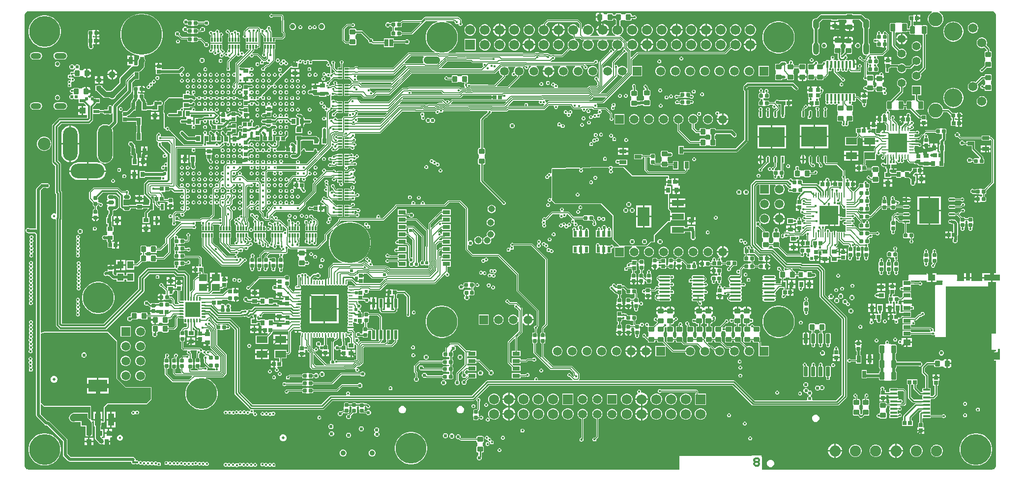
<source format=gbl>
G04*
G04 #@! TF.GenerationSoftware,Altium Limited,Altium Designer,24.10.1 (45)*
G04*
G04 Layer_Physical_Order=8*
G04 Layer_Color=16711680*
%FSLAX44Y44*%
%MOMM*%
G71*
G04*
G04 #@! TF.SameCoordinates,ABE7D74E-C01C-4B96-B217-1A688C40366F*
G04*
G04*
G04 #@! TF.FilePolarity,Positive*
G04*
G01*
G75*
%ADD13C,0.2540*%
%ADD16C,0.3048*%
%ADD18C,0.1270*%
%ADD19C,0.2032*%
%ADD20C,0.3810*%
G04:AMPARAMS|DCode=40|XSize=1mm|YSize=0.9mm|CornerRadius=0.1125mm|HoleSize=0mm|Usage=FLASHONLY|Rotation=270.000|XOffset=0mm|YOffset=0mm|HoleType=Round|Shape=RoundedRectangle|*
%AMROUNDEDRECTD40*
21,1,1.0000,0.6750,0,0,270.0*
21,1,0.7750,0.9000,0,0,270.0*
1,1,0.2250,-0.3375,-0.3875*
1,1,0.2250,-0.3375,0.3875*
1,1,0.2250,0.3375,0.3875*
1,1,0.2250,0.3375,-0.3875*
%
%ADD40ROUNDEDRECTD40*%
%ADD43R,0.7500X0.9500*%
%ADD46R,0.9500X0.7500*%
%ADD47R,0.6400X0.6400*%
G04:AMPARAMS|DCode=48|XSize=0.6mm|YSize=0.6mm|CornerRadius=0.06mm|HoleSize=0mm|Usage=FLASHONLY|Rotation=270.000|XOffset=0mm|YOffset=0mm|HoleType=Round|Shape=RoundedRectangle|*
%AMROUNDEDRECTD48*
21,1,0.6000,0.4800,0,0,270.0*
21,1,0.4800,0.6000,0,0,270.0*
1,1,0.1200,-0.2400,-0.2400*
1,1,0.1200,-0.2400,0.2400*
1,1,0.1200,0.2400,0.2400*
1,1,0.1200,0.2400,-0.2400*
%
%ADD48ROUNDEDRECTD48*%
%ADD51R,0.6000X1.5500*%
%ADD59R,0.6400X0.6400*%
G04:AMPARAMS|DCode=68|XSize=0.6mm|YSize=0.6mm|CornerRadius=0.06mm|HoleSize=0mm|Usage=FLASHONLY|Rotation=180.000|XOffset=0mm|YOffset=0mm|HoleType=Round|Shape=RoundedRectangle|*
%AMROUNDEDRECTD68*
21,1,0.6000,0.4800,0,0,180.0*
21,1,0.4800,0.6000,0,0,180.0*
1,1,0.1200,-0.2400,0.2400*
1,1,0.1200,0.2400,0.2400*
1,1,0.1200,0.2400,-0.2400*
1,1,0.1200,-0.2400,-0.2400*
%
%ADD68ROUNDEDRECTD68*%
%ADD70R,0.6350X1.2700*%
G04:AMPARAMS|DCode=123|XSize=1mm|YSize=1.8mm|CornerRadius=0.5mm|HoleSize=0mm|Usage=FLASHONLY|Rotation=270.000|XOffset=0mm|YOffset=0mm|HoleType=Round|Shape=RoundedRectangle|*
%AMROUNDEDRECTD123*
21,1,1.0000,0.8000,0,0,270.0*
21,1,0.0000,1.8000,0,0,270.0*
1,1,1.0000,-0.4000,0.0000*
1,1,1.0000,-0.4000,0.0000*
1,1,1.0000,0.4000,0.0000*
1,1,1.0000,0.4000,0.0000*
%
%ADD123ROUNDEDRECTD123*%
G04:AMPARAMS|DCode=124|XSize=1mm|YSize=2.1mm|CornerRadius=0.5mm|HoleSize=0mm|Usage=FLASHONLY|Rotation=270.000|XOffset=0mm|YOffset=0mm|HoleType=Round|Shape=RoundedRectangle|*
%AMROUNDEDRECTD124*
21,1,1.0000,1.1000,0,0,270.0*
21,1,0.0000,2.1000,0,0,270.0*
1,1,1.0000,-0.5500,0.0000*
1,1,1.0000,-0.5500,0.0000*
1,1,1.0000,0.5500,0.0000*
1,1,1.0000,0.5500,0.0000*
%
%ADD124ROUNDEDRECTD124*%
%ADD125C,0.6500*%
%ADD127C,0.9000*%
%ADD130C,1.3900*%
%ADD135C,1.5700*%
%ADD138C,3.2000*%
%ADD139R,1.3900X1.3900*%
%ADD140C,2.4500*%
G04:AMPARAMS|DCode=141|XSize=1mm|YSize=1.8mm|CornerRadius=0.5mm|HoleSize=0mm|Usage=FLASHONLY|Rotation=180.000|XOffset=0mm|YOffset=0mm|HoleType=Round|Shape=RoundedRectangle|*
%AMROUNDEDRECTD141*
21,1,1.0000,0.8000,0,0,180.0*
21,1,0.0000,1.8000,0,0,180.0*
1,1,1.0000,0.0000,0.4000*
1,1,1.0000,0.0000,0.4000*
1,1,1.0000,0.0000,-0.4000*
1,1,1.0000,0.0000,-0.4000*
%
%ADD141ROUNDEDRECTD141*%
G04:AMPARAMS|DCode=142|XSize=1mm|YSize=2.1mm|CornerRadius=0.5mm|HoleSize=0mm|Usage=FLASHONLY|Rotation=180.000|XOffset=0mm|YOffset=0mm|HoleType=Round|Shape=RoundedRectangle|*
%AMROUNDEDRECTD142*
21,1,1.0000,1.1000,0,0,180.0*
21,1,0.0000,2.1000,0,0,180.0*
1,1,1.0000,0.0000,0.5500*
1,1,1.0000,0.0000,0.5500*
1,1,1.0000,0.0000,-0.5500*
1,1,1.0000,0.0000,-0.5500*
%
%ADD142ROUNDEDRECTD142*%
%ADD145C,0.5080*%
%ADD146C,1.2700*%
%ADD147C,0.1524*%
%ADD148C,0.6350*%
%ADD149C,0.7620*%
%ADD150C,0.4750*%
%ADD151C,0.3750*%
G04:AMPARAMS|DCode=152|XSize=5.8mm|YSize=2.5mm|CornerRadius=1.25mm|HoleSize=0mm|Usage=FLASHONLY|Rotation=0.000|XOffset=0mm|YOffset=0mm|HoleType=Round|Shape=RoundedRectangle|*
%AMROUNDEDRECTD152*
21,1,5.8000,0.0000,0,0,0.0*
21,1,3.3000,2.5000,0,0,0.0*
1,1,2.5000,1.6500,0.0000*
1,1,2.5000,-1.6500,0.0000*
1,1,2.5000,-1.6500,0.0000*
1,1,2.5000,1.6500,0.0000*
%
%ADD152ROUNDEDRECTD152*%
G04:AMPARAMS|DCode=153|XSize=5.8mm|YSize=2.5mm|CornerRadius=1.25mm|HoleSize=0mm|Usage=FLASHONLY|Rotation=270.000|XOffset=0mm|YOffset=0mm|HoleType=Round|Shape=RoundedRectangle|*
%AMROUNDEDRECTD153*
21,1,5.8000,0.0000,0,0,270.0*
21,1,3.3000,2.5000,0,0,270.0*
1,1,2.5000,0.0000,-1.6500*
1,1,2.5000,0.0000,1.6500*
1,1,2.5000,0.0000,1.6500*
1,1,2.5000,0.0000,-1.6500*
%
%ADD153ROUNDEDRECTD153*%
G04:AMPARAMS|DCode=154|XSize=6.5mm|YSize=2.5mm|CornerRadius=1.25mm|HoleSize=0mm|Usage=FLASHONLY|Rotation=270.000|XOffset=0mm|YOffset=0mm|HoleType=Round|Shape=RoundedRectangle|*
%AMROUNDEDRECTD154*
21,1,6.5000,0.0000,0,0,270.0*
21,1,4.0000,2.5000,0,0,270.0*
1,1,2.5000,0.0000,-2.0000*
1,1,2.5000,0.0000,2.0000*
1,1,2.5000,0.0000,2.0000*
1,1,2.5000,0.0000,-2.0000*
%
%ADD154ROUNDEDRECTD154*%
%ADD155C,2.2000*%
%ADD156C,1.5000*%
%ADD157R,1.5000X1.5000*%
%ADD158C,0.3556*%
%ADD159C,5.3000*%
%ADD160C,7.0000*%
%ADD161R,1.5000X1.5000*%
%ADD162C,0.6000*%
%ADD163C,1.7000*%
%ADD164C,1.9000*%
%ADD165C,1.7272*%
%ADD166C,1.2000*%
%ADD167R,1.7000X1.7000*%
%ADD168R,1.6764X1.6764*%
%ADD169C,0.6096*%
%ADD170C,0.4064*%
%ADD171C,1.1430*%
%ADD172C,0.6000*%
%ADD173C,0.5000*%
%ADD174C,0.8890*%
%ADD175R,1.0000X1.0000*%
%ADD176R,1.0000X0.6000*%
%ADD177R,1.2700X0.7600*%
%ADD178R,0.6500X1.2000*%
G04:AMPARAMS|DCode=179|XSize=1mm|YSize=0.9mm|CornerRadius=0.1125mm|HoleSize=0mm|Usage=FLASHONLY|Rotation=0.000|XOffset=0mm|YOffset=0mm|HoleType=Round|Shape=RoundedRectangle|*
%AMROUNDEDRECTD179*
21,1,1.0000,0.6750,0,0,0.0*
21,1,0.7750,0.9000,0,0,0.0*
1,1,0.2250,0.3875,-0.3375*
1,1,0.2250,-0.3875,-0.3375*
1,1,0.2250,-0.3875,0.3375*
1,1,0.2250,0.3875,0.3375*
%
%ADD179ROUNDEDRECTD179*%
G04:AMPARAMS|DCode=180|XSize=1.0611mm|YSize=0.3925mm|CornerRadius=0.1962mm|HoleSize=0mm|Usage=FLASHONLY|Rotation=0.000|XOffset=0mm|YOffset=0mm|HoleType=Round|Shape=RoundedRectangle|*
%AMROUNDEDRECTD180*
21,1,1.0611,0.0000,0,0,0.0*
21,1,0.6686,0.3925,0,0,0.0*
1,1,0.3925,0.3343,0.0000*
1,1,0.3925,-0.3343,0.0000*
1,1,0.3925,-0.3343,0.0000*
1,1,0.3925,0.3343,0.0000*
%
%ADD180ROUNDEDRECTD180*%
%ADD181R,1.0611X0.3925*%
%ADD182R,3.5000X4.4000*%
%ADD183R,0.3000X0.6500*%
%ADD184R,1.1000X1.3000*%
%ADD185R,0.6500X0.3000*%
%ADD186R,1.4000X1.2000*%
%ADD187R,1.9000X1.2000*%
%ADD188R,1.2000X0.6500*%
%ADD189O,0.2500X0.7500*%
%ADD190O,0.7500X0.2500*%
%ADD191R,4.5000X4.5000*%
%ADD192R,0.6400X0.9200*%
%ADD193C,0.2520*%
%ADD194R,2.5000X2.5000*%
G04:AMPARAMS|DCode=195|XSize=0.4mm|YSize=1.2mm|CornerRadius=0.05mm|HoleSize=0mm|Usage=FLASHONLY|Rotation=90.000|XOffset=0mm|YOffset=0mm|HoleType=Round|Shape=RoundedRectangle|*
%AMROUNDEDRECTD195*
21,1,0.4000,1.1000,0,0,90.0*
21,1,0.3000,1.2000,0,0,90.0*
1,1,0.1000,0.5500,0.1500*
1,1,0.1000,0.5500,-0.1500*
1,1,0.1000,-0.5500,-0.1500*
1,1,0.1000,-0.5500,0.1500*
%
%ADD195ROUNDEDRECTD195*%
G04:AMPARAMS|DCode=196|XSize=1.3mm|YSize=0.8mm|CornerRadius=0.1mm|HoleSize=0mm|Usage=FLASHONLY|Rotation=90.000|XOffset=0mm|YOffset=0mm|HoleType=Round|Shape=RoundedRectangle|*
%AMROUNDEDRECTD196*
21,1,1.3000,0.6000,0,0,90.0*
21,1,1.1000,0.8000,0,0,90.0*
1,1,0.2000,0.3000,0.5500*
1,1,0.2000,0.3000,-0.5500*
1,1,0.2000,-0.3000,-0.5500*
1,1,0.2000,-0.3000,0.5500*
%
%ADD196ROUNDEDRECTD196*%
%ADD197R,0.6000X1.0000*%
G04:AMPARAMS|DCode=198|XSize=1.05mm|YSize=0.6mm|CornerRadius=0.15mm|HoleSize=0mm|Usage=FLASHONLY|Rotation=180.000|XOffset=0mm|YOffset=0mm|HoleType=Round|Shape=RoundedRectangle|*
%AMROUNDEDRECTD198*
21,1,1.0500,0.3000,0,0,180.0*
21,1,0.7500,0.6000,0,0,180.0*
1,1,0.3000,-0.3750,0.1500*
1,1,0.3000,0.3750,0.1500*
1,1,0.3000,0.3750,-0.1500*
1,1,0.3000,-0.3750,-0.1500*
%
%ADD198ROUNDEDRECTD198*%
%ADD199O,2.0000X0.3500*%
G04:AMPARAMS|DCode=200|XSize=0.4mm|YSize=1.2mm|CornerRadius=0.05mm|HoleSize=0mm|Usage=FLASHONLY|Rotation=180.000|XOffset=0mm|YOffset=0mm|HoleType=Round|Shape=RoundedRectangle|*
%AMROUNDEDRECTD200*
21,1,0.4000,1.1000,0,0,180.0*
21,1,0.3000,1.2000,0,0,180.0*
1,1,0.1000,-0.1500,0.5500*
1,1,0.1000,0.1500,0.5500*
1,1,0.1000,0.1500,-0.5500*
1,1,0.1000,-0.1500,-0.5500*
%
%ADD200ROUNDEDRECTD200*%
G04:AMPARAMS|DCode=201|XSize=0.8078mm|YSize=0.2393mm|CornerRadius=0.1196mm|HoleSize=0mm|Usage=FLASHONLY|Rotation=180.000|XOffset=0mm|YOffset=0mm|HoleType=Round|Shape=RoundedRectangle|*
%AMROUNDEDRECTD201*
21,1,0.8078,0.0000,0,0,180.0*
21,1,0.5686,0.2393,0,0,180.0*
1,1,0.2393,-0.2843,0.0000*
1,1,0.2393,0.2843,0.0000*
1,1,0.2393,0.2843,0.0000*
1,1,0.2393,-0.2843,0.0000*
%
%ADD201ROUNDEDRECTD201*%
G04:AMPARAMS|DCode=202|XSize=0.2393mm|YSize=0.8078mm|CornerRadius=0.1196mm|HoleSize=0mm|Usage=FLASHONLY|Rotation=180.000|XOffset=0mm|YOffset=0mm|HoleType=Round|Shape=RoundedRectangle|*
%AMROUNDEDRECTD202*
21,1,0.2393,0.5686,0,0,180.0*
21,1,0.0000,0.8078,0,0,180.0*
1,1,0.2393,0.0000,0.2843*
1,1,0.2393,0.0000,0.2843*
1,1,0.2393,0.0000,-0.2843*
1,1,0.2393,0.0000,-0.2843*
%
%ADD202ROUNDEDRECTD202*%
%ADD203R,3.2000X3.2000*%
%ADD204R,4.4000X3.5000*%
G04:AMPARAMS|DCode=205|XSize=1.0611mm|YSize=0.3925mm|CornerRadius=0.1962mm|HoleSize=0mm|Usage=FLASHONLY|Rotation=90.000|XOffset=0mm|YOffset=0mm|HoleType=Round|Shape=RoundedRectangle|*
%AMROUNDEDRECTD205*
21,1,1.0611,0.0000,0,0,90.0*
21,1,0.6686,0.3925,0,0,90.0*
1,1,0.3925,0.0000,0.3343*
1,1,0.3925,0.0000,-0.3343*
1,1,0.3925,0.0000,-0.3343*
1,1,0.3925,0.0000,0.3343*
%
%ADD205ROUNDEDRECTD205*%
%ADD206R,2.8000X1.0000*%
%ADD207R,0.8000X1.0000*%
%ADD208R,1.2000X1.0000*%
%ADD209R,3.2000X3.2000*%
%ADD210R,0.2000X0.8500*%
%ADD211R,0.9500X0.8000*%
%ADD212C,1.1447*%
%ADD213R,1.2000X0.7000*%
%ADD214R,2.1500X1.0000*%
G04:AMPARAMS|DCode=215|XSize=0.65mm|YSize=1.65mm|CornerRadius=0.0488mm|HoleSize=0mm|Usage=FLASHONLY|Rotation=0.000|XOffset=0mm|YOffset=0mm|HoleType=Round|Shape=RoundedRectangle|*
%AMROUNDEDRECTD215*
21,1,0.6500,1.5525,0,0,0.0*
21,1,0.5525,1.6500,0,0,0.0*
1,1,0.0975,0.2763,-0.7763*
1,1,0.0975,-0.2763,-0.7763*
1,1,0.0975,-0.2763,0.7763*
1,1,0.0975,0.2763,0.7763*
%
%ADD215ROUNDEDRECTD215*%
%ADD216R,1.0000X2.1500*%
%ADD217R,2.1500X3.2500*%
%ADD218R,0.3925X1.0611*%
%ADD219R,0.8078X0.2393*%
%ADD220R,0.8500X0.2000*%
%ADD221R,3.2500X2.1500*%
%ADD222R,0.9200X0.6400*%
%ADD223C,0.5000*%
G36*
X1306619Y94401D02*
X1306959Y93131D01*
X1304998Y91999D01*
X1302481Y89481D01*
X1300701Y86398D01*
X1299780Y82960D01*
Y79400D01*
X1300701Y75961D01*
X1302481Y72878D01*
X1304998Y70361D01*
X1308082Y68581D01*
X1311520Y67660D01*
X1315080D01*
X1318519Y68581D01*
X1321601Y70361D01*
X1324119Y72878D01*
X1325899Y75961D01*
X1326820Y79400D01*
Y82960D01*
X1325899Y86398D01*
X1324119Y89481D01*
X1321601Y91999D01*
X1319641Y93131D01*
X1319981Y94401D01*
X1409900D01*
X1410641D01*
X1412094Y94112D01*
X1413462Y93545D01*
X1414694Y92722D01*
X1415742Y91674D01*
X1416565Y90442D01*
X1417132Y89074D01*
X1417421Y87621D01*
Y86880D01*
Y-357034D01*
X1411220D01*
Y-364574D01*
Y-372114D01*
X1417421D01*
Y-460699D01*
X1410450D01*
X1409478Y-461101D01*
X1409075Y-462074D01*
Y-487574D01*
X1409478Y-488546D01*
X1410450Y-488948D01*
X1417421D01*
Y-491451D01*
X1416503D01*
X1414401Y-492014D01*
X1412566Y-493074D01*
X1418950D01*
X1420450Y-491574D01*
Y-487574D01*
X1423950D01*
Y-506074D01*
X1412264D01*
X1412517Y-506327D01*
X1414401Y-507415D01*
X1416503Y-507978D01*
X1417421D01*
Y-687720D01*
Y-688461D01*
X1417132Y-689914D01*
X1416565Y-691282D01*
X1415742Y-692514D01*
X1414694Y-693562D01*
X1413462Y-694385D01*
X1412094Y-694952D01*
X1410641Y-695241D01*
X1409900D01*
X1013968Y-695241D01*
Y-673862D01*
X1013430Y-673324D01*
Y-671358D01*
X996330D01*
Y-672084D01*
X872236D01*
X871534Y-695241D01*
X-248380Y-695240D01*
X-248381Y-695241D01*
X-248382Y-695240D01*
X-248703Y-695241D01*
X-249441D01*
X-250894Y-694952D01*
X-252262Y-694385D01*
X-253494Y-693562D01*
X-254542Y-692514D01*
X-255365Y-691282D01*
X-255932Y-689914D01*
X-256221Y-688461D01*
Y-687720D01*
Y86880D01*
Y87621D01*
X-255932Y89074D01*
X-255365Y90442D01*
X-254542Y91674D01*
X-253494Y92722D01*
X-252262Y93545D01*
X-250894Y94112D01*
X-249441Y94401D01*
X-248880Y94401D01*
X-248879Y94401D01*
X1306619Y94401D01*
D02*
G37*
%LPC*%
G36*
X733830Y92192D02*
X731725D01*
X730295Y91907D01*
X729083Y91097D01*
X728273Y89885D01*
X727988Y88455D01*
Y85850D01*
X733830D01*
Y92192D01*
D02*
G37*
G36*
X1286340Y88320D02*
X1281870D01*
Y83850D01*
X1286340D01*
Y88320D01*
D02*
G37*
G36*
X1168715Y90537D02*
X1160965D01*
X1160031Y90351D01*
X1159238Y89822D01*
X1158764Y89112D01*
X1116338D01*
X1114603Y88767D01*
X1113133Y87785D01*
X1113133Y87785D01*
X1107710Y82362D01*
X1106900Y82523D01*
X1104454Y82036D01*
X1102380Y80650D01*
X1100994Y78576D01*
X1100507Y76130D01*
Y68130D01*
X1100994Y65684D01*
X1102380Y63610D01*
X1103056Y63158D01*
Y40802D01*
X1102380Y40350D01*
X1100994Y38277D01*
X1100507Y35830D01*
Y24830D01*
X1100994Y22384D01*
X1102380Y20310D01*
X1104454Y18924D01*
X1106900Y18437D01*
X1109346Y18924D01*
X1111420Y20310D01*
X1112806Y22384D01*
X1113293Y24830D01*
Y35830D01*
X1112806Y38277D01*
X1111420Y40350D01*
X1110744Y40802D01*
Y63158D01*
X1111420Y63610D01*
X1112806Y65684D01*
X1113293Y68130D01*
Y75126D01*
X1118215Y80048D01*
X1133420D01*
Y78200D01*
X1145460D01*
Y80048D01*
X1158951D01*
X1159238Y79618D01*
X1159840Y79216D01*
Y74608D01*
X1159535Y74547D01*
X1158323Y73737D01*
X1157513Y72525D01*
X1157228Y71095D01*
Y68990D01*
X1164840D01*
X1172452D01*
Y71095D01*
X1172167Y72525D01*
X1171357Y73737D01*
X1170145Y74547D01*
X1169840Y74608D01*
Y79216D01*
X1170442Y79618D01*
X1170729Y80048D01*
X1181985D01*
X1186907Y75126D01*
Y68130D01*
X1187394Y65684D01*
X1188768Y63627D01*
Y40333D01*
X1187394Y38277D01*
X1186907Y35830D01*
Y24830D01*
X1187394Y22384D01*
X1188780Y20310D01*
X1190854Y18924D01*
X1193300Y18437D01*
X1194519Y18680D01*
X1195144Y17509D01*
X1193164Y15528D01*
X1192742Y14898D01*
X1192595Y14155D01*
Y12754D01*
X1191102Y11261D01*
X1191019D01*
X1190763Y11432D01*
X1190020Y11580D01*
X1188576D01*
X1186830Y13326D01*
Y14538D01*
X1186327Y15752D01*
X1185398Y16681D01*
X1184184Y17184D01*
X1182871D01*
X1181657Y16681D01*
X1180728Y15752D01*
X1180226Y14538D01*
Y13225D01*
X1180728Y12011D01*
X1181657Y11082D01*
X1182871Y10580D01*
X1184083D01*
X1186397Y8265D01*
X1187028Y7843D01*
X1187771Y7696D01*
X1189215D01*
X1190155Y6756D01*
Y-17962D01*
X1189298Y-18819D01*
X1188796Y-20033D01*
Y-21346D01*
X1189298Y-22560D01*
X1190227Y-23489D01*
X1191441Y-23992D01*
X1192755D01*
X1192813Y-23967D01*
X1193003Y-23982D01*
X1194221Y-24759D01*
X1194269Y-24999D01*
X1194798Y-25791D01*
X1195400Y-26193D01*
Y-32186D01*
X1194798Y-32588D01*
X1194269Y-33380D01*
X1194221Y-33620D01*
X1193003Y-34397D01*
X1192813Y-34412D01*
X1192755Y-34387D01*
X1191441D01*
X1190227Y-34890D01*
X1189298Y-35819D01*
X1188796Y-37032D01*
Y-38346D01*
X1189298Y-39560D01*
X1190227Y-40489D01*
X1191441Y-40991D01*
X1192755D01*
X1192813Y-40967D01*
X1193029Y-40984D01*
X1194185Y-41575D01*
X1194269Y-41999D01*
X1194798Y-42791D01*
X1195591Y-43320D01*
X1196525Y-43506D01*
X1204275D01*
X1205210Y-43320D01*
X1206002Y-42791D01*
X1206531Y-41999D01*
X1206717Y-41065D01*
Y-40902D01*
X1210102D01*
Y-42335D01*
X1210287Y-43270D01*
X1210817Y-44062D01*
X1211609Y-44591D01*
X1212543Y-44777D01*
X1220294D01*
X1221228Y-44591D01*
X1221421Y-44462D01*
X1222447Y-45304D01*
X1222240Y-45803D01*
Y-47117D01*
X1222743Y-48330D01*
X1223672Y-49259D01*
X1224886Y-49762D01*
X1226199D01*
X1227413Y-49259D01*
X1228342Y-48330D01*
X1228844Y-47117D01*
Y-45803D01*
X1228342Y-44590D01*
X1227413Y-43661D01*
X1226366Y-43227D01*
X1226216Y-42642D01*
X1226240Y-41905D01*
X1226591Y-41759D01*
X1227520Y-40830D01*
X1228023Y-39617D01*
Y-38303D01*
X1227520Y-37089D01*
X1226591Y-36161D01*
X1225378Y-35658D01*
X1224064D01*
X1224006Y-35682D01*
X1223816Y-35668D01*
X1222597Y-34891D01*
X1222550Y-34650D01*
X1222020Y-33858D01*
X1221419Y-33456D01*
Y-28848D01*
X1221724Y-28787D01*
X1222936Y-27977D01*
X1223746Y-26765D01*
X1224030Y-25335D01*
Y-23230D01*
X1208807D01*
Y-25335D01*
X1209091Y-26765D01*
X1209901Y-27977D01*
X1211114Y-28787D01*
X1211419Y-28848D01*
Y-33456D01*
X1210817Y-33858D01*
X1210287Y-34650D01*
X1210102Y-35585D01*
Y-37018D01*
X1206717D01*
Y-34314D01*
X1206531Y-33380D01*
X1206002Y-32588D01*
X1205400Y-32186D01*
Y-26193D01*
X1206002Y-25791D01*
X1206531Y-24999D01*
X1206717Y-24065D01*
Y-17314D01*
X1206531Y-16380D01*
X1206002Y-15588D01*
X1205210Y-15058D01*
X1204275Y-14873D01*
X1196525D01*
X1195591Y-15058D01*
X1195310Y-15246D01*
X1194040Y-14611D01*
Y7560D01*
X1193892Y8303D01*
X1193790Y8456D01*
X1194903Y9569D01*
X1196173Y9043D01*
Y5828D01*
X1196319Y5099D01*
X1196732Y4480D01*
X1197044Y4272D01*
X1197411Y3603D01*
X1197525Y2737D01*
X1197178Y1899D01*
Y585D01*
X1197264Y379D01*
X1197348Y-868D01*
X1196732Y-1312D01*
X1196319Y-1930D01*
X1196173Y-2660D01*
Y-7460D01*
X1196319Y-8190D01*
X1196732Y-8808D01*
X1197350Y-9222D01*
X1198080Y-9367D01*
X1202787D01*
X1203480Y-10060D01*
X1207480D01*
X1208173Y-9367D01*
X1212880D01*
X1213610Y-9222D01*
X1214228Y-8808D01*
X1214641Y-8190D01*
X1214787Y-7460D01*
Y-2660D01*
X1214641Y-1930D01*
X1214228Y-1312D01*
X1213610Y-899D01*
X1213155Y-808D01*
X1212668Y65D01*
X1212554Y501D01*
Y1815D01*
X1212208Y2652D01*
X1212818Y3922D01*
X1212880D01*
X1213610Y4067D01*
X1214228Y4480D01*
X1214641Y5099D01*
X1214787Y5828D01*
Y10628D01*
X1214641Y11358D01*
X1214228Y11977D01*
X1213610Y12390D01*
X1213083Y12495D01*
X1212683Y13223D01*
X1212517Y13805D01*
X1212545Y13874D01*
Y15187D01*
X1212043Y16401D01*
X1212602Y17638D01*
X1221600D01*
X1222343Y17786D01*
X1222973Y18207D01*
X1231998Y27232D01*
X1232419Y27862D01*
X1232567Y28605D01*
Y53819D01*
X1232419Y54562D01*
X1231998Y55192D01*
X1229229Y57961D01*
X1228839Y58222D01*
X1228520Y58993D01*
X1227591Y59921D01*
X1226377Y60424D01*
X1225063D01*
X1223850Y59921D01*
X1222921Y58993D01*
X1222418Y57779D01*
Y56465D01*
X1221987Y55820D01*
X1219454D01*
X1219022Y56465D01*
Y57779D01*
X1218520Y58993D01*
X1217591Y59921D01*
X1216377Y60424D01*
X1215063D01*
X1213850Y59921D01*
X1212921Y58993D01*
X1212418Y57779D01*
Y56465D01*
X1212504Y56259D01*
X1212588Y55012D01*
X1211972Y54568D01*
X1211559Y53950D01*
X1211413Y53220D01*
Y48420D01*
X1211530Y47835D01*
X1211180Y47360D01*
X1210594Y46848D01*
X1209900Y47136D01*
X1208586D01*
X1207373Y46633D01*
X1206444Y45704D01*
X1205941Y44490D01*
Y43177D01*
X1206444Y41963D01*
X1207373Y41034D01*
X1208586Y40532D01*
X1209900D01*
X1210268Y40684D01*
X1211064Y40161D01*
X1211413Y39784D01*
Y35131D01*
X1211559Y34402D01*
X1211972Y33783D01*
X1212590Y33370D01*
X1213320Y33225D01*
X1218027D01*
X1218720Y32531D01*
X1221559D01*
X1222095Y32174D01*
X1223320Y31930D01*
X1224450D01*
Y37531D01*
X1226990D01*
Y31930D01*
X1228120D01*
X1228683Y31468D01*
Y29409D01*
X1220796Y21522D01*
X1200158D01*
X1199727Y21913D01*
X1199265Y22678D01*
X1199693Y24830D01*
Y35830D01*
X1199206Y38277D01*
X1197832Y40333D01*
Y63627D01*
X1199206Y65684D01*
X1199693Y68130D01*
Y76130D01*
X1199206Y78576D01*
X1197820Y80650D01*
X1195746Y82036D01*
X1193300Y82523D01*
X1192490Y82362D01*
X1187067Y87785D01*
X1185597Y88767D01*
X1183862Y89112D01*
X1170916D01*
X1170442Y89822D01*
X1169650Y90351D01*
X1168715Y90537D01*
D02*
G37*
G36*
X733830Y83310D02*
X727988D01*
Y80705D01*
X728273Y79275D01*
X729083Y78063D01*
X730295Y77253D01*
X731725Y76968D01*
X733830D01*
Y83310D01*
D02*
G37*
G36*
X1286340Y81310D02*
X1281870D01*
Y76840D01*
X1286340D01*
Y81310D01*
D02*
G37*
G36*
X310537Y73914D02*
X309223D01*
X308010Y73411D01*
X307153Y72554D01*
X299720D01*
X299720Y72554D01*
X298977Y72407D01*
X298347Y71985D01*
X298347Y71985D01*
X291743Y65381D01*
X291322Y64751D01*
X291174Y64008D01*
Y44704D01*
X291322Y43961D01*
X291743Y43331D01*
X296061Y39013D01*
X296691Y38591D01*
X297434Y38444D01*
X302833D01*
Y38385D01*
X303019Y37450D01*
X303548Y36658D01*
X304340Y36129D01*
X305275Y35943D01*
X313025D01*
X313960Y36129D01*
X314752Y36658D01*
X315281Y37450D01*
X315467Y38385D01*
Y45135D01*
X315281Y46069D01*
X314752Y46862D01*
X314150Y47264D01*
Y53256D01*
X314752Y53658D01*
X315281Y54450D01*
X315467Y55385D01*
Y56170D01*
X323815D01*
X336032Y43953D01*
Y42438D01*
X336690Y40851D01*
X337904Y39637D01*
X339491Y38979D01*
X341209D01*
X342102Y39349D01*
X342713Y38738D01*
X343469Y38233D01*
X344361Y38055D01*
X362983D01*
Y32766D01*
X380111D01*
Y39066D01*
X399073D01*
X400144Y37995D01*
X401731Y37338D01*
X403449D01*
X405036Y37995D01*
X406251Y39210D01*
X406908Y40797D01*
Y42515D01*
X406251Y44102D01*
X405036Y45317D01*
X403449Y45974D01*
X401731D01*
X400144Y45317D01*
X399073Y44246D01*
X380111D01*
Y48006D01*
X362983D01*
Y42717D01*
X345326D01*
X344668Y43375D01*
Y44156D01*
X344011Y45743D01*
X342796Y46958D01*
X341209Y47615D01*
X339695D01*
X326719Y60591D01*
X325878Y61153D01*
X324887Y61350D01*
X315467D01*
Y62135D01*
X315281Y63069D01*
X314752Y63862D01*
X313960Y64391D01*
X313025Y64577D01*
X305275D01*
X304340Y64391D01*
X303548Y63862D01*
X303019Y63069D01*
X302833Y62135D01*
Y55385D01*
X303019Y54450D01*
X303548Y53658D01*
X304150Y53256D01*
Y47264D01*
X303548Y46862D01*
X303019Y46069D01*
X302833Y45135D01*
Y42328D01*
X298239D01*
X295058Y45508D01*
Y63204D01*
X300525Y68670D01*
X307153D01*
X308010Y67813D01*
X309223Y67310D01*
X310537D01*
X311750Y67813D01*
X312679Y68742D01*
X313182Y69955D01*
Y71269D01*
X312679Y72482D01*
X311750Y73411D01*
X310537Y73914D01*
D02*
G37*
G36*
X1146730Y75510D02*
X1140710D01*
Y70490D01*
X1146730D01*
Y75510D01*
D02*
G37*
G36*
X1138170D02*
X1132150D01*
Y70490D01*
X1138170D01*
Y75510D01*
D02*
G37*
G36*
X22957Y80518D02*
X21239D01*
X19652Y79861D01*
X18437Y78646D01*
X17780Y77059D01*
Y75341D01*
X18437Y73754D01*
X19652Y72539D01*
X21239Y71882D01*
X22957D01*
X23044Y71918D01*
X24390Y71210D01*
X24803Y70592D01*
X25422Y70178D01*
X26151Y70033D01*
X30858D01*
X31551Y69340D01*
X35552D01*
X36245Y70033D01*
X40951D01*
X41681Y70178D01*
X42300Y70592D01*
X42713Y71210D01*
X42858Y71940D01*
Y72480D01*
X53789D01*
X53997Y71976D01*
X55212Y70761D01*
X56799Y70104D01*
X58517D01*
X60104Y70761D01*
X61319Y71976D01*
X61976Y73563D01*
Y75281D01*
X61319Y76868D01*
X60104Y78083D01*
X58517Y78740D01*
X56799D01*
X55212Y78083D01*
X53997Y76868D01*
X53789Y76364D01*
X42858D01*
Y76740D01*
X42713Y77470D01*
X42300Y78088D01*
X41681Y78502D01*
X40951Y78647D01*
X36245D01*
X35552Y79340D01*
X31551D01*
X30858Y78647D01*
X26151D01*
X25788Y78574D01*
X25759Y78646D01*
X24544Y79861D01*
X22957Y80518D01*
D02*
G37*
G36*
X1279330Y88320D02*
X1274860D01*
Y87050D01*
X1266930D01*
Y78110D01*
X1269910D01*
Y70257D01*
X1269714Y70218D01*
X1268963Y69717D01*
X1268462Y68966D01*
X1268286Y68080D01*
Y65170D01*
X1264914D01*
Y72080D01*
X1264738Y72966D01*
X1264237Y73717D01*
X1263486Y74218D01*
X1262600Y74394D01*
X1256600D01*
X1255714Y74218D01*
X1255713Y74217D01*
X1254850Y75080D01*
X1244350D01*
X1243487Y74217D01*
X1243486Y74218D01*
X1242600Y74394D01*
X1236600D01*
X1235714Y74218D01*
X1234963Y73717D01*
X1234462Y72966D01*
X1234286Y72080D01*
Y61080D01*
X1234462Y60194D01*
X1234963Y59443D01*
X1235714Y58942D01*
X1236600Y58766D01*
X1238010D01*
Y35780D01*
X1238207Y34789D01*
X1238769Y33949D01*
X1247542Y25175D01*
X1247240Y24653D01*
X1246680Y22562D01*
Y20398D01*
X1247240Y18307D01*
X1248322Y16433D01*
X1249853Y14902D01*
X1251727Y13820D01*
X1253818Y13260D01*
X1255982D01*
X1258073Y13820D01*
X1259947Y14902D01*
X1261478Y16433D01*
X1262560Y18307D01*
X1263120Y20398D01*
Y22562D01*
X1262560Y24653D01*
X1261478Y26527D01*
X1259947Y28058D01*
X1258073Y29140D01*
X1255982Y29700D01*
X1253818D01*
X1251727Y29140D01*
X1251205Y28838D01*
X1243190Y36853D01*
Y57444D01*
X1244350Y58080D01*
X1254850D01*
X1255713Y58943D01*
X1255714Y58942D01*
X1256600Y58766D01*
X1262600D01*
X1263486Y58942D01*
X1264237Y59443D01*
X1264602Y59990D01*
X1268286D01*
Y57080D01*
X1268462Y56194D01*
X1268963Y55443D01*
X1269714Y54942D01*
X1270600Y54766D01*
X1276600D01*
X1277486Y54942D01*
X1277487Y54943D01*
X1278350Y54080D01*
X1288850D01*
X1289713Y54943D01*
X1289714Y54942D01*
X1290600Y54766D01*
X1291010D01*
Y-2247D01*
X1283996Y-9262D01*
X1283473Y-8960D01*
X1281382Y-8400D01*
X1279218D01*
X1277127Y-8960D01*
X1275253Y-10042D01*
X1273722Y-11573D01*
X1272640Y-13447D01*
X1272080Y-15538D01*
Y-17702D01*
X1272640Y-19793D01*
X1273722Y-21667D01*
X1275253Y-23198D01*
X1277127Y-24280D01*
X1279218Y-24840D01*
X1281382D01*
X1283473Y-24280D01*
X1285347Y-23198D01*
X1286878Y-21667D01*
X1287960Y-19793D01*
X1288520Y-17702D01*
Y-15538D01*
X1287960Y-13447D01*
X1287658Y-12924D01*
X1295431Y-5151D01*
X1295993Y-4311D01*
X1296190Y-3320D01*
Y54766D01*
X1296600D01*
X1297486Y54942D01*
X1298237Y55443D01*
X1298738Y56194D01*
X1298914Y57080D01*
Y68080D01*
X1298738Y68966D01*
X1298237Y69717D01*
X1297486Y70218D01*
X1296600Y70394D01*
X1290600D01*
X1289714Y70218D01*
X1289713Y70217D01*
X1288850Y71080D01*
X1278350D01*
X1277487Y70217D01*
X1277486Y70218D01*
X1276600Y70394D01*
X1275090D01*
Y76840D01*
X1279330D01*
Y82580D01*
Y88320D01*
D02*
G37*
G36*
X244243Y70358D02*
X242929D01*
X241716Y69855D01*
X240787Y68926D01*
X240284Y67713D01*
Y66399D01*
X240787Y65186D01*
X241716Y64257D01*
X242929Y63754D01*
X244243D01*
X245456Y64257D01*
X246385Y65186D01*
X246888Y66399D01*
Y67713D01*
X246385Y68926D01*
X245456Y69855D01*
X244243Y70358D01*
D02*
G37*
G36*
X219605D02*
X218291D01*
X217078Y69855D01*
X216149Y68926D01*
X215646Y67713D01*
Y66399D01*
X216149Y65186D01*
X217078Y64257D01*
X218291Y63754D01*
X219605D01*
X220818Y64257D01*
X221747Y65186D01*
X222250Y66399D01*
Y67713D01*
X221747Y68926D01*
X220818Y69855D01*
X219605Y70358D01*
D02*
G37*
G36*
X919153Y73320D02*
X918970D01*
Y63550D01*
X928740D01*
Y63733D01*
X927988Y66541D01*
X926534Y69059D01*
X924479Y71114D01*
X921961Y72568D01*
X919153Y73320D01*
D02*
G37*
G36*
X916430D02*
X916247D01*
X913439Y72568D01*
X910921Y71114D01*
X908866Y69059D01*
X907412Y66541D01*
X906660Y63733D01*
Y63550D01*
X916430D01*
Y73320D01*
D02*
G37*
G36*
X868353D02*
X868170D01*
Y63550D01*
X877940D01*
Y63733D01*
X877188Y66541D01*
X875734Y69059D01*
X873679Y71114D01*
X871161Y72568D01*
X868353Y73320D01*
D02*
G37*
G36*
X865630D02*
X865447D01*
X862639Y72568D01*
X860121Y71114D01*
X858066Y69059D01*
X856612Y66541D01*
X855860Y63733D01*
Y63550D01*
X865630D01*
Y73320D01*
D02*
G37*
G36*
X741353D02*
X741170D01*
Y63550D01*
X750940D01*
Y63733D01*
X750188Y66541D01*
X748734Y69059D01*
X746679Y71114D01*
X744161Y72568D01*
X741353Y73320D01*
D02*
G37*
G36*
X738630D02*
X738447D01*
X735639Y72568D01*
X733121Y71114D01*
X731066Y69059D01*
X729612Y66541D01*
X728860Y63733D01*
Y63550D01*
X738630D01*
Y73320D01*
D02*
G37*
G36*
X665153D02*
X664970D01*
Y63550D01*
X674740D01*
Y63733D01*
X673988Y66541D01*
X672534Y69059D01*
X670479Y71114D01*
X667961Y72568D01*
X665153Y73320D01*
D02*
G37*
G36*
X662430D02*
X662247D01*
X659439Y72568D01*
X656921Y71114D01*
X654866Y69059D01*
X653412Y66541D01*
X652660Y63733D01*
Y63550D01*
X662430D01*
Y73320D01*
D02*
G37*
G36*
X563553D02*
X563370D01*
Y63550D01*
X573140D01*
Y63733D01*
X572388Y66541D01*
X570934Y69059D01*
X568879Y71114D01*
X566361Y72568D01*
X563553Y73320D01*
D02*
G37*
G36*
X560830D02*
X560647D01*
X557839Y72568D01*
X555321Y71114D01*
X553266Y69059D01*
X551812Y66541D01*
X551060Y63733D01*
Y63550D01*
X560830D01*
Y73320D01*
D02*
G37*
G36*
X236369Y69850D02*
X235055D01*
X233842Y69347D01*
X232913Y68418D01*
X232410Y67205D01*
Y65891D01*
X232913Y64678D01*
X233842Y63749D01*
X235055Y63246D01*
X236369D01*
X237582Y63749D01*
X238511Y64678D01*
X239014Y65891D01*
Y67205D01*
X238511Y68418D01*
X237582Y69347D01*
X236369Y69850D01*
D02*
G37*
G36*
X1146730Y67950D02*
X1140710D01*
Y62930D01*
X1146730D01*
Y67950D01*
D02*
G37*
G36*
X1138170D02*
X1132150D01*
Y62930D01*
X1138170D01*
Y67950D01*
D02*
G37*
G36*
X257028Y73730D02*
X254732D01*
X252612Y72852D01*
X250988Y71228D01*
X250110Y69108D01*
Y66812D01*
X250988Y64692D01*
X252612Y63068D01*
X254732Y62190D01*
X257028D01*
X259148Y63068D01*
X260772Y64692D01*
X261650Y66812D01*
Y69108D01*
X260772Y71228D01*
X259148Y72852D01*
X257028Y73730D01*
D02*
G37*
G36*
X207028D02*
X204732D01*
X202612Y72852D01*
X200988Y71228D01*
X200110Y69108D01*
Y66812D01*
X200988Y64692D01*
X202612Y63068D01*
X204732Y62190D01*
X207028D01*
X209148Y63068D01*
X210772Y64692D01*
X211650Y66812D01*
Y69108D01*
X210772Y71228D01*
X209148Y72852D01*
X207028Y73730D01*
D02*
G37*
G36*
X1172452Y66450D02*
X1166110D01*
Y60608D01*
X1168715D01*
X1170145Y60893D01*
X1171357Y61703D01*
X1172167Y62915D01*
X1172452Y64345D01*
Y66450D01*
D02*
G37*
G36*
X1163570D02*
X1157228D01*
Y64345D01*
X1157513Y62915D01*
X1158323Y61703D01*
X1159535Y60893D01*
X1160965Y60608D01*
X1163570D01*
Y66450D01*
D02*
G37*
G36*
X21433Y67818D02*
X19715D01*
X18128Y67161D01*
X16913Y65946D01*
X16256Y64359D01*
Y62641D01*
X16913Y61054D01*
X18128Y59839D01*
X19715Y59182D01*
X21433D01*
X21937Y59391D01*
X22280Y59047D01*
X22281Y59047D01*
X22911Y58625D01*
X23654Y58478D01*
X24351Y57532D01*
X24399Y57290D01*
X24812Y56672D01*
X25430Y56259D01*
X26160Y56113D01*
X30867D01*
X31560Y55420D01*
X35560D01*
X36253Y56113D01*
X40960D01*
X41690Y56259D01*
X42308Y56672D01*
X42722Y57290D01*
X42867Y58020D01*
Y58478D01*
X47974D01*
X48717Y58625D01*
X49347Y59047D01*
X49437Y59137D01*
X49941Y58928D01*
X51659D01*
X53246Y59585D01*
X54461Y60800D01*
X55118Y62387D01*
Y64105D01*
X54461Y65692D01*
X53246Y66907D01*
X51659Y67564D01*
X49941D01*
X48354Y66907D01*
X47139Y65692D01*
X46482Y64105D01*
Y62387D01*
X46465Y62362D01*
X42867D01*
Y62820D01*
X42722Y63550D01*
X42308Y64168D01*
X41690Y64581D01*
X40960Y64727D01*
X36253D01*
X35560Y65420D01*
X31560D01*
X30867Y64727D01*
X26160D01*
X25430Y64581D01*
X24441Y65448D01*
X24235Y65946D01*
X23020Y67161D01*
X21433Y67818D01*
D02*
G37*
G36*
X76857Y62992D02*
X75543D01*
X74330Y62489D01*
X73401Y61560D01*
X72898Y60347D01*
Y60092D01*
X71777Y59182D01*
X70463D01*
X69250Y58679D01*
X67900Y59126D01*
X67799Y59370D01*
X66870Y60299D01*
X65657Y60802D01*
X64343D01*
X63130Y60299D01*
X62201Y59370D01*
X61698Y58157D01*
Y56843D01*
X62201Y55630D01*
X63130Y54701D01*
X64343Y54198D01*
X64878D01*
Y49700D01*
X64050D01*
Y40660D01*
X74590D01*
Y40660D01*
X84590D01*
Y49700D01*
X83762D01*
Y51538D01*
X84420Y51811D01*
X85349Y52740D01*
X85852Y53953D01*
Y55267D01*
X85349Y56480D01*
X84420Y57409D01*
X83207Y57912D01*
X81893D01*
X80840Y57476D01*
X80504Y57474D01*
X79367Y57893D01*
X79218Y58348D01*
X79502Y59033D01*
Y60347D01*
X78999Y61560D01*
X78070Y62489D01*
X76857Y62992D01*
D02*
G37*
G36*
X-130030Y62462D02*
X-131160D01*
Y58130D01*
X-126828D01*
Y59260D01*
X-127072Y60485D01*
X-127766Y61524D01*
X-128805Y62218D01*
X-130030Y62462D01*
D02*
G37*
G36*
X1378801Y74800D02*
X1376399D01*
X1374080Y74178D01*
X1372000Y72978D01*
X1370302Y71280D01*
X1369102Y69200D01*
X1368480Y66881D01*
Y64479D01*
X1369102Y62160D01*
X1370302Y60080D01*
X1372000Y58382D01*
X1374080Y57182D01*
X1376399Y56560D01*
X1378801D01*
X1381120Y57182D01*
X1383200Y58382D01*
X1384898Y60080D01*
X1386098Y62160D01*
X1386720Y64479D01*
Y66881D01*
X1386098Y69200D01*
X1384898Y71280D01*
X1383200Y72978D01*
X1381120Y74178D01*
X1378801Y74800D01*
D02*
G37*
G36*
X995186Y72050D02*
X992614D01*
X990129Y71384D01*
X987901Y70098D01*
X986082Y68279D01*
X984796Y66051D01*
X984130Y63566D01*
Y60994D01*
X984796Y58509D01*
X986082Y56281D01*
X987901Y54462D01*
X990129Y53176D01*
X992614Y52510D01*
X995186D01*
X997671Y53176D01*
X999899Y54462D01*
X1001718Y56281D01*
X1003004Y58509D01*
X1003670Y60994D01*
Y63566D01*
X1003004Y66051D01*
X1001718Y68279D01*
X999899Y70098D01*
X997671Y71384D01*
X995186Y72050D01*
D02*
G37*
G36*
X969786D02*
X967214D01*
X964729Y71384D01*
X962501Y70098D01*
X960682Y68279D01*
X959396Y66051D01*
X958730Y63566D01*
Y60994D01*
X959396Y58509D01*
X960682Y56281D01*
X962501Y54462D01*
X964729Y53176D01*
X967214Y52510D01*
X969786D01*
X972271Y53176D01*
X974499Y54462D01*
X976318Y56281D01*
X977604Y58509D01*
X978270Y60994D01*
Y63566D01*
X977604Y66051D01*
X976318Y68279D01*
X974499Y70098D01*
X972271Y71384D01*
X969786Y72050D01*
D02*
G37*
G36*
X944386D02*
X941814D01*
X939329Y71384D01*
X937101Y70098D01*
X935282Y68279D01*
X933996Y66051D01*
X933330Y63566D01*
Y60994D01*
X933996Y58509D01*
X935282Y56281D01*
X937101Y54462D01*
X939329Y53176D01*
X941814Y52510D01*
X944386D01*
X946871Y53176D01*
X949099Y54462D01*
X950918Y56281D01*
X952204Y58509D01*
X952870Y60994D01*
Y63566D01*
X952204Y66051D01*
X950918Y68279D01*
X949099Y70098D01*
X946871Y71384D01*
X944386Y72050D01*
D02*
G37*
G36*
X893586D02*
X891014D01*
X888529Y71384D01*
X886301Y70098D01*
X884482Y68279D01*
X883196Y66051D01*
X882530Y63566D01*
Y60994D01*
X883196Y58509D01*
X884482Y56281D01*
X886301Y54462D01*
X888529Y53176D01*
X891014Y52510D01*
X893586D01*
X896071Y53176D01*
X898299Y54462D01*
X900118Y56281D01*
X901404Y58509D01*
X902070Y60994D01*
Y63566D01*
X901404Y66051D01*
X900118Y68279D01*
X898299Y70098D01*
X896071Y71384D01*
X893586Y72050D01*
D02*
G37*
G36*
X842786D02*
X840214D01*
X837729Y71384D01*
X835501Y70098D01*
X833682Y68279D01*
X832396Y66051D01*
X831730Y63566D01*
Y60994D01*
X832396Y58509D01*
X833682Y56281D01*
X835501Y54462D01*
X837729Y53176D01*
X840214Y52510D01*
X842786D01*
X845271Y53176D01*
X847499Y54462D01*
X849318Y56281D01*
X850604Y58509D01*
X851270Y60994D01*
Y63566D01*
X850604Y66051D01*
X849318Y68279D01*
X847499Y70098D01*
X845271Y71384D01*
X842786Y72050D01*
D02*
G37*
G36*
X817386D02*
X814814D01*
X812329Y71384D01*
X810101Y70098D01*
X808282Y68279D01*
X806996Y66051D01*
X806330Y63566D01*
Y60994D01*
X806996Y58509D01*
X808282Y56281D01*
X810101Y54462D01*
X812329Y53176D01*
X814814Y52510D01*
X817386D01*
X819871Y53176D01*
X822099Y54462D01*
X823918Y56281D01*
X825204Y58509D01*
X825870Y60994D01*
Y63566D01*
X825204Y66051D01*
X823918Y68279D01*
X822099Y70098D01*
X819871Y71384D01*
X817386Y72050D01*
D02*
G37*
G36*
X791986D02*
X789414D01*
X786929Y71384D01*
X784701Y70098D01*
X782882Y68279D01*
X781596Y66051D01*
X780930Y63566D01*
Y60994D01*
X781596Y58509D01*
X782882Y56281D01*
X784701Y54462D01*
X786929Y53176D01*
X789414Y52510D01*
X791986D01*
X794471Y53176D01*
X796699Y54462D01*
X798518Y56281D01*
X799804Y58509D01*
X800470Y60994D01*
Y63566D01*
X799804Y66051D01*
X798518Y68279D01*
X796699Y70098D01*
X794471Y71384D01*
X791986Y72050D01*
D02*
G37*
G36*
X614186D02*
X611614D01*
X609129Y71384D01*
X606901Y70098D01*
X605082Y68279D01*
X603796Y66051D01*
X603130Y63566D01*
Y60994D01*
X603796Y58509D01*
X605082Y56281D01*
X606901Y54462D01*
X609129Y53176D01*
X611614Y52510D01*
X614186D01*
X616671Y53176D01*
X618899Y54462D01*
X620718Y56281D01*
X622004Y58509D01*
X622670Y60994D01*
Y63566D01*
X622004Y66051D01*
X620718Y68279D01*
X618899Y70098D01*
X616671Y71384D01*
X614186Y72050D01*
D02*
G37*
G36*
X588786D02*
X586214D01*
X583729Y71384D01*
X581501Y70098D01*
X579682Y68279D01*
X578396Y66051D01*
X577730Y63566D01*
Y60994D01*
X578396Y58509D01*
X579682Y56281D01*
X581501Y54462D01*
X583729Y53176D01*
X586214Y52510D01*
X588786D01*
X591271Y53176D01*
X593499Y54462D01*
X595318Y56281D01*
X596604Y58509D01*
X597270Y60994D01*
Y63566D01*
X596604Y66051D01*
X595318Y68279D01*
X593499Y70098D01*
X591271Y71384D01*
X588786Y72050D01*
D02*
G37*
G36*
X537986D02*
X535414D01*
X532929Y71384D01*
X530701Y70098D01*
X528882Y68279D01*
X527596Y66051D01*
X526930Y63566D01*
Y60994D01*
X527596Y58509D01*
X528882Y56281D01*
X530701Y54462D01*
X532929Y53176D01*
X535414Y52510D01*
X537986D01*
X540471Y53176D01*
X542699Y54462D01*
X544518Y56281D01*
X545804Y58509D01*
X546470Y60994D01*
Y63566D01*
X545804Y66051D01*
X544518Y68279D01*
X542699Y70098D01*
X540471Y71384D01*
X537986Y72050D01*
D02*
G37*
G36*
X512586D02*
X510014D01*
X507529Y71384D01*
X505301Y70098D01*
X503482Y68279D01*
X502196Y66051D01*
X501530Y63566D01*
Y60994D01*
X502196Y58509D01*
X503482Y56281D01*
X505301Y54462D01*
X507529Y53176D01*
X510014Y52510D01*
X512586D01*
X515071Y53176D01*
X517299Y54462D01*
X519118Y56281D01*
X520404Y58509D01*
X521070Y60994D01*
Y63566D01*
X520404Y66051D01*
X519118Y68279D01*
X517299Y70098D01*
X515071Y71384D01*
X512586Y72050D01*
D02*
G37*
G36*
X738475Y92192D02*
X736370D01*
Y84580D01*
Y76968D01*
X738475D01*
X739905Y77253D01*
X741117Y78063D01*
X741927Y79275D01*
X741988Y79580D01*
X746596D01*
X746998Y78978D01*
X747791Y78449D01*
X748725Y78263D01*
X755475D01*
X756410Y78449D01*
X757202Y78978D01*
X757731Y79770D01*
X757915Y80695D01*
X761285D01*
X761469Y79770D01*
X761998Y78978D01*
X762315Y78766D01*
Y71595D01*
X761529Y71384D01*
X759301Y70098D01*
X757482Y68279D01*
X756196Y66051D01*
X755530Y63566D01*
Y60994D01*
X756196Y58509D01*
X757482Y56281D01*
X759301Y54462D01*
X761529Y53176D01*
X762046Y53037D01*
X761879Y51767D01*
X746311D01*
X745971Y53037D01*
X746679Y53446D01*
X748734Y55501D01*
X750188Y58019D01*
X750940Y60827D01*
Y61010D01*
X728860D01*
Y60827D01*
X729612Y58019D01*
X731066Y55501D01*
X733121Y53446D01*
X733829Y53037D01*
X733488Y51767D01*
X717921D01*
X717754Y53037D01*
X718271Y53176D01*
X720499Y54462D01*
X722318Y56281D01*
X723604Y58509D01*
X724270Y60994D01*
Y63566D01*
X723604Y66051D01*
X722318Y68279D01*
X720499Y70098D01*
X718271Y71384D01*
X715786Y72050D01*
X713214D01*
X710729Y71384D01*
X708501Y70098D01*
X706682Y68279D01*
X705396Y66051D01*
X704730Y63566D01*
X703490Y63639D01*
Y73152D01*
X703490Y73152D01*
X703343Y73895D01*
X702921Y74525D01*
X702921Y74525D01*
X698095Y79351D01*
X697465Y79773D01*
X696722Y79920D01*
X644652D01*
X643909Y79773D01*
X643279Y79351D01*
X643279Y79351D01*
X638707Y74779D01*
X638285Y74149D01*
X638138Y73406D01*
Y72050D01*
X637014D01*
X634529Y71384D01*
X632301Y70098D01*
X630482Y68279D01*
X629196Y66051D01*
X628530Y63566D01*
Y60994D01*
X629196Y58509D01*
X630482Y56281D01*
X632301Y54462D01*
X634529Y53176D01*
X637014Y52510D01*
X639586D01*
X642071Y53176D01*
X644299Y54462D01*
X646118Y56281D01*
X647404Y58509D01*
X648070Y60994D01*
Y63566D01*
X647404Y66051D01*
X646118Y68279D01*
X644299Y70098D01*
X642071Y71384D01*
X642022Y71397D01*
Y72601D01*
X645456Y76036D01*
X695918D01*
X699606Y72347D01*
Y65727D01*
X698336Y65560D01*
X698204Y66051D01*
X696918Y68279D01*
X695099Y70098D01*
X692871Y71384D01*
X690386Y72050D01*
X687814D01*
X685329Y71384D01*
X683101Y70098D01*
X681282Y68279D01*
X679996Y66051D01*
X679330Y63566D01*
Y60994D01*
X679996Y58509D01*
X681282Y56281D01*
X683101Y54462D01*
X685329Y53176D01*
X687814Y52510D01*
X688938D01*
Y50546D01*
X689085Y49803D01*
X689507Y49173D01*
X690460Y48219D01*
X690513Y48049D01*
X690406Y46873D01*
X690241Y46650D01*
X689984Y46650D01*
X687814Y46650D01*
X685329Y45984D01*
X683101Y44698D01*
X681282Y42879D01*
X679996Y40651D01*
X679330Y38166D01*
Y35594D01*
X679996Y33109D01*
X680943Y31469D01*
X669195Y19722D01*
X656773D01*
X656424Y19956D01*
X655681Y20103D01*
X652419D01*
X651676Y19956D01*
X651327Y19722D01*
X649627D01*
X648672Y20677D01*
X648042Y21098D01*
X647299Y21246D01*
X646960D01*
X646640Y21566D01*
X646336Y21769D01*
X646036Y21976D01*
X646022Y21979D01*
X646010Y21988D01*
X645652Y22059D01*
X645295Y22135D01*
X631913Y22329D01*
X631747Y22398D01*
X630928Y23217D01*
X630928Y23217D01*
X630298Y23639D01*
X629555Y23786D01*
X624189D01*
X623446Y23639D01*
X622816Y23217D01*
X622816Y23217D01*
X622130Y22532D01*
X621990Y22473D01*
X584082Y23024D01*
X584068Y23022D01*
X584054Y23024D01*
X502310D01*
X502299Y23022D01*
X502287Y23024D01*
X495147Y22939D01*
X487807D01*
X487404Y22939D01*
X486899Y22987D01*
X486620Y22871D01*
X485447Y22823D01*
X474618Y22694D01*
X474176Y23176D01*
X474402Y24426D01*
X477155Y25829D01*
X480691Y28398D01*
X483782Y31489D01*
X486351Y35025D01*
X488335Y38920D01*
X489686Y43077D01*
X490370Y47394D01*
Y51765D01*
X489686Y56083D01*
X488335Y60240D01*
X486351Y64135D01*
X483782Y67671D01*
X480691Y70762D01*
X477155Y73331D01*
X473260Y75315D01*
X469480Y76544D01*
X469681Y77814D01*
X482336D01*
X482869Y77457D01*
X483612Y77310D01*
X484077D01*
X485140Y76247D01*
Y75035D01*
X485643Y73822D01*
X486572Y72893D01*
X487785Y72390D01*
X489099D01*
X490312Y72893D01*
X491490Y72274D01*
Y71733D01*
X491993Y70520D01*
X492922Y69591D01*
X494135Y69088D01*
X495449D01*
X496662Y69591D01*
X497591Y70520D01*
X498094Y71733D01*
Y73047D01*
X497591Y74260D01*
X496734Y75117D01*
Y79248D01*
X496586Y79991D01*
X496165Y80621D01*
X492609Y84177D01*
X491979Y84599D01*
X491236Y84746D01*
X433796D01*
X433053Y84599D01*
X432422Y84177D01*
X427149Y78904D01*
X394890D01*
X394147Y78756D01*
X393517Y78335D01*
X390894Y75713D01*
X387027D01*
X386334Y76406D01*
X382334D01*
X381641Y75713D01*
X376934D01*
X376204Y75567D01*
X375586Y75154D01*
X375173Y74536D01*
X375027Y73806D01*
Y73737D01*
X373314D01*
X372270Y74781D01*
X370683Y75438D01*
X368965D01*
X367378Y74781D01*
X366163Y73566D01*
X365506Y71979D01*
Y70261D01*
X366163Y68674D01*
X367378Y67459D01*
X368965Y66802D01*
X370683D01*
X372270Y67459D01*
X373485Y68674D01*
X373651Y69075D01*
X375027D01*
Y69006D01*
X375173Y68276D01*
X375586Y67658D01*
X376204Y67245D01*
X376934Y67099D01*
X377003D01*
Y60473D01*
X376934D01*
X376204Y60328D01*
X375586Y59914D01*
X375173Y59296D01*
X375027Y58566D01*
Y53766D01*
X375173Y53036D01*
X375586Y52418D01*
X376204Y52004D01*
X376934Y51859D01*
X381641D01*
X382334Y51166D01*
X386334D01*
X387027Y51859D01*
X391734D01*
X392464Y52004D01*
X393082Y52418D01*
X393495Y53036D01*
X393641Y53766D01*
Y54224D01*
X410750D01*
X411493Y54372D01*
X412123Y54793D01*
X435145Y77814D01*
X455519D01*
X455720Y76544D01*
X451940Y75315D01*
X448045Y73331D01*
X444509Y70762D01*
X441418Y67671D01*
X438849Y64135D01*
X436865Y60240D01*
X435514Y56083D01*
X434830Y51765D01*
Y47394D01*
X435514Y43077D01*
X436865Y38920D01*
X438849Y35025D01*
X441418Y31489D01*
X444509Y28398D01*
X448045Y25829D01*
X450309Y24675D01*
X450005Y23405D01*
X405003D01*
X405003Y23405D01*
X404260Y23258D01*
X403630Y22836D01*
X378145Y-2648D01*
X320080D01*
X318472Y-1040D01*
X317842Y-619D01*
X317099Y-471D01*
X313837D01*
X313094Y-619D01*
X312464Y-1040D01*
X310856Y-2648D01*
X303580D01*
Y-1820D01*
X294540D01*
Y-12360D01*
Y-22360D01*
X303331D01*
X307430Y-26458D01*
X307368Y-27857D01*
X307251Y-28076D01*
X304715Y-30612D01*
X303580Y-31030D01*
Y-31030D01*
X303580Y-31030D01*
X294540D01*
Y-41570D01*
Y-51570D01*
X303580D01*
Y-50742D01*
X322811D01*
X326772Y-54703D01*
X327402Y-55124D01*
X328146Y-55272D01*
X328146Y-55272D01*
X344704D01*
X345447Y-55124D01*
X346077Y-54703D01*
X350038Y-50742D01*
X372038D01*
X372781Y-50595D01*
X373411Y-50173D01*
X373493Y-50051D01*
X373737Y-49887D01*
X410634Y-12991D01*
X553847D01*
X554590Y-12844D01*
X555220Y-12422D01*
X560120Y-7523D01*
X561390Y-8049D01*
Y-9775D01*
X561988Y-12005D01*
X563142Y-14005D01*
X564775Y-15638D01*
X566775Y-16792D01*
X567097Y-16878D01*
X567476Y-18295D01*
X553424Y-32348D01*
X543371D01*
X543212Y-32241D01*
X542469Y-32094D01*
X512251D01*
X511394Y-31237D01*
X510181Y-30734D01*
X508867D01*
X507654Y-31237D01*
X506889Y-31084D01*
X506828Y-30938D01*
X505971Y-30080D01*
Y-28351D01*
X506585Y-28229D01*
X507378Y-27700D01*
X507907Y-26907D01*
X508093Y-25973D01*
Y-18223D01*
X507907Y-17289D01*
X507378Y-16496D01*
X506585Y-15967D01*
X505651Y-15781D01*
X498901D01*
X497966Y-15967D01*
X497174Y-16496D01*
X496772Y-17098D01*
X490780Y-17098D01*
X490378Y-16496D01*
X489585Y-15967D01*
X488651Y-15781D01*
X481901D01*
X480967Y-15967D01*
X480174Y-16496D01*
X479645Y-17289D01*
X479459Y-18223D01*
Y-19767D01*
X473543D01*
X473207Y-18958D01*
X472278Y-18029D01*
X471065Y-17526D01*
X469751D01*
X468538Y-18029D01*
X467609Y-18958D01*
X467106Y-20171D01*
Y-21485D01*
X467609Y-22698D01*
X468538Y-23627D01*
X469751Y-24130D01*
X470525D01*
X470706Y-24251D01*
X471598Y-24429D01*
X479459D01*
Y-25973D01*
X479645Y-26907D01*
X480174Y-27700D01*
X480967Y-28229D01*
X481901Y-28415D01*
X488651D01*
X489585Y-28229D01*
X490378Y-27700D01*
X490780Y-27098D01*
X496772D01*
X497174Y-27700D01*
X497966Y-28229D01*
X498901Y-28415D01*
X502086D01*
Y-30080D01*
X501229Y-30938D01*
X500726Y-32151D01*
Y-33465D01*
X501229Y-34678D01*
X502158Y-35607D01*
X502662Y-35816D01*
X502837Y-36285D01*
X501956Y-37555D01*
X495957D01*
X495002Y-36600D01*
X494372Y-36179D01*
X493629Y-36031D01*
X405749D01*
X405006Y-36179D01*
X404376Y-36600D01*
X403178Y-37798D01*
X395362D01*
X394619Y-37945D01*
X393989Y-38366D01*
X371051Y-61304D01*
X324400D01*
X318306Y-55209D01*
X317676Y-54788D01*
X316933Y-54640D01*
X316677D01*
X316337Y-54573D01*
X307235D01*
X306492Y-54721D01*
X305862Y-55142D01*
X301278Y-59725D01*
X301138Y-59935D01*
X300833Y-60240D01*
X294540D01*
Y-70780D01*
Y-80780D01*
X301882D01*
X302408Y-82050D01*
X302001Y-82458D01*
X301498Y-83671D01*
Y-84985D01*
X301705Y-85485D01*
X300898Y-86755D01*
X294335D01*
X293592Y-86903D01*
X292962Y-87324D01*
X291986Y-88299D01*
X291565Y-88929D01*
X291417Y-89672D01*
Y-90720D01*
X283040D01*
X281969Y-90239D01*
X281787Y-89800D01*
X280858Y-88871D01*
X279645Y-88369D01*
X278331D01*
X277118Y-88871D01*
X276189Y-89800D01*
X275686Y-91014D01*
Y-91220D01*
X274416Y-91746D01*
X274012Y-91343D01*
X272799Y-90840D01*
X271485D01*
X270271Y-91343D01*
X269343Y-92271D01*
X269105Y-92844D01*
X267835Y-92592D01*
Y-80642D01*
X271643Y-76835D01*
X272855D01*
X274068Y-76332D01*
X274997Y-75403D01*
X275184Y-74952D01*
X281127D01*
X281287Y-76216D01*
X280656Y-76637D01*
X280656Y-76637D01*
X276951Y-80342D01*
X275739D01*
X274526Y-80844D01*
X273597Y-81773D01*
X273094Y-82987D01*
Y-84300D01*
X273597Y-85514D01*
X274526Y-86443D01*
X275739Y-86946D01*
X277053D01*
X278267Y-86443D01*
X279195Y-85514D01*
X279698Y-84300D01*
Y-83089D01*
X281839Y-80947D01*
X283040Y-80780D01*
Y-80780D01*
X292080D01*
Y-70780D01*
Y-60240D01*
X283040D01*
X282718Y-60007D01*
X282609Y-59899D01*
X281979Y-59477D01*
X281236Y-59330D01*
X278802D01*
X278799Y-59324D01*
X277870Y-58395D01*
X276657Y-57892D01*
X275343D01*
X274130Y-58395D01*
X273409Y-59116D01*
X272427Y-58888D01*
X272139Y-58726D01*
Y-51100D01*
X272633Y-50767D01*
X273409Y-50459D01*
X274425Y-50880D01*
X275739D01*
X276952Y-50377D01*
X277275Y-50055D01*
X278162D01*
X278281Y-50173D01*
X278911Y-50595D01*
X279654Y-50742D01*
X283040D01*
Y-51570D01*
X292080D01*
Y-41570D01*
Y-31030D01*
X283165D01*
X282166Y-30122D01*
X282488Y-29345D01*
Y-28031D01*
X281985Y-26817D01*
X281057Y-25889D01*
X279843Y-25386D01*
X278529D01*
X277316Y-25889D01*
X276387Y-26817D01*
X275884Y-28031D01*
Y-29345D01*
X276387Y-30558D01*
X277114Y-31285D01*
Y-32983D01*
X272964D01*
X272220Y-33131D01*
X271590Y-33552D01*
X270535Y-34607D01*
X269909D01*
X269586Y-34285D01*
X268373Y-33782D01*
X267059D01*
X265846Y-34285D01*
X264917Y-35214D01*
X264846Y-35384D01*
X263576Y-35132D01*
Y-32553D01*
X264828Y-32009D01*
X266042Y-32512D01*
X267355D01*
X268569Y-32009D01*
X269498Y-31080D01*
X270001Y-29867D01*
Y-28656D01*
X277125Y-21532D01*
X283040D01*
Y-22360D01*
X292080D01*
Y-12360D01*
Y-1820D01*
X292010D01*
Y4131D01*
X292867Y4988D01*
X293370Y6201D01*
Y7515D01*
X292867Y8728D01*
X291938Y9657D01*
X290725Y10160D01*
X289411D01*
X288198Y9657D01*
X287269Y8728D01*
X286766Y7515D01*
Y6201D01*
X287269Y4988D01*
X288126Y4131D01*
Y-1820D01*
X283040D01*
Y-6497D01*
X281770Y-7023D01*
X277942Y-3195D01*
Y3652D01*
X278389Y4099D01*
X278892Y5312D01*
Y6626D01*
X278389Y7839D01*
X277460Y8768D01*
X276247Y9271D01*
X274933D01*
X273720Y8768D01*
X272791Y7839D01*
X272288Y6626D01*
Y5312D01*
X272791Y4099D01*
X273720Y3170D01*
X274058Y3030D01*
Y-4000D01*
X274205Y-4743D01*
X274627Y-5373D01*
X278459Y-9206D01*
X278413Y-9449D01*
X277502Y-10543D01*
X276272D01*
X275529Y-10691D01*
X274899Y-11112D01*
X274899Y-11112D01*
X273753Y-12258D01*
X273660Y-12397D01*
X273409Y-12648D01*
X272139Y-12122D01*
Y-878D01*
X272034Y-625D01*
Y-352D01*
X271841Y-158D01*
X271736Y94D01*
X271483Y199D01*
X271290Y392D01*
X270277Y812D01*
X270510Y1375D01*
Y2689D01*
X270007Y3902D01*
X269078Y4831D01*
X268955Y4882D01*
X268469Y6056D01*
X268478Y6078D01*
Y6305D01*
X268498Y6399D01*
X268583Y6604D01*
X268478Y6857D01*
Y7130D01*
X268285Y7323D01*
X268180Y7576D01*
X266074Y9682D01*
X265894Y10116D01*
X264922Y10519D01*
X239765D01*
X239512Y10414D01*
X239239D01*
X239045Y10221D01*
X238793Y10116D01*
X238720Y9941D01*
X238591Y9767D01*
X238495Y9670D01*
X238463Y9593D01*
X237968Y8924D01*
X237131Y9271D01*
X235817D01*
X234980Y8924D01*
X234485Y9593D01*
X234453Y9670D01*
X234357Y9767D01*
X234228Y9941D01*
X234155Y10116D01*
X233903Y10221D01*
X233709Y10414D01*
X233436D01*
X233183Y10519D01*
X230803D01*
X230551Y10414D01*
X230277D01*
X230084Y10221D01*
X229831Y10116D01*
X229758Y9941D01*
X229630Y9767D01*
X229533Y9670D01*
X229501Y9593D01*
X229006Y8924D01*
X228169Y9271D01*
X226856D01*
X226019Y8924D01*
X225523Y9593D01*
X225492Y9670D01*
X225395Y9767D01*
X225266Y9941D01*
X225194Y10116D01*
X224941Y10221D01*
X224748Y10414D01*
X224474D01*
X224222Y10519D01*
X222683D01*
X222553Y10465D01*
X222415Y10492D01*
X222081Y10270D01*
X221711Y10116D01*
X220757Y10546D01*
X219543Y11049D01*
X218229D01*
X217016Y10546D01*
X216087Y9617D01*
X215584Y8404D01*
Y8290D01*
X211270D01*
Y2000D01*
X210000D01*
Y730D01*
X202590D01*
X202281Y-139D01*
X202087Y-333D01*
X201835Y-437D01*
X188920Y-13352D01*
X187799Y-13130D01*
X186870Y-12201D01*
X185657Y-11698D01*
X184343D01*
X183130Y-12201D01*
X182201Y-13130D01*
X181698Y-14343D01*
Y-15657D01*
X182201Y-16870D01*
X182903Y-17573D01*
X183254Y-19018D01*
X172602Y-29670D01*
X172449Y-30040D01*
X172226Y-30374D01*
X172253Y-30512D01*
X172199Y-30642D01*
X172353Y-31012D01*
X172431Y-31406D01*
X172652Y-31737D01*
X171737Y-32652D01*
X171406Y-32431D01*
X171012Y-32353D01*
X170642Y-32199D01*
X170512Y-32253D01*
X170374Y-32226D01*
X170040Y-32449D01*
X169670Y-32602D01*
X168920Y-33352D01*
X167799Y-33130D01*
X166870Y-32201D01*
X165657Y-31698D01*
X164343D01*
X163130Y-32201D01*
X162201Y-33130D01*
X161698Y-34343D01*
Y-35657D01*
X162201Y-36870D01*
X162903Y-37573D01*
X163254Y-39018D01*
X157148Y-45124D01*
X157044Y-45377D01*
X156850Y-45570D01*
X156634Y-46092D01*
X156092Y-46634D01*
X155570Y-46850D01*
X155376Y-47043D01*
X155124Y-47148D01*
X152602Y-49670D01*
X152449Y-50040D01*
X152226Y-50374D01*
X152253Y-50512D01*
X152199Y-50642D01*
X152353Y-51012D01*
X152431Y-51406D01*
X152652Y-51737D01*
X151737Y-52652D01*
X151406Y-52431D01*
X151012Y-52353D01*
X150642Y-52199D01*
X150512Y-52253D01*
X150374Y-52226D01*
X150040Y-52449D01*
X149670Y-52602D01*
X149165Y-53107D01*
X147799Y-53130D01*
X146870Y-52201D01*
X145657Y-51698D01*
X144343D01*
X143130Y-52201D01*
X142201Y-53130D01*
X141698Y-54343D01*
Y-55657D01*
X142069Y-56552D01*
X141456Y-57306D01*
X141200Y-57529D01*
X140174Y-57325D01*
X140174Y-57325D01*
X138986D01*
X138137Y-56055D01*
X138302Y-55657D01*
Y-54343D01*
X137799Y-53130D01*
X136870Y-52201D01*
X135657Y-51698D01*
X134343D01*
X133130Y-52201D01*
X132201Y-53130D01*
X132010Y-53590D01*
X130740Y-53337D01*
Y-46663D01*
X132010Y-46410D01*
X132201Y-46870D01*
X133130Y-47799D01*
X134343Y-48302D01*
X135657D01*
X136870Y-47799D01*
X137799Y-46870D01*
X138302Y-45657D01*
Y-44343D01*
X137799Y-43130D01*
X136870Y-42201D01*
X135657Y-41698D01*
X134343D01*
X133130Y-42201D01*
X132201Y-43130D01*
X132010Y-43590D01*
X130740Y-43337D01*
Y-39260D01*
X130740D01*
X130868Y-38043D01*
X133718D01*
X134343Y-38302D01*
X135657D01*
X136870Y-37799D01*
X137799Y-36870D01*
X138302Y-35657D01*
Y-34343D01*
X137799Y-33130D01*
X136870Y-32201D01*
X135657Y-31698D01*
X134343D01*
X133130Y-32201D01*
X132985Y-32346D01*
X129470D01*
Y-31330D01*
X120530D01*
Y-39260D01*
X119260D01*
Y-43337D01*
X117990Y-43590D01*
X117799Y-43130D01*
X116870Y-42201D01*
X115657Y-41698D01*
X114343D01*
X113130Y-42201D01*
X112201Y-43130D01*
X111698Y-44343D01*
Y-45657D01*
X112201Y-46870D01*
X113130Y-47799D01*
X114343Y-48302D01*
X115657D01*
X116870Y-47799D01*
X117799Y-46870D01*
X117990Y-46410D01*
X119260Y-46663D01*
Y-55830D01*
X117400D01*
X117400Y-55830D01*
X116428Y-56233D01*
X116027Y-56634D01*
X115318Y-56927D01*
X114552D01*
X113843Y-56634D01*
X113301Y-56092D01*
X113008Y-55383D01*
Y-55372D01*
X112605Y-54400D01*
X111633Y-53997D01*
X108302D01*
X108180Y-54048D01*
X107799Y-53130D01*
X106870Y-52201D01*
X105657Y-51698D01*
X104343D01*
X103130Y-52201D01*
X102201Y-53130D01*
X101820Y-54048D01*
X101698Y-53997D01*
X98302D01*
X98180Y-54048D01*
X97799Y-53130D01*
X96870Y-52201D01*
X95657Y-51698D01*
X94343D01*
X93130Y-52201D01*
X92201Y-53130D01*
X91820Y-54048D01*
X91698Y-53997D01*
X88302D01*
X88180Y-54048D01*
X87799Y-53130D01*
X86870Y-52201D01*
X85657Y-51698D01*
X84343D01*
X83130Y-52201D01*
X82201Y-53130D01*
X81820Y-54048D01*
X81698Y-53997D01*
X78302D01*
X78180Y-54048D01*
X77799Y-53130D01*
X76870Y-52201D01*
X75657Y-51698D01*
X74343D01*
X73130Y-52201D01*
X72201Y-53130D01*
X71820Y-54048D01*
X71698Y-53997D01*
X68302D01*
X68180Y-54048D01*
X67799Y-53130D01*
X66870Y-52201D01*
X65657Y-51698D01*
X64343D01*
X63130Y-52201D01*
X62201Y-53130D01*
X61820Y-54048D01*
X61698Y-53997D01*
X58302D01*
X58180Y-54048D01*
X57799Y-53130D01*
X56870Y-52201D01*
X55657Y-51698D01*
X54343D01*
X53130Y-52201D01*
X52201Y-53130D01*
X51820Y-54048D01*
X51698Y-53997D01*
X48302D01*
X48180Y-54048D01*
X47799Y-53130D01*
X46870Y-52201D01*
X45657Y-51698D01*
X44343D01*
X43130Y-52201D01*
X42201Y-53130D01*
X41820Y-54048D01*
X41698Y-53997D01*
X39699D01*
X39650Y-54018D01*
X39403Y-53885D01*
X38561Y-52625D01*
X36223Y-50287D01*
X35153Y-49572D01*
X35203Y-48759D01*
X35364Y-48302D01*
X35657D01*
X36870Y-47799D01*
X37799Y-46870D01*
X38302Y-45657D01*
Y-44343D01*
X37799Y-43130D01*
X36870Y-42201D01*
X35657Y-41698D01*
X34343D01*
X33130Y-42201D01*
X32201Y-43130D01*
X31698Y-44343D01*
Y-45657D01*
X32201Y-46870D01*
X33130Y-47799D01*
X33322Y-47879D01*
X33069Y-49149D01*
X28779D01*
Y-48014D01*
X28452D01*
X28073Y-47350D01*
X27852Y-46744D01*
X28302Y-45657D01*
Y-44343D01*
X27799Y-43130D01*
X26870Y-42201D01*
X25657Y-41698D01*
X24343D01*
X23130Y-42201D01*
X22201Y-43130D01*
X21698Y-44343D01*
Y-45657D01*
X22148Y-46744D01*
X21927Y-47350D01*
X21548Y-48014D01*
X16739D01*
Y-53997D01*
X-7366D01*
X-7366Y-53997D01*
X-8338Y-54400D01*
X-8338Y-54400D01*
X-15450Y-61512D01*
X-15630Y-61946D01*
X-15847Y-62363D01*
X-17371Y-79635D01*
X-17352Y-79696D01*
X-17377Y-79756D01*
X-17197Y-80190D01*
X-17056Y-80639D01*
X-16999Y-80669D01*
X-16974Y-80728D01*
X-16107Y-81595D01*
Y-106172D01*
X-15704Y-107144D01*
X-14732Y-107547D01*
X-13208D01*
Y-108607D01*
X-12705Y-109820D01*
X-11776Y-110749D01*
X-10563Y-111252D01*
X-9249D01*
X-8036Y-110749D01*
X-7400Y-110114D01*
X-5032Y-112482D01*
X-4779Y-112587D01*
X-4586Y-112780D01*
X-4273Y-112910D01*
X-3730Y-113452D01*
X-3601Y-113765D01*
X-3407Y-113959D01*
X-3303Y-114211D01*
X18332Y-135846D01*
X19304Y-136249D01*
X19304Y-136249D01*
X50747D01*
X50897Y-136488D01*
X50195Y-137758D01*
X5570D01*
X5125Y-137846D01*
X4187Y-137327D01*
X3855Y-137028D01*
Y-125396D01*
X3677Y-124504D01*
X3172Y-123748D01*
X1982Y-122558D01*
X1226Y-122053D01*
X334Y-121875D01*
X-19759D01*
X-20228Y-121407D01*
X-20933Y-121114D01*
X-21479Y-120584D01*
X-21590Y-119634D01*
X-21336Y-119021D01*
Y-117707D01*
X-21839Y-116494D01*
X-22768Y-115565D01*
X-23981Y-115062D01*
X-25295D01*
X-26508Y-115565D01*
X-27437Y-116494D01*
X-27940Y-117707D01*
Y-118370D01*
X-28572Y-119002D01*
X-29077Y-119758D01*
X-29255Y-120650D01*
Y-127334D01*
X-29077Y-128226D01*
X-28572Y-128982D01*
X-27382Y-130172D01*
X-26626Y-130677D01*
X-26331Y-130736D01*
X-25879Y-132080D01*
X-26040Y-132242D01*
X-26543Y-133455D01*
Y-134769D01*
X-26217Y-135556D01*
Y-136405D01*
X-26217Y-136405D01*
X-26000Y-137496D01*
X-25382Y-138420D01*
X-13483Y-150319D01*
X-14143Y-151359D01*
X-14190Y-151408D01*
X-15488D01*
X-16701Y-151910D01*
X-17630Y-152839D01*
X-18133Y-154053D01*
Y-155367D01*
X-17630Y-156580D01*
X-16701Y-157509D01*
X-15488Y-158012D01*
X-14174D01*
X-12960Y-157509D01*
X-12031Y-156580D01*
X-11793Y-156004D01*
X-10523Y-156257D01*
Y-165870D01*
X-11793Y-166719D01*
X-11843Y-166698D01*
X-13157D01*
X-14370Y-167201D01*
X-15299Y-168130D01*
X-15802Y-169343D01*
Y-170657D01*
X-15753Y-170775D01*
X-16725Y-171747D01*
X-16843Y-171698D01*
X-18157D01*
X-19370Y-172201D01*
X-20299Y-173130D01*
X-20802Y-174343D01*
Y-175657D01*
X-20299Y-176870D01*
X-19370Y-177799D01*
X-18157Y-178302D01*
X-16843D01*
X-15630Y-177799D01*
X-14701Y-176870D01*
X-14198Y-175657D01*
Y-174343D01*
X-14247Y-174225D01*
X-13275Y-173253D01*
X-13157Y-173302D01*
X-11843D01*
X-11793Y-173281D01*
X-10523Y-174130D01*
Y-180759D01*
X-11793Y-181285D01*
X-11802Y-181275D01*
X-13389Y-180618D01*
X-15107D01*
X-16694Y-181275D01*
X-17909Y-182490D01*
X-18039Y-182805D01*
X-48066D01*
Y-180670D01*
X-58106D01*
Y-192710D01*
X-48066D01*
Y-190575D01*
X-20738D01*
X-20212Y-191845D01*
X-20299Y-191932D01*
X-20802Y-193145D01*
Y-194459D01*
X-20781Y-194509D01*
X-21630Y-195779D01*
X-42806D01*
X-42806Y-195779D01*
X-43896Y-195996D01*
X-44820Y-196614D01*
X-49512Y-201306D01*
X-50130Y-202230D01*
X-50347Y-203320D01*
X-50347Y-203320D01*
Y-219999D01*
X-50470Y-221174D01*
X-51132Y-221894D01*
X-51132Y-221894D01*
X-51522Y-221894D01*
Y-221894D01*
X-51582Y-221894D01*
X-56646D01*
Y-226914D01*
X-50626D01*
Y-222971D01*
X-50626Y-222652D01*
X-49993Y-222300D01*
X-49356Y-222189D01*
X-40557Y-230988D01*
Y-236000D01*
X-41978D01*
Y-239421D01*
X-51896D01*
Y-237164D01*
X-63936D01*
Y-239421D01*
X-75312D01*
X-76402Y-239638D01*
X-77326Y-240256D01*
X-77326Y-240256D01*
X-77431Y-240360D01*
X-83700D01*
X-83702Y-240359D01*
X-83702Y-240359D01*
X-85797D01*
Y-230659D01*
X-85442Y-230349D01*
X-84527Y-229849D01*
X-83726Y-230008D01*
X-76226D01*
X-75145Y-229793D01*
X-74229Y-229181D01*
X-73617Y-228265D01*
X-73402Y-227184D01*
Y-224184D01*
X-73617Y-223103D01*
X-74229Y-222187D01*
X-75145Y-221575D01*
X-76226Y-221360D01*
X-77369D01*
Y-219830D01*
X-76641Y-219102D01*
X-76139Y-217888D01*
Y-216575D01*
X-76641Y-215361D01*
X-77570Y-214432D01*
X-78784Y-213930D01*
X-80097D01*
X-81311Y-214432D01*
X-82038Y-215160D01*
X-88285D01*
X-93328Y-210117D01*
X-94000Y-209668D01*
X-94793Y-209510D01*
X-94793Y-209510D01*
X-136652D01*
X-136652Y-209510D01*
X-137445Y-209668D01*
X-138117Y-210117D01*
X-138117Y-210117D01*
X-143959Y-215959D01*
X-144408Y-216631D01*
X-144566Y-217424D01*
X-144566Y-217424D01*
Y-228526D01*
X-144566Y-228526D01*
X-144408Y-229319D01*
X-143959Y-229991D01*
X-138223Y-235727D01*
Y-239504D01*
X-138077Y-240234D01*
X-137664Y-240852D01*
X-137046Y-241266D01*
X-136316Y-241411D01*
X-135988D01*
Y-246797D01*
X-136316D01*
X-137046Y-246943D01*
X-137664Y-247356D01*
X-138077Y-247974D01*
X-138223Y-248704D01*
Y-253411D01*
X-138916Y-254104D01*
Y-256943D01*
X-139274Y-257479D01*
X-139518Y-258704D01*
Y-259834D01*
X-133916D01*
X-128315D01*
Y-258704D01*
X-128558Y-257479D01*
X-128916Y-256943D01*
Y-254104D01*
X-129609Y-253411D01*
Y-248704D01*
X-129754Y-247974D01*
X-130168Y-247356D01*
X-130786Y-246943D01*
X-131516Y-246797D01*
X-131844D01*
Y-241411D01*
X-131516D01*
X-130786Y-241266D01*
X-130168Y-240852D01*
X-129754Y-240234D01*
X-129609Y-239504D01*
Y-239176D01*
X-128042D01*
X-128016Y-239202D01*
Y-239544D01*
X-127513Y-240757D01*
X-126584Y-241686D01*
X-125371Y-242189D01*
X-124057D01*
X-122844Y-241686D01*
X-121915Y-240757D01*
X-121412Y-239544D01*
Y-238230D01*
X-121915Y-237017D01*
X-122844Y-236088D01*
X-124057Y-235585D01*
X-125371D01*
X-125655Y-235703D01*
X-125719Y-235639D01*
X-126391Y-235190D01*
X-127184Y-235032D01*
X-127184Y-235032D01*
X-128048D01*
X-128916Y-234104D01*
Y-230104D01*
X-129609Y-229411D01*
Y-226826D01*
X-120770Y-217987D01*
X-97446D01*
X-91495Y-223938D01*
Y-242062D01*
X-91495Y-242062D01*
X-91278Y-243152D01*
X-90660Y-244076D01*
X-89514Y-245222D01*
X-89514Y-245222D01*
X-88590Y-245840D01*
X-87500Y-246057D01*
X-86440Y-246741D01*
X-86335Y-247265D01*
X-85723Y-248181D01*
X-84807Y-248793D01*
X-83726Y-249008D01*
X-76226D01*
X-75145Y-248793D01*
X-74229Y-248181D01*
X-73617Y-247265D01*
X-73402Y-246184D01*
Y-245119D01*
X-63936D01*
Y-247204D01*
X-51896D01*
Y-245119D01*
X-44245D01*
X-43759Y-246292D01*
X-48496Y-251030D01*
X-49114Y-251954D01*
X-49331Y-253044D01*
X-49331Y-253044D01*
Y-260522D01*
X-52502D01*
Y-270562D01*
X-40462D01*
Y-260522D01*
X-43633D01*
Y-254224D01*
X-37949Y-248540D01*
X-33438D01*
Y-236000D01*
X-34859D01*
Y-229808D01*
X-34859Y-229808D01*
X-35076Y-228718D01*
X-35694Y-227794D01*
X-37987Y-225500D01*
X-37501Y-224327D01*
X-34635D01*
X-33458Y-224552D01*
Y-233491D01*
X-31541D01*
Y-237490D01*
X-31363Y-238382D01*
X-30858Y-239138D01*
X-26078Y-243918D01*
X-25322Y-244423D01*
X-24430Y-244601D01*
X-22978D01*
Y-248540D01*
X-14438D01*
Y-236000D01*
X-22978D01*
Y-238630D01*
X-24248Y-239156D01*
X-26879Y-236525D01*
Y-233491D01*
X-24518D01*
Y-233491D01*
X-24258Y-233491D01*
Y-233491D01*
X-17829D01*
X-17604Y-233536D01*
X-12962D01*
X-12946Y-233547D01*
X-12054Y-233725D01*
X-9934D01*
X-9708Y-234270D01*
Y-237109D01*
X-10066Y-237645D01*
X-10309Y-238870D01*
Y-240000D01*
X894D01*
Y-238870D01*
X650Y-237645D01*
X292Y-237109D01*
Y-234270D01*
X-401Y-233577D01*
Y-228870D01*
X-547Y-228140D01*
X-960Y-227522D01*
X-1578Y-227108D01*
X-2308Y-226963D01*
X-7108D01*
X-7838Y-227108D01*
X-8456Y-227522D01*
X-8870Y-228140D01*
X-9015Y-228870D01*
Y-229063D01*
X-11334D01*
X-11350Y-229052D01*
X-12242Y-228875D01*
X-15318D01*
Y-224551D01*
X-17457D01*
Y-222020D01*
X-17635Y-221128D01*
X-18140Y-220372D01*
X-20241Y-218271D01*
X-19715Y-217001D01*
X-14130D01*
Y-215731D01*
X-6200D01*
Y-213664D01*
X-2597D01*
X571Y-216831D01*
X1411Y-217393D01*
X2402Y-217590D01*
X12920D01*
X13130Y-217799D01*
X14343Y-218302D01*
X15657D01*
X16870Y-217799D01*
X17362Y-217308D01*
X18632Y-217834D01*
Y-222166D01*
X17362Y-222692D01*
X16870Y-222201D01*
X15657Y-221698D01*
X14343D01*
X13130Y-222201D01*
X12201Y-223130D01*
X11698Y-224343D01*
Y-225657D01*
X12201Y-226870D01*
X13130Y-227799D01*
X14343Y-228302D01*
X15657D01*
X16870Y-227799D01*
X17362Y-227308D01*
X18632Y-227834D01*
Y-232166D01*
X17362Y-232692D01*
X16870Y-232201D01*
X15657Y-231698D01*
X14343D01*
X13130Y-232201D01*
X12201Y-233130D01*
X11698Y-234343D01*
Y-235657D01*
X12201Y-236870D01*
X13130Y-237799D01*
X14343Y-238302D01*
X15657D01*
X16870Y-237799D01*
X17362Y-237308D01*
X18632Y-237834D01*
Y-241020D01*
X18238Y-241324D01*
X17362Y-241696D01*
X16405Y-241300D01*
X15091D01*
X13878Y-241803D01*
X12949Y-242732D01*
X12446Y-243945D01*
Y-245259D01*
X12949Y-246472D01*
X13878Y-247401D01*
X15091Y-247904D01*
X16405D01*
X17068Y-247630D01*
X17787Y-248706D01*
X16722Y-249772D01*
X4572D01*
X4572Y-249772D01*
X3829Y-249919D01*
X3199Y-250341D01*
X-103Y-253643D01*
X-525Y-254273D01*
X-672Y-255016D01*
Y-256907D01*
X-1942Y-257159D01*
X-2027Y-256956D01*
X-2956Y-256027D01*
X-4169Y-255524D01*
X-5483D01*
X-6696Y-256027D01*
X-7625Y-256956D01*
X-8128Y-258169D01*
Y-259483D01*
X-7625Y-260696D01*
X-6696Y-261625D01*
X-5483Y-262128D01*
X-4169D01*
X-2956Y-261625D01*
X-2027Y-260696D01*
X-1942Y-260493D01*
X-672Y-260745D01*
Y-268799D01*
X-1529Y-269656D01*
X-2032Y-270869D01*
Y-272183D01*
X-1529Y-273396D01*
X-600Y-274325D01*
X613Y-274828D01*
X1927D01*
X3140Y-274325D01*
X4069Y-273396D01*
X4572Y-272183D01*
Y-270869D01*
X4069Y-269656D01*
X3270Y-268856D01*
X3367Y-267593D01*
X4482Y-266956D01*
X5497Y-267376D01*
X7214D01*
X8641Y-266785D01*
X9041Y-267184D01*
X9671Y-267605D01*
X10415Y-267753D01*
X13457D01*
X13582Y-269023D01*
X13177Y-269104D01*
X12505Y-269553D01*
X12505Y-269553D01*
X-12895Y-294953D01*
X-13344Y-295625D01*
X-13502Y-296418D01*
X-13502Y-296418D01*
Y-304196D01*
X-22956Y-313650D01*
X-27847D01*
Y-311847D01*
X-28033Y-310912D01*
X-28562Y-310120D01*
X-29355Y-309591D01*
X-30289Y-309405D01*
X-37039D01*
X-37973Y-309591D01*
X-38766Y-310120D01*
X-39168Y-310722D01*
X-45160D01*
X-45562Y-310120D01*
X-46354Y-309591D01*
X-47289Y-309405D01*
X-54039D01*
X-54973Y-309591D01*
X-55766Y-310120D01*
X-56295Y-310912D01*
X-56481Y-311847D01*
Y-319597D01*
X-56295Y-320532D01*
X-55766Y-321324D01*
X-54973Y-321853D01*
X-54039Y-322039D01*
X-53122D01*
Y-324899D01*
X-54293D01*
X-55227Y-325085D01*
X-56020Y-325614D01*
X-56549Y-326407D01*
X-56735Y-327341D01*
Y-334237D01*
X-62981Y-340483D01*
X-67276D01*
Y-335044D01*
X-80816D01*
Y-350584D01*
X-67276D01*
Y-345145D01*
X-62016D01*
X-61124Y-344967D01*
X-60368Y-344462D01*
X-53439Y-337533D01*
X-47543D01*
X-46609Y-337347D01*
X-45816Y-336818D01*
X-45414Y-336216D01*
X-39422D01*
X-39020Y-336818D01*
X-38228Y-337347D01*
X-37293Y-337533D01*
X-30543D01*
X-29609Y-337347D01*
X-28816Y-336818D01*
X-28287Y-336026D01*
X-28101Y-335091D01*
Y-333288D01*
X-16256D01*
X-16256Y-333288D01*
X-15463Y-333130D01*
X-14791Y-332681D01*
X-4885Y-322775D01*
X-4885Y-322775D01*
X-4436Y-322103D01*
X-4278Y-321310D01*
Y-298292D01*
X0Y-294014D01*
X1270Y-294540D01*
Y-295297D01*
X1773Y-296511D01*
X1952Y-297782D01*
X1539Y-298400D01*
X1393Y-299130D01*
Y-303930D01*
X1539Y-304660D01*
X1952Y-305278D01*
X2253Y-305479D01*
X2553Y-306614D01*
X2547Y-306982D01*
X2535Y-306994D01*
X2032Y-308207D01*
Y-309521D01*
X2326Y-310232D01*
X1952Y-310482D01*
X1539Y-311100D01*
X1393Y-311830D01*
Y-316630D01*
X1539Y-317360D01*
X1952Y-317978D01*
X2570Y-318391D01*
X2614Y-319695D01*
X2540Y-319875D01*
Y-321189D01*
X2651Y-321457D01*
X2572Y-322741D01*
X2064Y-323107D01*
X1952Y-323182D01*
X1539Y-323800D01*
X1393Y-324530D01*
Y-329330D01*
X1539Y-330060D01*
X1952Y-330678D01*
X2570Y-331091D01*
X3300Y-331237D01*
X8007D01*
X8700Y-331930D01*
X12700D01*
X13393Y-331237D01*
X18100D01*
X18830Y-331091D01*
X19111Y-330903D01*
X44184D01*
X44794Y-331512D01*
Y-340935D01*
X43937Y-341792D01*
X43434Y-343005D01*
Y-344319D01*
X43126Y-344780D01*
X39850D01*
Y-350520D01*
Y-356260D01*
X44320D01*
Y-354990D01*
X47698D01*
X47811Y-355558D01*
X48282Y-356264D01*
X48241Y-356473D01*
X47740Y-357534D01*
X42863D01*
Y-362159D01*
X41910D01*
X41018Y-362337D01*
X40262Y-362842D01*
X34792Y-368312D01*
X34287Y-369068D01*
X34109Y-369960D01*
Y-384235D01*
X29875Y-388469D01*
X28605Y-387943D01*
Y-361174D01*
X28605Y-361174D01*
X28388Y-360084D01*
X27770Y-359160D01*
X27770Y-359160D01*
X21942Y-353332D01*
X21018Y-352714D01*
X19928Y-352497D01*
X19928Y-352497D01*
X9932D01*
X7458Y-350023D01*
X7713Y-348543D01*
X8641Y-347614D01*
X9144Y-346400D01*
Y-345087D01*
X9449Y-344630D01*
X12700D01*
X13393Y-343937D01*
X18100D01*
X18830Y-343792D01*
X19448Y-343378D01*
X19862Y-342760D01*
X20007Y-342030D01*
Y-341572D01*
X24104D01*
X24847Y-341424D01*
X25241Y-341161D01*
X25759Y-341376D01*
X27073D01*
X28286Y-340873D01*
X29215Y-339944D01*
X29718Y-338731D01*
Y-337417D01*
X29215Y-336204D01*
X28286Y-335275D01*
X27073Y-334772D01*
X25759D01*
X24546Y-335275D01*
X23617Y-336204D01*
X23114Y-337417D01*
Y-337688D01*
X20007D01*
Y-337230D01*
X19862Y-336500D01*
X19448Y-335882D01*
X18830Y-335468D01*
X18100Y-335323D01*
X13393D01*
X12700Y-334630D01*
X8700D01*
X8007Y-335323D01*
X3300D01*
X2570Y-335468D01*
X1952Y-335882D01*
X1539Y-336500D01*
X1393Y-337230D01*
Y-342030D01*
X1539Y-342760D01*
X1952Y-343378D01*
X2570Y-343792D01*
X2855Y-344325D01*
X2540Y-345087D01*
Y-346400D01*
X2646Y-346655D01*
X1797Y-347925D01*
X-43550D01*
X-44640Y-348142D01*
X-45564Y-348760D01*
X-45564Y-348760D01*
X-59164Y-362360D01*
X-59782Y-363284D01*
X-59999Y-364374D01*
X-59999Y-364374D01*
Y-384022D01*
X-119914Y-443937D01*
X-191352D01*
X-191715Y-443574D01*
Y-265058D01*
X-191452Y-264664D01*
X-191235Y-263574D01*
X-191235Y-263574D01*
Y-217579D01*
X-191452Y-216488D01*
X-192070Y-215564D01*
X-192070Y-215564D01*
X-192985Y-214648D01*
Y-169048D01*
X-192985Y-169048D01*
X-193202Y-167958D01*
X-193820Y-167034D01*
X-193820Y-167034D01*
X-198319Y-162534D01*
Y-105574D01*
X-192368Y-99623D01*
X-145193D01*
X-145193Y-99623D01*
X-144102Y-99406D01*
X-143178Y-98788D01*
X-138715Y-94325D01*
X-138715Y-94325D01*
X-138097Y-93400D01*
X-137880Y-92310D01*
X-137880Y-92310D01*
Y-82890D01*
X-125970D01*
Y-81210D01*
X-121209D01*
X-121009Y-81694D01*
X-119794Y-82909D01*
X-118207Y-83566D01*
X-116489D01*
X-114974Y-82938D01*
X-111340D01*
X-109825Y-83566D01*
X-108107D01*
X-106520Y-82909D01*
X-105305Y-81694D01*
X-105231Y-81514D01*
X-103961Y-81766D01*
Y-95097D01*
X-110605Y-101742D01*
X-113665Y-100474D01*
X-117260Y-100001D01*
X-120855Y-100474D01*
X-124204Y-101862D01*
X-127081Y-104069D01*
X-129288Y-106946D01*
X-130676Y-110295D01*
X-131149Y-113890D01*
Y-153890D01*
X-130676Y-157485D01*
X-129288Y-160834D01*
X-127081Y-163711D01*
X-124954Y-165343D01*
X-124975Y-166926D01*
X-124977Y-166928D01*
X-125754Y-166692D01*
X-127812Y-166068D01*
X-130760Y-165777D01*
X-145990D01*
Y-179620D01*
X-115772D01*
X-115938Y-177942D01*
X-116798Y-175107D01*
X-118194Y-172494D01*
X-120074Y-170204D01*
X-122364Y-168324D01*
X-123886Y-167510D01*
X-124334Y-166564D01*
X-124250Y-166386D01*
X-123176Y-166344D01*
X-120855Y-167306D01*
X-117260Y-167779D01*
X-113665Y-167306D01*
X-110316Y-165918D01*
X-107439Y-163711D01*
X-105232Y-160834D01*
X-103844Y-157485D01*
X-103371Y-153890D01*
Y-113890D01*
X-103844Y-110295D01*
X-105112Y-107235D01*
X-97329Y-99453D01*
X-96487Y-98193D01*
X-96191Y-96706D01*
Y-70189D01*
X-71929Y-45927D01*
X-71087Y-44667D01*
X-70791Y-43180D01*
Y-29295D01*
X-65068Y-23572D01*
X-58726D01*
Y-10116D01*
X-57919Y-9955D01*
X-56028Y-8692D01*
X-50821Y-3485D01*
X-49558Y-1594D01*
X-49114Y636D01*
Y6344D01*
X-48363Y7468D01*
X-47919Y9698D01*
X-48363Y11928D01*
X-49226Y13220D01*
Y16968D01*
X-50032D01*
X-50132Y18238D01*
X-45807Y18923D01*
X-40377Y20687D01*
X-35290Y23279D01*
X-30672Y26635D01*
X-26635Y30672D01*
X-23279Y35290D01*
X-20687Y40377D01*
X-18923Y45807D01*
X-18030Y51445D01*
Y57154D01*
X-18923Y62793D01*
X-20687Y68223D01*
X-23279Y73310D01*
X-26635Y77928D01*
X-30672Y81965D01*
X-35290Y85321D01*
X-40377Y87913D01*
X-45807Y89677D01*
X-51445Y90570D01*
X-57154D01*
X-62793Y89677D01*
X-68223Y87913D01*
X-73310Y85321D01*
X-77928Y81965D01*
X-81965Y77928D01*
X-85321Y73310D01*
X-87913Y68223D01*
X-89677Y62793D01*
X-90570Y57154D01*
Y51445D01*
X-89677Y45807D01*
X-87913Y40377D01*
X-85321Y35290D01*
X-81965Y30672D01*
X-77928Y26635D01*
X-73310Y23279D01*
X-68223Y20687D01*
X-62793Y18923D01*
X-58322Y18215D01*
X-58266Y16968D01*
X-58266Y16920D01*
Y13419D01*
X-59061Y12623D01*
X-60324Y10733D01*
X-60768Y8503D01*
Y3049D01*
X-62562Y1255D01*
X-66956D01*
Y8428D01*
X-72746D01*
X-78536D01*
Y1158D01*
X-72845D01*
X-72460Y-112D01*
X-72969Y-452D01*
X-90689Y-18173D01*
X-91952Y-20063D01*
X-92396Y-22293D01*
Y-28795D01*
X-105845Y-42245D01*
X-107676Y-42735D01*
X-108287Y-43088D01*
X-114811D01*
X-121710Y-36189D01*
Y-33000D01*
X-124956D01*
X-125500Y-32637D01*
X-127730Y-32193D01*
X-129960Y-32637D01*
X-130504Y-33000D01*
X-133750D01*
Y-43040D01*
X-131341D01*
X-121345Y-53035D01*
X-119455Y-54298D01*
X-117225Y-54742D01*
X-109919D01*
X-109334Y-55327D01*
X-107676Y-56285D01*
X-105827Y-56780D01*
X-103913D01*
X-102064Y-56285D01*
X-100406Y-55327D01*
X-99053Y-53974D01*
X-98095Y-52316D01*
X-97605Y-50486D01*
X-82449Y-35329D01*
X-81186Y-33439D01*
X-80742Y-31209D01*
Y-24706D01*
X-68939Y-12904D01*
X-67766Y-13390D01*
Y-15537D01*
X-68533Y-16049D01*
X-77423Y-24939D01*
X-78265Y-26199D01*
X-78561Y-27686D01*
Y-41571D01*
X-102823Y-65833D01*
X-103665Y-67093D01*
X-103961Y-68580D01*
Y-68867D01*
X-104383Y-69088D01*
X-105231Y-69257D01*
X-106266Y-68221D01*
X-107853Y-67564D01*
X-109571D01*
X-111158Y-68221D01*
X-112373Y-69436D01*
X-113030Y-71023D01*
Y-72741D01*
X-112724Y-73481D01*
Y-75169D01*
X-115581D01*
X-115607Y-75151D01*
X-116277Y-75018D01*
X-116489Y-74930D01*
X-116719D01*
X-117094Y-74855D01*
X-117469Y-74930D01*
X-118207D01*
X-119794Y-75587D01*
X-120237Y-76030D01*
X-125970D01*
Y-74350D01*
X-137880D01*
Y-70947D01*
X-133581Y-66648D01*
X-132964Y-65724D01*
X-132775Y-64777D01*
X-131889Y-63890D01*
X-125970D01*
Y-55350D01*
X-133441D01*
X-133716Y-55295D01*
X-133716Y-55295D01*
X-135330D01*
X-135785Y-54196D01*
X-137000Y-52981D01*
X-138587Y-52324D01*
X-140305D01*
X-141892Y-52981D01*
X-143107Y-54196D01*
X-143405Y-54917D01*
X-144780D01*
X-145183Y-53942D01*
X-146398Y-52727D01*
X-146701Y-52602D01*
X-146449Y-51332D01*
X-146335D01*
X-144905Y-51047D01*
X-143693Y-50237D01*
X-142883Y-49025D01*
X-142598Y-47595D01*
Y-44990D01*
X-149710D01*
Y-43720D01*
X-150980D01*
Y-36108D01*
X-153085D01*
X-154515Y-36393D01*
X-155727Y-37203D01*
X-156537Y-38415D01*
X-156598Y-38720D01*
X-161206D01*
X-161608Y-38118D01*
X-162400Y-37589D01*
X-163335Y-37403D01*
X-170085D01*
X-171019Y-37589D01*
X-171812Y-38118D01*
X-172341Y-38911D01*
X-173736Y-39414D01*
X-173841Y-39370D01*
X-175155D01*
X-176368Y-39873D01*
X-177297Y-40802D01*
X-177800Y-42015D01*
Y-43329D01*
X-177297Y-44542D01*
X-176368Y-45471D01*
X-175155Y-45974D01*
X-173841D01*
X-172959Y-46778D01*
X-172932Y-47537D01*
X-173938Y-48514D01*
X-175357D01*
X-176944Y-49171D01*
X-178159Y-50386D01*
X-178816Y-51973D01*
Y-53691D01*
X-178159Y-55278D01*
X-176944Y-56493D01*
X-175357Y-57150D01*
X-173639D01*
X-172052Y-56493D01*
X-171645Y-56085D01*
X-170559Y-55542D01*
X-169985Y-56085D01*
X-169324Y-56747D01*
X-167737Y-57404D01*
X-166019D01*
X-164432Y-56747D01*
X-163780Y-56095D01*
X-162510Y-56621D01*
Y-63890D01*
X-154063D01*
X-153983Y-63906D01*
X-151172Y-66716D01*
X-150994Y-66983D01*
X-150070Y-67907D01*
X-150556Y-69080D01*
X-154970D01*
Y-76620D01*
Y-84160D01*
X-148700D01*
X-148150Y-85202D01*
Y-89236D01*
X-148266Y-89353D01*
X-195442D01*
X-195442Y-89353D01*
X-196532Y-89570D01*
X-197456Y-90188D01*
X-197456Y-90188D01*
X-207754Y-100486D01*
X-208372Y-101410D01*
X-208589Y-102500D01*
X-208589Y-102500D01*
Y-165608D01*
X-208589Y-165608D01*
X-208372Y-166698D01*
X-207754Y-167622D01*
X-203255Y-172122D01*
Y-217722D01*
X-203255Y-217722D01*
X-203038Y-218813D01*
X-202420Y-219737D01*
X-201505Y-220652D01*
Y-253907D01*
X-202775Y-254541D01*
X-204201Y-253950D01*
X-206199D01*
X-208044Y-254714D01*
X-209456Y-256126D01*
X-210220Y-257971D01*
Y-259968D01*
X-209456Y-261814D01*
X-208044Y-263226D01*
X-206199Y-263990D01*
X-204201D01*
X-203255Y-263598D01*
X-201985Y-264446D01*
Y-446648D01*
X-201985Y-446648D01*
X-201768Y-447738D01*
X-201150Y-448662D01*
X-196440Y-453372D01*
X-196440Y-453372D01*
X-195516Y-453990D01*
X-194426Y-454207D01*
X-194426Y-454207D01*
X-116840D01*
X-116840Y-454207D01*
X-115750Y-453990D01*
X-114826Y-453372D01*
X-50564Y-389110D01*
X-50564Y-389110D01*
X-49946Y-388186D01*
X-49729Y-387096D01*
Y-367448D01*
X-40476Y-358195D01*
X1106D01*
X4844Y-361932D01*
X4844Y-361932D01*
X5768Y-362550D01*
X6858Y-362767D01*
X16854D01*
X18335Y-364248D01*
Y-397041D01*
X18195Y-397379D01*
Y-400456D01*
X18121Y-400829D01*
X18195Y-401201D01*
Y-403157D01*
X18300Y-403410D01*
Y-403440D01*
X17955Y-403890D01*
X17707Y-404138D01*
X17257Y-404483D01*
X17226Y-404483D01*
X16974Y-404379D01*
X11974D01*
Y-387738D01*
X14735D01*
Y-379808D01*
X16005D01*
Y-375338D01*
X4525D01*
Y-379808D01*
X4525D01*
X4469Y-381055D01*
X1937D01*
Y-379002D01*
X-10103D01*
Y-383000D01*
X-11277Y-383486D01*
X-17018Y-377745D01*
Y-376533D01*
X-17521Y-375320D01*
X-18450Y-374391D01*
X-19663Y-373888D01*
X-20977D01*
X-22190Y-374391D01*
X-23119Y-375320D01*
X-23622Y-376533D01*
Y-377847D01*
X-23119Y-379060D01*
X-22190Y-379989D01*
X-20977Y-380492D01*
X-19765D01*
X-12710Y-387547D01*
Y-392187D01*
X-13767Y-392925D01*
X-16607D01*
X-17142Y-392567D01*
X-18368Y-392323D01*
X-19497D01*
Y-397925D01*
Y-403526D01*
X-18368D01*
X-17142Y-403283D01*
X-16607Y-402925D01*
X-13767D01*
X-13074Y-402232D01*
X-8367D01*
X-7638Y-402086D01*
X-7019Y-401673D01*
X-6992Y-401632D01*
X-3705D01*
X-1942Y-403395D01*
Y-408909D01*
X-2025Y-408995D01*
X-3067Y-409686D01*
X-3810Y-409538D01*
X-6461D01*
Y-408814D01*
X-6606Y-408084D01*
X-7019Y-407465D01*
X-7638Y-407052D01*
X-8367Y-406907D01*
X-13074D01*
X-13767Y-406213D01*
X-17767D01*
X-18461Y-406907D01*
X-23167D01*
X-23897Y-407052D01*
X-24516Y-407465D01*
X-24929Y-408084D01*
X-25036Y-408624D01*
X-30213D01*
X-30365Y-408654D01*
X-30926Y-408279D01*
X-31656Y-408134D01*
X-36456D01*
X-37186Y-408279D01*
X-37804Y-408692D01*
X-37870Y-408791D01*
X-39253Y-409065D01*
X-39436Y-409022D01*
X-42002Y-406455D01*
X-42456Y-406152D01*
X-42495Y-406059D01*
X-43709Y-404844D01*
X-45297Y-404187D01*
X-47014D01*
X-48601Y-404844D01*
X-49816Y-406059D01*
X-50473Y-407646D01*
Y-409364D01*
X-49816Y-410951D01*
X-48601Y-412165D01*
X-47014Y-412823D01*
X-45297D01*
X-43709Y-412165D01*
X-43663Y-412119D01*
X-41511Y-414272D01*
X-40671Y-414833D01*
X-40120Y-414943D01*
X-39056Y-415440D01*
Y-418280D01*
X-39414Y-418815D01*
X-39657Y-420040D01*
Y-421170D01*
X-34056D01*
Y-423710D01*
X-39657D01*
Y-424840D01*
X-39414Y-426065D01*
X-38720Y-427104D01*
X-38400Y-427318D01*
X-38786Y-428588D01*
X-44103D01*
Y-426655D01*
X-44289Y-425720D01*
X-44818Y-424928D01*
X-45611Y-424399D01*
X-46545Y-424213D01*
X-53295D01*
X-54229Y-424399D01*
X-55022Y-424928D01*
X-55424Y-425530D01*
X-61416D01*
X-61818Y-424928D01*
X-62611Y-424399D01*
X-63545Y-424213D01*
X-70295D01*
X-71230Y-424399D01*
X-72022Y-424928D01*
X-72551Y-425720D01*
X-72737Y-426655D01*
Y-430447D01*
X-74007Y-431295D01*
X-74111Y-431252D01*
X-75829D01*
X-77416Y-431910D01*
X-78630Y-433124D01*
X-79288Y-434711D01*
Y-436429D01*
X-78630Y-438016D01*
X-77416Y-439231D01*
X-75829Y-439888D01*
X-74111D01*
X-72524Y-439231D01*
X-71309Y-438016D01*
X-70826Y-436850D01*
X-70150D01*
X-70136Y-436847D01*
X-63545D01*
X-62611Y-436661D01*
X-61818Y-436132D01*
X-61416Y-435530D01*
X-55424D01*
X-55022Y-436132D01*
X-54229Y-436661D01*
X-53295Y-436847D01*
X-46545D01*
X-45611Y-436661D01*
X-44818Y-436132D01*
X-44289Y-435340D01*
X-44103Y-434405D01*
Y-432472D01*
X-38719D01*
X-37914Y-433454D01*
X-37932Y-433545D01*
Y-436150D01*
X-30820D01*
Y-437420D01*
X-29550D01*
Y-445032D01*
X-27445D01*
X-26015Y-444747D01*
X-24803Y-443937D01*
X-23993Y-442725D01*
X-23932Y-442420D01*
X-19324D01*
X-18922Y-443022D01*
X-18130Y-443551D01*
X-17195Y-443737D01*
X-10445D01*
X-9510Y-443551D01*
X-8718Y-443022D01*
X-8189Y-442229D01*
X-8003Y-441295D01*
Y-436122D01*
X-4920D01*
X-4177Y-435974D01*
X-3547Y-435553D01*
X-2437Y-434443D01*
X-2016Y-433813D01*
X-1868Y-433070D01*
Y-432604D01*
X1641Y-429096D01*
X5952D01*
X6338Y-430366D01*
X6247Y-430427D01*
X6247Y-430427D01*
X3707Y-432967D01*
X3286Y-433597D01*
X3138Y-434340D01*
Y-447505D01*
X-74Y-450718D01*
X-8003D01*
Y-448785D01*
X-8189Y-447850D01*
X-8718Y-447058D01*
X-9510Y-446529D01*
X-10445Y-446343D01*
X-17195D01*
X-18130Y-446529D01*
X-18922Y-447058D01*
X-19324Y-447660D01*
X-25316D01*
X-25718Y-447058D01*
X-26511Y-446529D01*
X-27445Y-446343D01*
X-34195D01*
X-35129Y-446529D01*
X-35922Y-447058D01*
X-36451Y-447850D01*
X-36637Y-448785D01*
Y-456535D01*
X-36451Y-457469D01*
X-35922Y-458262D01*
X-35749Y-458377D01*
X-35419Y-459799D01*
X-35469Y-459975D01*
X-36068Y-461421D01*
Y-463139D01*
X-35411Y-464726D01*
X-34196Y-465941D01*
X-32609Y-466598D01*
X-30891D01*
X-29304Y-465941D01*
X-28089Y-464726D01*
X-27432Y-463139D01*
Y-461421D01*
X-27918Y-460247D01*
X-27625Y-459461D01*
X-27465Y-459198D01*
X-27199Y-458928D01*
X-26511Y-458791D01*
X-25718Y-458262D01*
X-25316Y-457660D01*
X-19324D01*
X-18922Y-458262D01*
X-18130Y-458791D01*
X-17195Y-458977D01*
X-10445D01*
X-9510Y-458791D01*
X-8718Y-458262D01*
X-8189Y-457469D01*
X-8003Y-456535D01*
Y-454602D01*
X730D01*
X1473Y-454454D01*
X2103Y-454033D01*
X6453Y-449683D01*
X6874Y-449053D01*
X7022Y-448310D01*
Y-435145D01*
X8425Y-433742D01*
X9899D01*
X10223Y-434525D01*
X11195Y-434928D01*
X16974D01*
X17226Y-434823D01*
X17257D01*
X17707Y-435169D01*
X17955Y-435417D01*
X18300Y-435867D01*
Y-435897D01*
X18195Y-436150D01*
Y-441928D01*
X18598Y-442901D01*
X19570Y-443303D01*
X22370D01*
X23639Y-444152D01*
Y-448806D01*
X22149Y-450297D01*
X18288D01*
X17396Y-450475D01*
X16640Y-450980D01*
X14876Y-452744D01*
X14371Y-453500D01*
X14193Y-454392D01*
Y-456133D01*
X13380D01*
X12650Y-456278D01*
X12032Y-456692D01*
X11618Y-457310D01*
X11473Y-458040D01*
Y-462747D01*
X10780Y-463440D01*
Y-467440D01*
X11473Y-468133D01*
Y-472840D01*
X11618Y-473570D01*
X12032Y-474188D01*
X12650Y-474602D01*
X13380Y-474747D01*
X13838D01*
Y-485680D01*
X13986Y-486423D01*
X14407Y-487053D01*
X16407Y-489053D01*
X17037Y-489474D01*
X17780Y-489622D01*
X18419Y-489495D01*
X23977D01*
X24503Y-490765D01*
X24125Y-491144D01*
X23622Y-492357D01*
Y-493671D01*
X24125Y-494884D01*
X25054Y-495813D01*
X26267Y-496316D01*
X27479D01*
X27776Y-496613D01*
Y-498652D01*
X27590Y-498763D01*
X26506Y-499041D01*
X25807Y-498343D01*
X24594Y-497840D01*
X23280D01*
X22067Y-498343D01*
X21210Y-499200D01*
X17026D01*
X17026Y-499200D01*
X16283Y-499347D01*
X15652Y-499769D01*
X13867Y-501554D01*
X13446Y-502184D01*
X13298Y-502928D01*
Y-502958D01*
X12722D01*
X11992Y-503103D01*
X11374Y-503517D01*
X10961Y-504135D01*
X10815Y-504865D01*
Y-509572D01*
X10122Y-510265D01*
Y-514265D01*
X10815Y-514958D01*
Y-519665D01*
X10961Y-520395D01*
X11374Y-521013D01*
X11992Y-521427D01*
X12722Y-521572D01*
X13180D01*
Y-525916D01*
X13327Y-526659D01*
X13749Y-527289D01*
X15220Y-528760D01*
X14734Y-529934D01*
X5123D01*
X3409Y-528220D01*
Y-521652D01*
X4234D01*
X4963Y-521507D01*
X5582Y-521093D01*
X5995Y-520475D01*
X6140Y-519745D01*
Y-515038D01*
X6834Y-514345D01*
Y-510345D01*
X6140Y-509652D01*
Y-504945D01*
X5995Y-504215D01*
X5582Y-503597D01*
X5541Y-503569D01*
Y-502007D01*
X6696Y-501528D01*
X7625Y-500599D01*
X8128Y-499386D01*
Y-498072D01*
X7625Y-496859D01*
X6696Y-495930D01*
X5483Y-495427D01*
X4169D01*
X2956Y-495930D01*
X2027Y-496859D01*
X1524Y-498072D01*
Y-499386D01*
X1792Y-500032D01*
X1656Y-500713D01*
Y-503038D01*
X-567D01*
X-1296Y-503184D01*
X-1915Y-503597D01*
X-2328Y-504215D01*
X-2473Y-504945D01*
Y-509652D01*
X-3167Y-510345D01*
Y-514345D01*
X-2473Y-515038D01*
Y-519745D01*
X-2328Y-520475D01*
X-1915Y-521093D01*
X-1296Y-521507D01*
X-567Y-521652D01*
X-476D01*
Y-529025D01*
X-328Y-529768D01*
X93Y-530398D01*
X2945Y-533249D01*
X3575Y-533671D01*
X4318Y-533818D01*
X4318Y-533818D01*
X32006D01*
X32492Y-534992D01*
X26755Y-540729D01*
X424D01*
X-10504Y-529801D01*
Y-521572D01*
X-9055D01*
X-8325Y-521427D01*
X-7707Y-521013D01*
X-7293Y-520395D01*
X-7148Y-519665D01*
Y-514958D01*
X-6455Y-514265D01*
Y-510265D01*
X-7148Y-509572D01*
Y-504865D01*
X-7293Y-504135D01*
X-7707Y-503517D01*
X-8325Y-503103D01*
X-9055Y-502958D01*
X-9513D01*
Y-501698D01*
X-8798Y-501401D01*
X-7869Y-500472D01*
X-7366Y-499259D01*
Y-497945D01*
X-7869Y-496732D01*
X-8798Y-495803D01*
X-10011Y-495300D01*
X-11325D01*
X-12538Y-495803D01*
X-13467Y-496732D01*
X-13970Y-497945D01*
Y-499259D01*
X-13467Y-500472D01*
X-13397Y-500542D01*
Y-502958D01*
X-13855D01*
X-14585Y-503103D01*
X-15203Y-503517D01*
X-15617Y-504135D01*
X-15762Y-504865D01*
Y-509572D01*
X-16455Y-510265D01*
Y-514265D01*
X-15762Y-514958D01*
Y-519665D01*
X-15617Y-520395D01*
X-15203Y-521013D01*
X-14585Y-521427D01*
X-14388Y-521465D01*
Y-530606D01*
X-14240Y-531349D01*
X-13819Y-531979D01*
X-1754Y-544044D01*
X-1754Y-544044D01*
X-1124Y-544465D01*
X-381Y-544613D01*
X27538D01*
X27582Y-544659D01*
X28158Y-545789D01*
X27618Y-546329D01*
X25049Y-549865D01*
X23064Y-553760D01*
X21714Y-557917D01*
X21030Y-562234D01*
Y-566605D01*
X21714Y-570923D01*
X23064Y-575080D01*
X25049Y-578975D01*
X27618Y-582511D01*
X30709Y-585602D01*
X34245Y-588171D01*
X38140Y-590155D01*
X42297Y-591506D01*
X46614Y-592190D01*
X50985D01*
X55303Y-591506D01*
X59460Y-590155D01*
X63355Y-588171D01*
X66891Y-585602D01*
X69982Y-582511D01*
X72551Y-578975D01*
X74535Y-575080D01*
X75886Y-570923D01*
X76570Y-566605D01*
Y-562234D01*
X75886Y-557917D01*
X74535Y-553760D01*
X72551Y-549865D01*
X69982Y-546329D01*
X66891Y-543238D01*
X63355Y-540669D01*
X59460Y-538685D01*
X56209Y-537628D01*
X56410Y-536358D01*
X85344D01*
X86087Y-536211D01*
X86717Y-535789D01*
X91289Y-531217D01*
X91289Y-531217D01*
X91711Y-530587D01*
X91858Y-529844D01*
Y-497586D01*
X91711Y-496843D01*
X91289Y-496213D01*
X75653Y-480576D01*
Y-455630D01*
X75690Y-454442D01*
X76853Y-454427D01*
X80397D01*
X81090Y-455120D01*
X85090D01*
X85783Y-454427D01*
X90490D01*
X91220Y-454282D01*
X91838Y-453868D01*
X92647Y-453299D01*
X93515Y-453408D01*
X94085Y-453644D01*
X95399D01*
X96612Y-453141D01*
X97541Y-452212D01*
X98044Y-450999D01*
Y-449685D01*
X97541Y-448472D01*
X96612Y-447543D01*
X95399Y-447040D01*
X94085D01*
X93596Y-447242D01*
X92372Y-447013D01*
X92010Y-446629D01*
X91838Y-446372D01*
X91220Y-445959D01*
X90490Y-445813D01*
X85783D01*
X85090Y-445120D01*
X81090D01*
X80397Y-445813D01*
X76678D01*
X75956Y-444915D01*
X76443Y-443788D01*
X95193D01*
X105614Y-454209D01*
Y-563785D01*
X105811Y-564776D01*
X106373Y-565617D01*
X132121Y-591365D01*
X132300Y-591484D01*
X132539Y-593027D01*
X132530Y-593050D01*
X132329Y-593252D01*
X131965Y-594129D01*
X130959Y-594500D01*
X130556Y-594516D01*
X130394Y-594355D01*
X129181Y-593852D01*
X127867D01*
X126654Y-594355D01*
X126314Y-594694D01*
X125037Y-594772D01*
X124773Y-594576D01*
X124044Y-593847D01*
X122831Y-593344D01*
X121517D01*
X120304Y-593847D01*
X119636Y-594515D01*
X118872Y-594672D01*
X118108Y-594515D01*
X117440Y-593847D01*
X116227Y-593344D01*
X114913D01*
X113700Y-593847D01*
X113286Y-594260D01*
X112222Y-594480D01*
X111692Y-594195D01*
X111090Y-593593D01*
X109877Y-593090D01*
X108563D01*
X107350Y-593593D01*
X106421Y-594521D01*
X105082Y-594435D01*
X104289Y-594106D01*
X102975D01*
X101762Y-594609D01*
X101422Y-594948D01*
X100145Y-595026D01*
X99881Y-594830D01*
X99152Y-594101D01*
X97939Y-593598D01*
X96625D01*
X95412Y-594101D01*
X94744Y-594768D01*
X93980Y-594926D01*
X93216Y-594768D01*
X92548Y-594101D01*
X91335Y-593598D01*
X90021D01*
X88808Y-594101D01*
X87879Y-595030D01*
X87376Y-596243D01*
Y-597557D01*
X87879Y-598770D01*
X88808Y-599699D01*
X90021Y-600202D01*
X91335D01*
X92548Y-599699D01*
X93216Y-599031D01*
X93980Y-598874D01*
X94744Y-599031D01*
X95412Y-599699D01*
X96625Y-600202D01*
X97939D01*
X99152Y-599699D01*
X99492Y-599360D01*
X100769Y-599282D01*
X101033Y-599478D01*
X101762Y-600207D01*
X102975Y-600710D01*
X104289D01*
X105502Y-600207D01*
X106431Y-599278D01*
X107770Y-599365D01*
X108563Y-599694D01*
X109877D01*
X111090Y-599191D01*
X111504Y-598778D01*
X112568Y-598558D01*
X113098Y-598843D01*
X113700Y-599445D01*
X114913Y-599948D01*
X116227D01*
X117440Y-599445D01*
X118108Y-598778D01*
X118872Y-598620D01*
X119636Y-598778D01*
X120304Y-599445D01*
X121517Y-599948D01*
X122831D01*
X124044Y-599445D01*
X124384Y-599106D01*
X125661Y-599028D01*
X125925Y-599224D01*
X126654Y-599953D01*
X127867Y-600456D01*
X129181D01*
X130394Y-599953D01*
X131323Y-599024D01*
X131687Y-598147D01*
X132693Y-597776D01*
X133096Y-597760D01*
X133258Y-597921D01*
X134471Y-598424D01*
X135785D01*
X136998Y-597921D01*
X137017Y-597902D01*
X138094Y-598622D01*
X137922Y-599037D01*
Y-600351D01*
X138425Y-601564D01*
X139354Y-602493D01*
X140567Y-602996D01*
X141881D01*
X143094Y-602493D01*
X144023Y-601564D01*
X144526Y-600351D01*
Y-599037D01*
X144023Y-597824D01*
X143094Y-596895D01*
X141881Y-596392D01*
X140567D01*
X139354Y-596895D01*
X139335Y-596914D01*
X138258Y-596194D01*
X138430Y-595779D01*
Y-594465D01*
X137986Y-593394D01*
X138228Y-592744D01*
X138596Y-592124D01*
X257715D01*
X258706Y-591927D01*
X259547Y-591365D01*
X274282Y-576630D01*
X517049D01*
X518040Y-576433D01*
X518881Y-575871D01*
X543796Y-550956D01*
X963345D01*
X996643Y-584253D01*
X997483Y-584815D01*
X998474Y-585012D01*
X1144429D01*
X1145420Y-584815D01*
X1146261Y-584253D01*
X1159563Y-570951D01*
X1160125Y-570110D01*
X1160322Y-569119D01*
Y-509039D01*
X1161592Y-508786D01*
X1161801Y-509290D01*
X1162730Y-510219D01*
X1163943Y-510722D01*
X1165257D01*
X1166470Y-510219D01*
X1167327Y-509362D01*
X1176220D01*
Y-512410D01*
X1185260D01*
Y-497870D01*
X1183647D01*
Y-491449D01*
X1183828Y-491328D01*
X1184241Y-490710D01*
X1184387Y-489980D01*
Y-485273D01*
X1185080Y-484580D01*
Y-481741D01*
X1185438Y-481205D01*
X1185682Y-479980D01*
Y-478850D01*
X1174479D01*
Y-479980D01*
X1174722Y-481205D01*
X1175080Y-481741D01*
Y-484580D01*
X1175773Y-485273D01*
Y-489980D01*
X1175919Y-490710D01*
X1176332Y-491328D01*
X1176950Y-491741D01*
X1177173Y-491786D01*
Y-497870D01*
X1176220D01*
Y-505478D01*
X1167327D01*
X1166470Y-504621D01*
X1165257Y-504118D01*
X1163943D01*
X1162730Y-504621D01*
X1161801Y-505550D01*
X1161592Y-506054D01*
X1160322Y-505801D01*
Y-433165D01*
X1160125Y-432174D01*
X1159563Y-431333D01*
X1129819Y-401589D01*
X1130648Y-400663D01*
X1132235Y-401320D01*
X1133953D01*
X1135540Y-400663D01*
X1136755Y-399448D01*
X1137412Y-397861D01*
Y-396143D01*
X1136755Y-394556D01*
X1135540Y-393341D01*
X1133953Y-392684D01*
X1132235D01*
X1130648Y-393341D01*
X1129433Y-394556D01*
X1128776Y-396143D01*
Y-397861D01*
X1129433Y-399448D01*
X1128507Y-400277D01*
X1122222Y-393992D01*
Y-351377D01*
X1122025Y-350386D01*
X1121463Y-349545D01*
X1113241Y-341323D01*
X1112400Y-340761D01*
X1111409Y-340564D01*
X1083526D01*
X1082858Y-339896D01*
X1082017Y-339334D01*
X1081026Y-339137D01*
X1057207D01*
X1033739Y-315669D01*
X1032898Y-315107D01*
X1031907Y-314910D01*
X1025086D01*
X1024961Y-313640D01*
X1025409Y-313551D01*
X1026202Y-313022D01*
X1026731Y-312229D01*
X1026917Y-311295D01*
Y-310251D01*
X1032283D01*
Y-311295D01*
X1032469Y-312229D01*
X1032998Y-313022D01*
X1033791Y-313551D01*
X1034725Y-313737D01*
X1041621D01*
X1055443Y-327559D01*
X1056199Y-328064D01*
X1057091Y-328242D01*
X1080976D01*
X1081445Y-328710D01*
X1082658Y-329213D01*
X1083972D01*
X1085186Y-328710D01*
X1086115Y-327781D01*
X1086617Y-326568D01*
Y-325254D01*
X1086115Y-324040D01*
X1086049Y-323974D01*
X1086129Y-323572D01*
X1086640Y-322514D01*
X1090640D01*
X1091302Y-323509D01*
X1091413Y-324131D01*
X1091108Y-324436D01*
X1090605Y-325649D01*
Y-326963D01*
X1091108Y-328177D01*
X1092037Y-329105D01*
X1093250Y-329608D01*
X1094186D01*
X1094921Y-330412D01*
X1095080Y-330769D01*
X1095068Y-330799D01*
Y-332517D01*
X1095725Y-334104D01*
X1096940Y-335318D01*
X1098527Y-335976D01*
X1100245D01*
X1101538Y-335440D01*
X1105700D01*
Y-329700D01*
X1106970D01*
Y-328430D01*
X1112710D01*
Y-323960D01*
X1111440D01*
Y-318777D01*
X1111588Y-318629D01*
X1116309D01*
Y-324538D01*
X1116309Y-324618D01*
X1116115Y-325808D01*
X1115039D01*
Y-331078D01*
X1122328D01*
X1129619D01*
Y-327682D01*
X1130889Y-327155D01*
X1132785Y-329052D01*
X1132809Y-329171D01*
Y-337618D01*
X1144849D01*
Y-334160D01*
X1146119Y-333311D01*
X1146224Y-333355D01*
X1147538D01*
X1148447Y-332978D01*
X1149386Y-333397D01*
X1149717Y-333682D01*
Y-334170D01*
X1158657D01*
Y-326240D01*
X1159927D01*
Y-321770D01*
X1148447D01*
Y-325753D01*
X1148060Y-326178D01*
X1147114Y-326240D01*
X1146119Y-325174D01*
Y-320619D01*
X1138829D01*
Y-318078D01*
X1146119D01*
Y-312808D01*
X1141658D01*
X1141405Y-311539D01*
X1142330Y-311155D01*
X1143259Y-310226D01*
X1143762Y-309013D01*
Y-308055D01*
X1144653Y-307163D01*
X1145074Y-306533D01*
X1145222Y-305790D01*
Y-301177D01*
X1145383Y-301022D01*
X1146492Y-300609D01*
X1153560Y-307677D01*
X1153561Y-307677D01*
X1154191Y-308099D01*
X1154934Y-308246D01*
X1154934Y-308246D01*
X1163019D01*
X1164333Y-309560D01*
X1164180Y-310835D01*
X1163791Y-310938D01*
X1163173Y-311352D01*
X1162759Y-311970D01*
X1162614Y-312700D01*
Y-317407D01*
X1161921Y-318100D01*
Y-322100D01*
X1162614Y-322793D01*
Y-327500D01*
X1162759Y-328230D01*
X1163173Y-328848D01*
X1163191Y-329031D01*
X1162690Y-329532D01*
X1162187Y-330745D01*
Y-332059D01*
X1162690Y-333273D01*
X1163619Y-334202D01*
X1164832Y-334704D01*
X1166146D01*
X1167359Y-334202D01*
X1168288Y-333273D01*
X1168791Y-332059D01*
Y-330745D01*
X1168743Y-330630D01*
X1169197Y-329669D01*
X1169372Y-329396D01*
X1170050Y-329262D01*
X1170669Y-328848D01*
X1171082Y-328230D01*
X1171227Y-327500D01*
Y-322793D01*
X1171921Y-322100D01*
Y-318100D01*
X1171227Y-317407D01*
Y-312700D01*
X1171093Y-311962D01*
X1172094Y-311199D01*
X1172248Y-311135D01*
X1173176Y-310207D01*
X1174388Y-309979D01*
X1175043Y-310110D01*
X1175177Y-310244D01*
X1175472Y-310441D01*
X1175943Y-311562D01*
X1176010Y-312000D01*
X1175903Y-312540D01*
Y-317247D01*
X1175209Y-317940D01*
Y-321940D01*
X1175903Y-322633D01*
Y-327340D01*
X1176048Y-328070D01*
X1176461Y-328688D01*
X1176811Y-329917D01*
X1176699Y-330258D01*
X1176320Y-331172D01*
Y-332486D01*
X1176823Y-333699D01*
X1177752Y-334628D01*
X1178965Y-335131D01*
X1180279D01*
X1181493Y-334628D01*
X1182421Y-333699D01*
X1182924Y-332486D01*
Y-331172D01*
X1182646Y-330501D01*
X1182643Y-330403D01*
X1183185Y-329244D01*
X1183337Y-329102D01*
X1183339Y-329101D01*
X1183957Y-328688D01*
X1184371Y-328070D01*
X1184516Y-327340D01*
Y-322633D01*
X1185209Y-321940D01*
Y-317940D01*
X1184516Y-317247D01*
Y-312540D01*
X1184410Y-312010D01*
X1184717Y-311353D01*
X1185183Y-310740D01*
X1188631D01*
X1189334Y-311967D01*
X1189328Y-312010D01*
X1189191Y-312700D01*
Y-317407D01*
X1188498Y-318100D01*
Y-322100D01*
X1189191Y-322793D01*
Y-327500D01*
X1189336Y-328230D01*
X1189750Y-328848D01*
X1190366Y-329292D01*
X1190281Y-330539D01*
X1190196Y-330745D01*
Y-332059D01*
X1190698Y-333273D01*
X1191627Y-334202D01*
X1192841Y-334704D01*
X1194155D01*
X1195368Y-334202D01*
X1196297Y-333273D01*
X1196800Y-332059D01*
Y-330745D01*
X1196714Y-330539D01*
X1196629Y-329292D01*
X1197246Y-328848D01*
X1197659Y-328230D01*
X1197804Y-327500D01*
Y-322793D01*
X1198498Y-322100D01*
Y-318100D01*
X1197804Y-317407D01*
Y-312700D01*
X1197659Y-311970D01*
X1197246Y-311352D01*
X1196629Y-310908D01*
X1196714Y-309661D01*
X1196800Y-309455D01*
Y-308141D01*
X1196422Y-307228D01*
X1196838Y-306293D01*
X1197124Y-305958D01*
X1197640D01*
X1198370Y-305813D01*
X1198988Y-305400D01*
X1199401Y-304781D01*
X1199547Y-304051D01*
Y-299251D01*
X1199401Y-298522D01*
X1198988Y-297903D01*
X1198812Y-296819D01*
X1199840Y-295918D01*
X1200306Y-296111D01*
X1201619D01*
X1202833Y-295608D01*
X1203762Y-294679D01*
X1204265Y-293465D01*
Y-292152D01*
X1204026Y-291575D01*
X1204788Y-290305D01*
X1210465D01*
X1211230Y-291069D01*
X1212443Y-291572D01*
X1213757D01*
X1214970Y-291069D01*
X1215899Y-290140D01*
X1216402Y-288927D01*
Y-287613D01*
X1215899Y-286400D01*
X1214970Y-285471D01*
X1213757Y-284968D01*
X1212443D01*
X1211230Y-285471D01*
X1210301Y-286400D01*
X1210292Y-286421D01*
X1199547D01*
Y-285963D01*
X1199401Y-285233D01*
X1198988Y-284615D01*
X1198370Y-284202D01*
X1197640Y-284056D01*
X1192933D01*
X1192240Y-283363D01*
X1188240D01*
X1187547Y-284056D01*
X1183680D01*
X1176932Y-277308D01*
X1176302Y-276887D01*
X1175558Y-276739D01*
X1174474D01*
X1173625Y-275469D01*
X1173679Y-275338D01*
Y-274025D01*
X1173176Y-272811D01*
X1172248Y-271882D01*
X1171034Y-271379D01*
X1169720D01*
X1169718Y-271378D01*
Y-271252D01*
X1170987Y-269984D01*
X1171034D01*
X1172248Y-269481D01*
X1173176Y-268552D01*
X1173679Y-267338D01*
Y-266025D01*
X1173176Y-264811D01*
X1172248Y-263882D01*
X1171034Y-263379D01*
X1169720D01*
X1169718Y-263378D01*
Y-263252D01*
X1170987Y-261983D01*
X1171034D01*
X1172248Y-261481D01*
X1173176Y-260552D01*
X1173561Y-259624D01*
X1174492Y-259260D01*
X1174949Y-259216D01*
X1177279Y-261546D01*
X1177406Y-262187D01*
X1177827Y-262817D01*
X1183298Y-268287D01*
Y-270768D01*
X1182840D01*
X1182110Y-270913D01*
X1181492Y-271326D01*
X1181078Y-271945D01*
X1180933Y-272675D01*
Y-277474D01*
X1181078Y-278204D01*
X1181492Y-278823D01*
X1182110Y-279236D01*
X1182840Y-279381D01*
X1187547D01*
X1188240Y-280074D01*
X1192240D01*
X1192933Y-279381D01*
X1197640D01*
X1198370Y-279236D01*
X1198988Y-278823D01*
X1199401Y-278204D01*
X1199547Y-277474D01*
Y-272675D01*
X1199401Y-271945D01*
X1198988Y-271326D01*
X1198372Y-270882D01*
X1198457Y-269635D01*
X1198542Y-269429D01*
Y-268116D01*
X1198039Y-266902D01*
X1197111Y-265973D01*
X1195897Y-265471D01*
X1194583D01*
X1193370Y-265973D01*
X1192441Y-266902D01*
X1191938Y-268116D01*
Y-268983D01*
X1190936Y-270075D01*
X1188240D01*
X1187182Y-269336D01*
Y-267483D01*
X1187182Y-267483D01*
X1187035Y-266739D01*
X1186613Y-266109D01*
X1185044Y-264540D01*
X1185530Y-263367D01*
X1187467D01*
X1188160Y-264060D01*
X1192160D01*
X1192853Y-263367D01*
X1197560D01*
X1198290Y-263221D01*
X1198908Y-262808D01*
X1199322Y-262190D01*
X1199467Y-261460D01*
Y-261002D01*
X1201670D01*
X1202413Y-260854D01*
X1203043Y-260433D01*
X1218985Y-244492D01*
X1220928D01*
Y-246055D01*
X1221074Y-246785D01*
X1221487Y-247403D01*
X1222105Y-247817D01*
X1222835Y-247962D01*
X1227635D01*
X1228365Y-247817D01*
X1228983Y-247403D01*
X1229397Y-246785D01*
X1229542Y-246055D01*
Y-244492D01*
X1235463D01*
Y-246140D01*
X1235609Y-246870D01*
X1236022Y-247488D01*
X1236640Y-247901D01*
X1237370Y-248047D01*
X1242170D01*
X1242900Y-247901D01*
X1243518Y-247488D01*
X1243932Y-246870D01*
X1244077Y-246140D01*
Y-244492D01*
X1256812D01*
X1257071Y-244880D01*
X1258140Y-245595D01*
X1259402Y-245846D01*
X1266088D01*
X1267349Y-245595D01*
X1268418Y-244880D01*
X1269132Y-243811D01*
X1269383Y-242550D01*
X1269132Y-241289D01*
X1268418Y-240220D01*
X1267349Y-239505D01*
X1266088Y-239254D01*
X1259402D01*
X1258140Y-239505D01*
X1257071Y-240220D01*
X1256812Y-240608D01*
X1244770D01*
Y-239056D01*
X1245094Y-238773D01*
X1246040Y-238348D01*
X1246943Y-238722D01*
X1248257D01*
X1249470Y-238219D01*
X1250399Y-237290D01*
X1250902Y-236077D01*
Y-234763D01*
X1250399Y-233550D01*
X1249470Y-232621D01*
X1248257Y-232118D01*
X1246943D01*
X1246930Y-232124D01*
X1246663Y-231946D01*
X1245920Y-231798D01*
X1244077D01*
Y-231340D01*
X1243932Y-230610D01*
X1243518Y-229992D01*
X1242900Y-229578D01*
X1242263Y-228230D01*
X1242265Y-228203D01*
X1242310Y-228095D01*
Y-226781D01*
X1241807Y-225567D01*
X1240878Y-224638D01*
X1239665Y-224136D01*
X1238351D01*
X1237138Y-224638D01*
X1236209Y-225567D01*
X1235706Y-226781D01*
Y-228095D01*
X1236209Y-229308D01*
X1236150Y-229906D01*
X1236022Y-229992D01*
X1235609Y-230610D01*
X1235463Y-231340D01*
Y-236047D01*
X1234770Y-236740D01*
Y-240608D01*
X1230235D01*
Y-236655D01*
X1229542Y-235962D01*
Y-231255D01*
X1229397Y-230525D01*
X1228983Y-229907D01*
X1228367Y-229463D01*
X1228452Y-228216D01*
X1228537Y-228010D01*
Y-226696D01*
X1228034Y-225483D01*
X1227105Y-224554D01*
X1225892Y-224051D01*
X1224578D01*
X1223364Y-224554D01*
X1222436Y-225483D01*
X1221933Y-226696D01*
Y-228010D01*
X1222018Y-228216D01*
X1222103Y-229463D01*
X1221487Y-229907D01*
X1221074Y-230525D01*
X1220928Y-231255D01*
Y-235962D01*
X1220235Y-236655D01*
Y-240608D01*
X1218180D01*
X1217437Y-240756D01*
X1216807Y-241177D01*
X1200865Y-257118D01*
X1199467D01*
Y-256660D01*
X1199322Y-255930D01*
X1198908Y-255312D01*
X1198290Y-254898D01*
X1197560Y-254753D01*
X1192853D01*
X1192160Y-254060D01*
X1188160D01*
X1187467Y-254753D01*
X1183600D01*
X1179020Y-250173D01*
X1178973Y-249938D01*
X1178943Y-249894D01*
X1179622Y-248624D01*
X1180943D01*
X1180999Y-248901D01*
X1181412Y-249520D01*
X1182030Y-249933D01*
X1182760Y-250078D01*
X1187467D01*
X1188160Y-250772D01*
X1192160D01*
X1192853Y-250078D01*
X1197560D01*
X1198290Y-249933D01*
X1198908Y-249520D01*
X1199322Y-248901D01*
X1199467Y-248172D01*
Y-243372D01*
X1199322Y-242642D01*
X1198908Y-242023D01*
X1198292Y-241579D01*
X1198377Y-240332D01*
X1198462Y-240126D01*
Y-238813D01*
X1198121Y-237989D01*
X1198299Y-237027D01*
X1198628Y-236472D01*
X1198988Y-236231D01*
X1199401Y-235613D01*
X1199547Y-234883D01*
Y-230083D01*
X1199401Y-229353D01*
X1198988Y-228735D01*
X1198372Y-228291D01*
X1198457Y-227044D01*
X1198542Y-226838D01*
Y-225524D01*
X1198195Y-224686D01*
X1198309Y-223820D01*
X1198676Y-223151D01*
X1198988Y-222943D01*
X1199401Y-222324D01*
X1199547Y-221595D01*
Y-216794D01*
X1199401Y-216065D01*
X1198988Y-215446D01*
X1198372Y-215002D01*
X1198457Y-213755D01*
X1198542Y-213549D01*
Y-212236D01*
X1198195Y-211397D01*
X1198309Y-210532D01*
X1198676Y-209863D01*
X1198988Y-209654D01*
X1199401Y-209036D01*
X1199547Y-208306D01*
Y-203506D01*
X1199401Y-202776D01*
X1198988Y-202158D01*
X1198370Y-201744D01*
X1197640Y-201599D01*
X1195716D01*
Y-200375D01*
X1195213Y-199161D01*
X1194284Y-198232D01*
X1193071Y-197729D01*
X1191757D01*
X1190544Y-198232D01*
X1189615Y-199161D01*
X1189112Y-200375D01*
Y-200906D01*
X1188240D01*
X1187547Y-201599D01*
X1182840D01*
X1182110Y-201744D01*
X1181492Y-202158D01*
X1181078Y-202776D01*
X1180933Y-203506D01*
Y-207466D01*
X1172579Y-215820D01*
X1172470Y-215855D01*
X1171640Y-215839D01*
X1171072Y-215678D01*
X1170908Y-215431D01*
X1165666Y-210190D01*
X1166192Y-208920D01*
X1169172D01*
Y-203180D01*
Y-197440D01*
X1165779D01*
X1164690Y-197285D01*
X1164606Y-196210D01*
Y-195959D01*
X1164103Y-194746D01*
X1163174Y-193817D01*
X1161961Y-193314D01*
X1160647D01*
X1159433Y-193817D01*
X1159065Y-194185D01*
X1157677Y-193777D01*
X1157572Y-193297D01*
X1157737Y-193132D01*
X1158240Y-191919D01*
Y-190605D01*
X1157737Y-189392D01*
X1157222Y-188877D01*
Y-180174D01*
X1157074Y-179431D01*
X1156653Y-178801D01*
X1144881Y-167029D01*
X1144251Y-166607D01*
X1143508Y-166460D01*
X1126162D01*
Y-154121D01*
X1119698D01*
Y-167271D01*
X1121766D01*
X1121901Y-167955D01*
X1122323Y-168585D01*
X1123513Y-169775D01*
X1124143Y-170196D01*
X1124886Y-170344D01*
X1142703D01*
X1153338Y-180979D01*
Y-188351D01*
X1153068Y-188463D01*
X1152139Y-189392D01*
X1151636Y-190605D01*
Y-191919D01*
X1152139Y-193132D01*
X1153068Y-194061D01*
X1153338Y-194173D01*
Y-198710D01*
X1145660D01*
Y-197440D01*
X1141190D01*
Y-203180D01*
X1139920D01*
Y-204450D01*
X1134180D01*
Y-206023D01*
X1134180Y-206024D01*
X1133497Y-206204D01*
X1132244Y-205222D01*
Y-198710D01*
X1130364D01*
Y-196879D01*
X1130169Y-195900D01*
Y-194903D01*
X1129666Y-193690D01*
X1128737Y-192761D01*
X1127524Y-192258D01*
X1126210D01*
X1124997Y-192761D01*
X1124068Y-193690D01*
X1123565Y-194903D01*
Y-196217D01*
X1122697Y-197440D01*
X1119844D01*
Y-203180D01*
X1117304D01*
Y-197440D01*
X1112834D01*
Y-203824D01*
X1111661Y-204310D01*
X1110183Y-202833D01*
X1109343Y-202271D01*
X1108352Y-202074D01*
X1083990D01*
Y-201782D01*
X1083977Y-201716D01*
Y-197652D01*
X1083831Y-196922D01*
X1083418Y-196303D01*
X1082800Y-195890D01*
X1082070Y-195745D01*
X1077363D01*
X1076670Y-195051D01*
X1072670D01*
X1071977Y-195745D01*
X1068006D01*
X1067940Y-195732D01*
X1066504D01*
X1066297Y-195234D01*
X1065368Y-194305D01*
X1064155Y-193802D01*
X1062841D01*
X1061628Y-194305D01*
X1060699Y-195234D01*
X1060356Y-196061D01*
X1059023Y-196525D01*
X1058883Y-196385D01*
X1058043Y-195823D01*
X1057052Y-195626D01*
X1004061D01*
X1003069Y-195823D01*
X1002229Y-196385D01*
X995627Y-202987D01*
X995065Y-203828D01*
X994868Y-204819D01*
Y-308007D01*
X995065Y-308998D01*
X995627Y-309839D01*
X999192Y-313404D01*
X998706Y-314578D01*
X995774D01*
X994911Y-313343D01*
X994918Y-313326D01*
Y-312013D01*
X994415Y-310799D01*
X993486Y-309870D01*
X992273Y-309367D01*
X990959D01*
X989746Y-309870D01*
X989297Y-310318D01*
X988250Y-310886D01*
X987037Y-310384D01*
X985723D01*
X984509Y-310886D01*
X983580Y-311815D01*
X983078Y-313029D01*
Y-314342D01*
X983127Y-314462D01*
X983050Y-314578D01*
X983050D01*
Y-323517D01*
X985178D01*
Y-327474D01*
X984720D01*
X983990Y-327620D01*
X983372Y-328033D01*
X982959Y-328651D01*
X982813Y-329381D01*
Y-334181D01*
X982959Y-334911D01*
X983372Y-335529D01*
X983990Y-335942D01*
X984720Y-336088D01*
X989427D01*
X990120Y-336781D01*
X994120D01*
X995218Y-337479D01*
Y-339291D01*
X994200Y-340069D01*
X990200D01*
X989507Y-340763D01*
X984800D01*
X984070Y-340908D01*
X983452Y-341321D01*
X983038Y-341940D01*
X982991Y-342181D01*
X982295Y-343127D01*
X981552Y-343275D01*
X980922Y-343696D01*
X976269Y-348349D01*
X975847Y-348979D01*
X975700Y-349722D01*
Y-350611D01*
X974430Y-351299D01*
X973727Y-351008D01*
X972413D01*
X971200Y-351511D01*
X970271Y-352440D01*
X969768Y-353653D01*
Y-354967D01*
X970271Y-356180D01*
X971200Y-357109D01*
X972413Y-357612D01*
X973727D01*
X974430Y-357321D01*
X975700Y-358009D01*
Y-360394D01*
X960141D01*
X958963Y-360628D01*
X957964Y-361296D01*
X957297Y-362295D01*
X957062Y-363473D01*
X957066Y-363491D01*
X956058Y-364499D01*
X955637Y-365129D01*
X955489Y-365873D01*
Y-366925D01*
X955637Y-367668D01*
X956058Y-368298D01*
X957173Y-369414D01*
X957062Y-369973D01*
X957297Y-371151D01*
X957964Y-372150D01*
X958514Y-372517D01*
X958518Y-372528D01*
X958518Y-373917D01*
X958514Y-373928D01*
X957964Y-374296D01*
X957297Y-375295D01*
X957062Y-376473D01*
X957297Y-377651D01*
X957964Y-378650D01*
X958306Y-378878D01*
X958381Y-380187D01*
X957502Y-381031D01*
X952594D01*
X951737Y-380174D01*
X950523Y-379671D01*
X949210D01*
X947996Y-380174D01*
X947067Y-381102D01*
X946863Y-381595D01*
X945790Y-382070D01*
X945427Y-382070D01*
X944578Y-380800D01*
X944622Y-380695D01*
Y-379381D01*
X944119Y-378167D01*
X943190Y-377238D01*
X941977Y-376736D01*
X940663D01*
X939450Y-377238D01*
X938521Y-378167D01*
X938018Y-379381D01*
Y-380695D01*
X938062Y-380800D01*
X937213Y-382070D01*
X936850D01*
Y-390000D01*
X935580D01*
Y-394470D01*
X941320D01*
X947060D01*
Y-393555D01*
X947742Y-393248D01*
X948330Y-393166D01*
X949133Y-393969D01*
X950347Y-394472D01*
X951660D01*
X952874Y-393969D01*
X953803Y-393040D01*
X954306Y-391827D01*
Y-391415D01*
X957807D01*
X957964Y-391650D01*
X958514Y-392017D01*
X958518Y-392029D01*
X958518Y-393417D01*
X958514Y-393428D01*
X957964Y-393796D01*
X957297Y-394795D01*
X957098Y-395795D01*
X954811Y-398081D01*
X954390Y-398712D01*
X954242Y-399455D01*
Y-400507D01*
X954390Y-401250D01*
X954811Y-401880D01*
X956458Y-403527D01*
X956458Y-403527D01*
X957088Y-403948D01*
X957558Y-404042D01*
X957964Y-404650D01*
X958963Y-405318D01*
X960141Y-405552D01*
X976641D01*
X977820Y-405318D01*
X978819Y-404650D01*
X979486Y-403651D01*
X979721Y-402473D01*
X979486Y-401295D01*
X978819Y-400296D01*
X978269Y-399929D01*
X978265Y-399917D01*
Y-398529D01*
X978269Y-398517D01*
X978819Y-398150D01*
X979486Y-397151D01*
X979721Y-395973D01*
X979486Y-394795D01*
X978819Y-393796D01*
X978269Y-393428D01*
X978265Y-393417D01*
X978265Y-392029D01*
X978269Y-392017D01*
X978819Y-391650D01*
X979486Y-390651D01*
X979721Y-389473D01*
X979486Y-388295D01*
X978819Y-387296D01*
X978269Y-386928D01*
X978265Y-386917D01*
Y-385528D01*
X978269Y-385517D01*
X978819Y-385150D01*
X979486Y-384151D01*
X979721Y-382973D01*
X979486Y-381795D01*
X978819Y-380796D01*
X978620Y-380663D01*
X978607Y-379299D01*
X979413Y-378734D01*
X980036Y-378822D01*
X980720Y-379506D01*
X981934Y-380008D01*
X983248D01*
X984461Y-379506D01*
X985390Y-378577D01*
X985893Y-377363D01*
Y-376049D01*
X985390Y-374836D01*
X984461Y-373907D01*
X983248Y-373404D01*
X981934D01*
X980720Y-373907D01*
X980205Y-374422D01*
X978841Y-374330D01*
X978819Y-374296D01*
X978269Y-373928D01*
X978265Y-373917D01*
X978265Y-372528D01*
X978269Y-372517D01*
X978819Y-372150D01*
X979486Y-371151D01*
X979721Y-369973D01*
X979486Y-368795D01*
X978819Y-367796D01*
X978269Y-367429D01*
X978265Y-367417D01*
Y-366029D01*
X978269Y-366017D01*
X978819Y-365650D01*
X979486Y-364651D01*
X979721Y-363473D01*
X979486Y-362295D01*
X979418Y-362193D01*
X979436Y-362165D01*
X979584Y-361422D01*
Y-350527D01*
X981772Y-348340D01*
X982064Y-348307D01*
X983307Y-348601D01*
X983452Y-348818D01*
X984070Y-349231D01*
X984800Y-349376D01*
X989507D01*
X990200Y-350069D01*
X994200D01*
X994893Y-349376D01*
X999600D01*
X1000330Y-349231D01*
X1000948Y-348818D01*
X1001361Y-348199D01*
X1001507Y-347469D01*
Y-347012D01*
X1008213D01*
Y-347469D01*
X1008359Y-348199D01*
X1008772Y-348818D01*
X1009390Y-349231D01*
X1010120Y-349376D01*
X1014827D01*
X1015520Y-350069D01*
X1018359D01*
X1018895Y-350427D01*
X1020120Y-350671D01*
X1021250D01*
Y-345069D01*
Y-339468D01*
X1020120D01*
X1018895Y-339712D01*
X1018359Y-340069D01*
X1015520D01*
X1014827Y-340763D01*
X1010120D01*
X1009390Y-340908D01*
X1008772Y-341321D01*
X1008359Y-341940D01*
X1008213Y-342669D01*
Y-343127D01*
X1001507D01*
Y-342669D01*
X1001361Y-341940D01*
X1000948Y-341321D01*
X1000330Y-340908D01*
X999600Y-340763D01*
X999102D01*
Y-336088D01*
X999520D01*
X1000250Y-335942D01*
X1000868Y-335529D01*
X1001282Y-334911D01*
X1001427Y-334181D01*
Y-329381D01*
X1001282Y-328651D01*
X1000868Y-328033D01*
X1000250Y-327620D01*
X999520Y-327474D01*
X994813D01*
X994120Y-326781D01*
X990120D01*
X989062Y-326043D01*
Y-323517D01*
X991990D01*
X991990Y-323517D01*
X992250D01*
Y-323517D01*
X993260Y-323517D01*
X999097D01*
X999285Y-323555D01*
X999285Y-323555D01*
X1001547D01*
X1008213Y-330221D01*
Y-334181D01*
X1008359Y-334911D01*
X1008772Y-335529D01*
X1009390Y-335942D01*
X1010120Y-336088D01*
X1014827D01*
X1015520Y-336781D01*
X1018359D01*
X1018895Y-337139D01*
X1020120Y-337383D01*
X1021250D01*
Y-331781D01*
Y-326179D01*
X1020120D01*
X1018895Y-326423D01*
X1018359Y-326781D01*
X1015520D01*
X1014827Y-327474D01*
X1010960D01*
X1003725Y-320239D01*
X1003095Y-319818D01*
X1002352Y-319670D01*
X1001190D01*
Y-317061D01*
X1002363Y-316575D01*
X1009183Y-323395D01*
X1010024Y-323957D01*
X1011015Y-324154D01*
X1029151D01*
X1052021Y-347023D01*
X1052196Y-348493D01*
X1051693Y-349706D01*
Y-351020D01*
X1052128Y-352069D01*
X1051858Y-352774D01*
X1051505Y-353339D01*
X1049692D01*
X1048862Y-352468D01*
X1048714Y-351725D01*
X1048293Y-351095D01*
X1046730Y-349531D01*
Y-348319D01*
X1046227Y-347106D01*
X1045298Y-346177D01*
X1044085Y-345674D01*
X1042771D01*
X1041558Y-346177D01*
X1040629Y-347106D01*
X1040126Y-348319D01*
Y-349633D01*
X1040629Y-350846D01*
X1041558Y-351775D01*
X1042771Y-352278D01*
X1043983D01*
X1044398Y-352693D01*
X1044558Y-354054D01*
X1044029Y-354846D01*
X1043843Y-355781D01*
Y-363531D01*
X1044029Y-364465D01*
X1044558Y-365257D01*
X1045350Y-365787D01*
X1046285Y-365973D01*
X1047718D01*
Y-369904D01*
X1046225D01*
Y-374531D01*
X1037828D01*
X1037443Y-373261D01*
X1037734Y-373066D01*
X1038683Y-371647D01*
X1038763Y-371243D01*
X1026391D01*
X1014020D01*
X1014100Y-371647D01*
X1015049Y-373066D01*
X1015964Y-373678D01*
Y-374296D01*
X1015297Y-375295D01*
X1015062Y-376473D01*
X1015297Y-377651D01*
X1015964Y-378650D01*
Y-379268D01*
X1015049Y-379880D01*
X1014100Y-381299D01*
X1014020Y-381703D01*
X1026392D01*
Y-384243D01*
X1014020D01*
X1014100Y-384647D01*
X1015049Y-386066D01*
X1015964Y-386678D01*
Y-387296D01*
X1015297Y-388295D01*
X1015062Y-389473D01*
X1015297Y-390651D01*
X1015964Y-391650D01*
Y-392268D01*
X1015049Y-392880D01*
X1014100Y-394299D01*
X1014020Y-394703D01*
X1026391D01*
X1038763D01*
X1038683Y-394299D01*
X1037734Y-392880D01*
X1036819Y-392268D01*
Y-391650D01*
X1037486Y-390651D01*
X1037721Y-389473D01*
X1037665Y-389196D01*
X1044880Y-381982D01*
X1048130D01*
X1048317Y-381944D01*
X1051618D01*
Y-385803D01*
X1049090D01*
Y-394035D01*
X1048221Y-394905D01*
X1047718Y-396118D01*
Y-397432D01*
X1048221Y-398646D01*
X1049150Y-399575D01*
X1050363Y-400077D01*
X1051677D01*
X1052890Y-399575D01*
X1053819Y-398646D01*
X1054322Y-397432D01*
Y-396935D01*
X1054933Y-396323D01*
X1055355Y-395693D01*
X1055502Y-394950D01*
Y-394743D01*
X1057020D01*
Y-396013D01*
X1061490D01*
Y-390273D01*
Y-384533D01*
X1057020D01*
Y-385803D01*
X1055502D01*
Y-381944D01*
X1056265D01*
Y-369904D01*
X1051602D01*
Y-365973D01*
X1053035D01*
X1053969Y-365787D01*
X1054762Y-365257D01*
X1055164Y-364656D01*
X1061156D01*
X1061558Y-365257D01*
X1062350Y-365787D01*
X1063285Y-365973D01*
X1070035D01*
X1070969Y-365787D01*
X1071762Y-365257D01*
X1072291Y-364465D01*
X1072477Y-363531D01*
Y-361598D01*
X1076870D01*
Y-365526D01*
X1085810D01*
Y-364228D01*
X1091470D01*
Y-365526D01*
X1100410D01*
Y-364305D01*
X1103600D01*
X1105087Y-364009D01*
X1106347Y-363167D01*
X1107189Y-361907D01*
X1107485Y-360420D01*
X1107189Y-358933D01*
X1106347Y-357673D01*
X1105087Y-356831D01*
X1103600Y-356535D01*
X1100410D01*
Y-353786D01*
X1091470D01*
Y-355084D01*
X1085810D01*
Y-353786D01*
X1076870D01*
Y-357714D01*
X1072477D01*
Y-355781D01*
X1072291Y-354846D01*
X1071762Y-354054D01*
X1070969Y-353525D01*
X1070035Y-353339D01*
X1069842D01*
X1068602Y-353123D01*
X1068454Y-352379D01*
X1068033Y-351749D01*
X1068033Y-351749D01*
X1065838Y-349554D01*
X1066324Y-348381D01*
X1078270D01*
X1078939Y-349049D01*
X1079779Y-349611D01*
X1080770Y-349808D01*
X1108653D01*
X1112978Y-354133D01*
Y-396748D01*
X1113175Y-397739D01*
X1113737Y-398579D01*
X1151078Y-435921D01*
Y-566363D01*
X1141673Y-575768D01*
X1101032D01*
X1100222Y-574498D01*
X1100582Y-573629D01*
Y-571911D01*
X1099925Y-570324D01*
X1098710Y-569109D01*
X1097546Y-568627D01*
X1097539Y-567279D01*
X1098702Y-566797D01*
X1099917Y-565582D01*
X1100574Y-563995D01*
Y-562277D01*
X1099917Y-560690D01*
X1098702Y-559476D01*
X1097115Y-558818D01*
X1095398D01*
X1094130Y-558204D01*
X1093575Y-556862D01*
X1092360Y-555647D01*
X1090773Y-554990D01*
X1089055D01*
X1087468Y-555647D01*
X1086253Y-556862D01*
X1085596Y-558449D01*
Y-560167D01*
X1086253Y-561754D01*
X1087468Y-562969D01*
X1089055Y-563626D01*
X1090773D01*
X1092040Y-564240D01*
X1092596Y-565582D01*
X1093811Y-566797D01*
X1094974Y-567279D01*
X1094982Y-568627D01*
X1093818Y-569109D01*
X1092603Y-570324D01*
X1091946Y-571911D01*
Y-573629D01*
X1092306Y-574498D01*
X1091496Y-575768D01*
X1001230D01*
X967933Y-542471D01*
X967092Y-541909D01*
X966101Y-541712D01*
X699049D01*
X698523Y-540442D01*
X699365Y-539599D01*
X699787Y-538969D01*
X699934Y-538226D01*
Y-530352D01*
X699787Y-529609D01*
X699365Y-528979D01*
X687935Y-517549D01*
X687305Y-517127D01*
X686562Y-516980D01*
X654855D01*
X638542Y-500667D01*
Y-477727D01*
X639000D01*
X639730Y-477581D01*
X640348Y-477168D01*
X640761Y-476550D01*
X640907Y-475820D01*
Y-471113D01*
X641600Y-470420D01*
Y-466420D01*
X640907Y-465727D01*
Y-461020D01*
X640761Y-460290D01*
X640348Y-459672D01*
X639730Y-459258D01*
X639000Y-459113D01*
X638542D01*
Y-452225D01*
X644316Y-446451D01*
X644316Y-446450D01*
X644737Y-445820D01*
X644885Y-445077D01*
Y-333063D01*
X644737Y-332320D01*
X644316Y-331690D01*
X619101Y-306475D01*
X618471Y-306054D01*
X617728Y-305906D01*
X586927D01*
X586070Y-305049D01*
X584857Y-304546D01*
X583543D01*
X582330Y-305049D01*
X581401Y-305978D01*
X580898Y-307191D01*
Y-308505D01*
X581148Y-309109D01*
X581535Y-310323D01*
X580606Y-311252D01*
X580104Y-312466D01*
Y-312663D01*
X578834Y-313423D01*
X578253Y-313182D01*
X576939D01*
X575726Y-313685D01*
X574797Y-314614D01*
X574294Y-315827D01*
Y-317141D01*
X574797Y-318354D01*
X575726Y-319283D01*
X576939Y-319786D01*
X578253D01*
X579466Y-319283D01*
X580395Y-318354D01*
X580898Y-317141D01*
Y-316944D01*
X582168Y-316184D01*
X582749Y-316425D01*
X584063D01*
X585276Y-315922D01*
X586205Y-314993D01*
X586708Y-313779D01*
Y-312466D01*
X586458Y-311862D01*
X586071Y-310647D01*
X586927Y-309790D01*
X616923D01*
X641001Y-333868D01*
Y-444272D01*
X635227Y-450047D01*
X634805Y-450677D01*
X634658Y-451420D01*
Y-459113D01*
X634200D01*
X633470Y-459258D01*
X632852Y-459672D01*
X632439Y-460290D01*
X632293Y-461020D01*
Y-465727D01*
X631600Y-466420D01*
Y-470420D01*
X632293Y-471113D01*
Y-475820D01*
X632439Y-476550D01*
X632852Y-477168D01*
X633470Y-477581D01*
X634200Y-477727D01*
X634658D01*
Y-501266D01*
X634166Y-501620D01*
X633436Y-501840D01*
X624496Y-492901D01*
Y-477727D01*
X625000D01*
X625730Y-477581D01*
X626348Y-477168D01*
X626762Y-476550D01*
X626907Y-475820D01*
Y-471113D01*
X627600Y-470420D01*
Y-466420D01*
X626907Y-465727D01*
Y-461020D01*
X626762Y-460290D01*
X626425Y-459786D01*
Y-453238D01*
X626470Y-453219D01*
X627399Y-452290D01*
X627902Y-451077D01*
Y-449865D01*
X629261Y-448506D01*
X629261Y-448505D01*
X629683Y-447875D01*
X629830Y-447132D01*
X629830Y-447132D01*
Y-421640D01*
X629683Y-420897D01*
X629261Y-420267D01*
X629261Y-420266D01*
X595286Y-386292D01*
Y-359156D01*
X595286Y-359156D01*
X595139Y-358413D01*
X594717Y-357783D01*
X594717Y-357783D01*
X561697Y-324763D01*
X561067Y-324342D01*
X560324Y-324194D01*
X516424D01*
X507402Y-315172D01*
Y-308295D01*
X508672Y-307769D01*
X509364Y-308461D01*
X510951Y-309118D01*
X512669D01*
X514256Y-308461D01*
X515471Y-307246D01*
X516128Y-305659D01*
Y-303941D01*
X515471Y-302354D01*
X514256Y-301139D01*
X512669Y-300482D01*
X510951D01*
X509364Y-301139D01*
X508672Y-301831D01*
X507402Y-301305D01*
Y-244856D01*
X507254Y-244113D01*
X506833Y-243483D01*
X495149Y-231799D01*
X494519Y-231378D01*
X493776Y-231230D01*
X474472D01*
X474472Y-231230D01*
X473729Y-231378D01*
X473099Y-231799D01*
X473098Y-231799D01*
X466861Y-238036D01*
X434017D01*
X433169Y-236766D01*
X433197Y-236698D01*
Y-235384D01*
X432694Y-234171D01*
X431765Y-233242D01*
X430552Y-232739D01*
X429238D01*
X428025Y-233242D01*
X427096Y-234171D01*
X426593Y-235384D01*
Y-236698D01*
X426621Y-236766D01*
X425773Y-238036D01*
X417603D01*
X416755Y-236766D01*
X416814Y-236623D01*
Y-235309D01*
X416311Y-234096D01*
X415382Y-233167D01*
X414169Y-232664D01*
X412855D01*
X411642Y-233167D01*
X410713Y-234096D01*
X410210Y-235309D01*
Y-236623D01*
X410269Y-236766D01*
X409421Y-238036D01*
X384354D01*
X384354Y-238036D01*
X383611Y-238184D01*
X382980Y-238605D01*
X381659Y-239927D01*
X381237Y-240557D01*
X381090Y-241300D01*
Y-242020D01*
X361146Y-261964D01*
X357013D01*
X356325Y-260694D01*
X356616Y-259991D01*
Y-258677D01*
X356113Y-257464D01*
X355184Y-256535D01*
X353971Y-256032D01*
X352657D01*
X351444Y-256535D01*
X350515Y-257464D01*
X350012Y-258677D01*
Y-259991D01*
X350303Y-260694D01*
X349615Y-261964D01*
X287256D01*
X286513Y-262111D01*
X285882Y-262533D01*
X285139Y-263277D01*
X284718Y-263907D01*
X284570Y-264650D01*
Y-265896D01*
X261263Y-289203D01*
X260842Y-289833D01*
X260694Y-290576D01*
Y-298661D01*
X247861Y-311494D01*
X216346D01*
X216108Y-311025D01*
X215956Y-310224D01*
X216715Y-309464D01*
X217218Y-308251D01*
Y-306937D01*
X216715Y-305724D01*
X216393Y-305401D01*
Y-305119D01*
X217116Y-304395D01*
X217537Y-303765D01*
X217685Y-303022D01*
X217685Y-303022D01*
Y-299435D01*
X217537Y-298692D01*
X217116Y-298061D01*
X217112Y-298057D01*
Y-295890D01*
X217940D01*
Y-286850D01*
X198665D01*
Y-284390D01*
X217940D01*
Y-275350D01*
X216908D01*
Y-272812D01*
X217561Y-272160D01*
X218064Y-270946D01*
Y-269632D01*
X217561Y-268419D01*
X216632Y-267490D01*
X215418Y-266987D01*
X214105D01*
X212891Y-267490D01*
X211962Y-268419D01*
X211460Y-269632D01*
Y-270068D01*
X211066Y-270331D01*
X209753D01*
X208829Y-269441D01*
X208646Y-269000D01*
X207717Y-268071D01*
X206504Y-267569D01*
X205190D01*
X203976Y-268071D01*
X203893Y-268155D01*
X202600Y-267652D01*
X202577Y-267485D01*
X202946Y-266595D01*
Y-265281D01*
X202443Y-264068D01*
X201514Y-263139D01*
X200301Y-262636D01*
X198987D01*
X197774Y-263139D01*
X196845Y-264068D01*
X196342Y-265281D01*
Y-266595D01*
X196845Y-267808D01*
X197774Y-268737D01*
X197965Y-268817D01*
Y-275350D01*
X197400D01*
Y-276352D01*
X196227Y-276838D01*
X184802Y-265413D01*
X184172Y-264992D01*
X183429Y-264844D01*
X180249D01*
X179653Y-263644D01*
X180155Y-262431D01*
Y-261117D01*
X179653Y-259904D01*
X178724Y-258975D01*
X177510Y-258472D01*
X176197D01*
X174983Y-258975D01*
X174609Y-259349D01*
X173124Y-259083D01*
X172979Y-258734D01*
X172050Y-257805D01*
X171983Y-257777D01*
X171685Y-256278D01*
X177027Y-250936D01*
X216842D01*
X217586Y-250788D01*
X218216Y-250367D01*
X228195Y-240387D01*
X228617Y-239757D01*
X228764Y-239014D01*
Y-235029D01*
X245721Y-218072D01*
X245721Y-218071D01*
X246143Y-217441D01*
X246290Y-216698D01*
Y-205371D01*
X259727Y-191934D01*
X272542D01*
X273285Y-191786D01*
X273915Y-191365D01*
X274839Y-190442D01*
X277500D01*
X277939Y-191712D01*
X277582Y-191993D01*
X276269D01*
X275055Y-192496D01*
X274126Y-193425D01*
X273623Y-194639D01*
Y-195952D01*
X274126Y-197166D01*
X275055Y-198095D01*
X276269Y-198597D01*
X277582D01*
X278796Y-198095D01*
X279725Y-197166D01*
X280227Y-195952D01*
Y-195496D01*
X280281Y-195442D01*
X282970D01*
Y-201270D01*
X285548D01*
Y-201673D01*
X285695Y-202417D01*
X286117Y-203047D01*
X286258Y-203188D01*
Y-204365D01*
X286761Y-205578D01*
X287690Y-206507D01*
X288903Y-207010D01*
X290217D01*
X291430Y-206507D01*
X292359Y-205578D01*
X292862Y-204365D01*
Y-203051D01*
X292359Y-201838D01*
X292250Y-201728D01*
X292010Y-201270D01*
Y-196270D01*
Y-186270D01*
X292010D01*
Y-180730D01*
X282970D01*
Y-181558D01*
X280162D01*
Y-180953D01*
X279659Y-179740D01*
X278730Y-178811D01*
X277517Y-178308D01*
X276203D01*
X274990Y-178811D01*
X274133Y-179668D01*
X263713D01*
X263713Y-179668D01*
X263311Y-179338D01*
Y-179089D01*
X262809Y-177875D01*
X261880Y-176946D01*
X260666Y-176443D01*
X259352D01*
X258139Y-176946D01*
X257210Y-177875D01*
X256707Y-179089D01*
Y-180402D01*
X257210Y-181616D01*
X258139Y-182545D01*
X258207Y-182573D01*
X258505Y-184071D01*
X249080Y-193495D01*
X247582Y-193197D01*
X247554Y-193130D01*
X246625Y-192201D01*
X245412Y-191698D01*
X244098D01*
X242884Y-192201D01*
X241956Y-193130D01*
X241453Y-194343D01*
Y-195657D01*
X241956Y-196870D01*
X242884Y-197799D01*
X242944Y-197824D01*
X243192Y-199069D01*
X240435Y-201827D01*
X240014Y-202457D01*
X239866Y-203200D01*
Y-214841D01*
X216366Y-238342D01*
X208124D01*
X207598Y-237072D01*
X207799Y-236870D01*
X208302Y-235657D01*
Y-234343D01*
X207799Y-233130D01*
X206870Y-232201D01*
X205657Y-231698D01*
X204343D01*
X203130Y-232201D01*
X202201Y-233130D01*
X201698Y-234343D01*
Y-235657D01*
X202201Y-236870D01*
X202402Y-237072D01*
X201876Y-238342D01*
X198124D01*
X197598Y-237072D01*
X197799Y-236870D01*
X198302Y-235657D01*
Y-234343D01*
X197799Y-233130D01*
X196870Y-232201D01*
X195657Y-231698D01*
X194343D01*
X193130Y-232201D01*
X192201Y-233130D01*
X191698Y-234343D01*
Y-235657D01*
X192201Y-236870D01*
X192402Y-237072D01*
X191876Y-238342D01*
X188124D01*
X187598Y-237072D01*
X187799Y-236870D01*
X188302Y-235657D01*
Y-234343D01*
X187799Y-233130D01*
X186870Y-232201D01*
X185657Y-231698D01*
X184343D01*
X183130Y-232201D01*
X182201Y-233130D01*
X181698Y-234343D01*
Y-235657D01*
X182201Y-236870D01*
X182402Y-237072D01*
X181876Y-238342D01*
X178124D01*
X177598Y-237072D01*
X177799Y-236870D01*
X178302Y-235657D01*
Y-234343D01*
X177799Y-233130D01*
X176870Y-232201D01*
X175657Y-231698D01*
X174343D01*
X173130Y-232201D01*
X172201Y-233130D01*
X171698Y-234343D01*
Y-235657D01*
X172201Y-236870D01*
X172542Y-237211D01*
X172564Y-237545D01*
X172283Y-238719D01*
X171996Y-238911D01*
X171996Y-238911D01*
X167788Y-243118D01*
X166870Y-242201D01*
X165657Y-241698D01*
X164343D01*
X163130Y-242201D01*
X162201Y-243130D01*
X161698Y-244343D01*
Y-245657D01*
X162201Y-246870D01*
X163130Y-247799D01*
X163197Y-247827D01*
X163495Y-249326D01*
X160933Y-251888D01*
X160511Y-252518D01*
X160364Y-253262D01*
Y-257767D01*
X159507Y-258624D01*
X159068Y-259681D01*
X158402Y-259982D01*
X157734Y-260143D01*
X155839Y-258249D01*
Y-254100D01*
X155839Y-254100D01*
X155692Y-253357D01*
X155271Y-252727D01*
X151731Y-249188D01*
X151847Y-248208D01*
X153066Y-247736D01*
X153130Y-247799D01*
X154343Y-248302D01*
X155657D01*
X156870Y-247799D01*
X157799Y-246870D01*
X158302Y-245657D01*
Y-244445D01*
X160885Y-241861D01*
X160885Y-241861D01*
X161306Y-241231D01*
X161454Y-240488D01*
Y-237920D01*
X162724Y-237394D01*
X163130Y-237799D01*
X164343Y-238302D01*
X165657D01*
X166870Y-237799D01*
X167799Y-236870D01*
X168302Y-235657D01*
Y-234343D01*
X167799Y-233130D01*
X166870Y-232201D01*
X165657Y-231698D01*
X164343D01*
X163130Y-232201D01*
X162724Y-232606D01*
X161454Y-232080D01*
Y-227920D01*
X162724Y-227394D01*
X163130Y-227799D01*
X164343Y-228302D01*
X165657D01*
X166870Y-227799D01*
X167799Y-226870D01*
X168302Y-225657D01*
Y-224343D01*
X167799Y-223130D01*
X166870Y-222201D01*
X165657Y-221698D01*
X164343D01*
X163130Y-222201D01*
X162724Y-222606D01*
X161454Y-222080D01*
Y-217920D01*
X162724Y-217394D01*
X163130Y-217799D01*
X164343Y-218302D01*
X165657D01*
X166870Y-217799D01*
X167799Y-216870D01*
X168302Y-215657D01*
Y-214343D01*
X167799Y-213130D01*
X166870Y-212201D01*
X165657Y-211698D01*
X164343D01*
X163130Y-212201D01*
X162724Y-212606D01*
X161454Y-212080D01*
Y-207920D01*
X162724Y-207394D01*
X163130Y-207799D01*
X164343Y-208302D01*
X165657D01*
X166870Y-207799D01*
X167799Y-206870D01*
X168302Y-205657D01*
Y-204343D01*
X167799Y-203130D01*
X166870Y-202201D01*
X165657Y-201698D01*
X164343D01*
X163130Y-202201D01*
X162724Y-202606D01*
X161454Y-202080D01*
Y-197920D01*
X162724Y-197394D01*
X163130Y-197799D01*
X164343Y-198302D01*
X165657D01*
X166870Y-197799D01*
X167799Y-196870D01*
X168302Y-195657D01*
Y-194343D01*
X167799Y-193130D01*
X166870Y-192201D01*
X165657Y-191698D01*
X164343D01*
X163130Y-192201D01*
X162724Y-192606D01*
X161454Y-192080D01*
Y-183431D01*
X163365Y-181520D01*
X172014D01*
X172540Y-182790D01*
X172201Y-183130D01*
X171698Y-184343D01*
Y-185657D01*
X172201Y-186870D01*
X173130Y-187799D01*
X174343Y-188302D01*
X175657D01*
X176870Y-187799D01*
X177799Y-186870D01*
X178302Y-185657D01*
Y-184343D01*
X177799Y-183130D01*
X177460Y-182790D01*
X177986Y-181520D01*
X182014D01*
X182540Y-182790D01*
X182201Y-183130D01*
X181698Y-184343D01*
Y-185657D01*
X182201Y-186870D01*
X183130Y-187799D01*
X184343Y-188302D01*
X185657D01*
X186870Y-187799D01*
X187799Y-186870D01*
X188302Y-185657D01*
Y-184343D01*
X187799Y-183130D01*
X187460Y-182790D01*
X187986Y-181520D01*
X212014D01*
X212540Y-182790D01*
X212201Y-183130D01*
X211698Y-184343D01*
Y-185657D01*
X212201Y-186870D01*
X212364Y-187034D01*
X211838Y-188304D01*
X206248D01*
X206248Y-188304D01*
X205505Y-188451D01*
X204875Y-188873D01*
X199523Y-194224D01*
X199282Y-194248D01*
X198154Y-193985D01*
X197799Y-193130D01*
X196870Y-192201D01*
X195657Y-191698D01*
X194343D01*
X193130Y-192201D01*
X192201Y-193130D01*
X191698Y-194343D01*
Y-195657D01*
X192201Y-196870D01*
X193130Y-197799D01*
X194343Y-198302D01*
X195657D01*
X196870Y-197799D01*
X197288Y-197382D01*
X198616Y-197795D01*
X198705Y-198548D01*
X195555Y-201698D01*
X194343D01*
X193130Y-202201D01*
X192201Y-203130D01*
X191698Y-204343D01*
Y-205657D01*
X192201Y-206870D01*
X193130Y-207799D01*
X194343Y-208302D01*
X195657D01*
X196870Y-207799D01*
X197799Y-206870D01*
X198302Y-205657D01*
Y-204445D01*
X202265Y-200482D01*
X202686Y-199852D01*
X202834Y-199109D01*
Y-196407D01*
X207052Y-192188D01*
X211346D01*
X211622Y-192492D01*
X212064Y-193458D01*
X211698Y-194343D01*
Y-195657D01*
X212201Y-196870D01*
X213130Y-197799D01*
X214343Y-198302D01*
X215657D01*
X216870Y-197799D01*
X217799Y-196870D01*
X218302Y-195657D01*
Y-194343D01*
X217936Y-193458D01*
X218378Y-192492D01*
X218654Y-192188D01*
X221346D01*
X221622Y-192492D01*
X222064Y-193458D01*
X221698Y-194343D01*
Y-195657D01*
X222201Y-196870D01*
X223130Y-197799D01*
X224343Y-198302D01*
X225657D01*
X226870Y-197799D01*
X227799Y-196870D01*
X228302Y-195657D01*
Y-194343D01*
X227918Y-193417D01*
X228282Y-192192D01*
X228435Y-191969D01*
X228957Y-191619D01*
X232259Y-188318D01*
X233082Y-187828D01*
X233824Y-188087D01*
X234343Y-188302D01*
X235657D01*
X236870Y-187799D01*
X237799Y-186870D01*
X238302Y-185657D01*
Y-184343D01*
X237799Y-183130D01*
X236870Y-182201D01*
X235657Y-181698D01*
X234343D01*
X234098Y-181799D01*
X232828Y-180951D01*
Y-179078D01*
X232850Y-179056D01*
X232850Y-179056D01*
X233271Y-178426D01*
X233274Y-178413D01*
X272346Y-139340D01*
X272768Y-138710D01*
X274091Y-138020D01*
X274162Y-138023D01*
X274253Y-138061D01*
X274322D01*
X275430Y-138881D01*
X275495Y-139124D01*
X274940Y-140126D01*
X273835Y-140584D01*
X272906Y-141513D01*
X272403Y-142726D01*
Y-144040D01*
X272906Y-145253D01*
X273835Y-146182D01*
X275048Y-146685D01*
X276362D01*
X277576Y-146182D01*
X277873Y-145885D01*
X278264Y-146147D01*
X279007Y-146295D01*
X279007Y-146295D01*
X280277D01*
X281021Y-146147D01*
X281651Y-145726D01*
X285717Y-141660D01*
X292010D01*
Y-131660D01*
Y-122597D01*
X292217Y-122427D01*
X292217Y-122427D01*
X294470D01*
Y-131660D01*
X294470D01*
Y-141660D01*
X303510D01*
Y-140832D01*
X305096D01*
X305308Y-141044D01*
Y-141500D01*
X305811Y-142713D01*
X306740Y-143642D01*
X307953Y-144145D01*
X309267D01*
X310480Y-143642D01*
X311409Y-142713D01*
X311912Y-141500D01*
Y-140186D01*
X311605Y-139446D01*
X312210Y-138294D01*
X312349Y-138176D01*
X312569D01*
X313782Y-137673D01*
X314711Y-136744D01*
X315214Y-135531D01*
Y-134217D01*
X314711Y-133004D01*
X313782Y-132075D01*
X312569Y-131572D01*
X311255D01*
X310042Y-132075D01*
X309534Y-132583D01*
X308173D01*
X307694Y-132102D01*
X307837Y-131402D01*
X308176Y-130788D01*
X308697Y-130684D01*
X309328Y-130263D01*
X309642Y-129949D01*
X310493Y-130302D01*
X311807D01*
X313020Y-129799D01*
X313949Y-128870D01*
X314452Y-127657D01*
Y-126343D01*
X313949Y-125130D01*
X313020Y-124201D01*
X311807Y-123698D01*
X311403D01*
X311150Y-122428D01*
X311750Y-122179D01*
X312679Y-121250D01*
X313182Y-120037D01*
Y-118723D01*
X312679Y-117510D01*
X313208Y-116242D01*
X355854D01*
X356597Y-116095D01*
X357227Y-115673D01*
X395013Y-77888D01*
X416865D01*
X417214Y-78122D01*
X417957Y-78269D01*
X451567D01*
X451612Y-78337D01*
Y-79651D01*
X452115Y-80864D01*
X453044Y-81793D01*
X454257Y-82296D01*
X455571D01*
X456784Y-81793D01*
X457713Y-80864D01*
X458077Y-79987D01*
X459083Y-79616D01*
X459486Y-79600D01*
X459648Y-79761D01*
X460861Y-80264D01*
X462175D01*
X463388Y-79761D01*
X464317Y-78832D01*
X464408Y-78612D01*
X465161Y-77662D01*
X465943Y-77761D01*
X510283D01*
X511026Y-77614D01*
X511566Y-77253D01*
X540961D01*
X541810Y-78523D01*
X541782Y-78591D01*
Y-78888D01*
X537517Y-83152D01*
X536597Y-83335D01*
X535757Y-83897D01*
X529569Y-90085D01*
X529007Y-90925D01*
X528810Y-91916D01*
Y-141163D01*
X527525D01*
X526590Y-141349D01*
X525798Y-141878D01*
X525269Y-142670D01*
X525083Y-143605D01*
Y-150355D01*
X525269Y-151290D01*
X525798Y-152082D01*
X526400Y-152484D01*
Y-158476D01*
X525798Y-158878D01*
X525269Y-159670D01*
X525083Y-160605D01*
Y-167355D01*
X525269Y-168290D01*
X525798Y-169082D01*
X526590Y-169611D01*
X527525Y-169797D01*
X528810D01*
Y-197898D01*
X529007Y-198889D01*
X529569Y-199729D01*
X566166Y-236327D01*
Y-236623D01*
X566669Y-237836D01*
X567598Y-238765D01*
X568811Y-239268D01*
X570125D01*
X571338Y-238765D01*
X572267Y-237836D01*
X572770Y-236623D01*
Y-235309D01*
X572267Y-234096D01*
X571338Y-233167D01*
X570125Y-232664D01*
X569828D01*
X533990Y-196825D01*
Y-169797D01*
X535275D01*
X536209Y-169611D01*
X537002Y-169082D01*
X537531Y-168290D01*
X537717Y-167355D01*
Y-160605D01*
X537531Y-159670D01*
X537002Y-158878D01*
X536400Y-158476D01*
Y-152484D01*
X537002Y-152082D01*
X537531Y-151290D01*
X537717Y-150355D01*
Y-143605D01*
X537531Y-142670D01*
X537002Y-141878D01*
X536209Y-141349D01*
X535275Y-141163D01*
X533990D01*
Y-92989D01*
X538675Y-88303D01*
X539595Y-88120D01*
X540435Y-87559D01*
X545444Y-82550D01*
X545741D01*
X546954Y-82047D01*
X547883Y-81118D01*
X548386Y-79905D01*
Y-78591D01*
X548856Y-77888D01*
X574548D01*
X575291Y-77741D01*
X575921Y-77319D01*
X577766Y-75475D01*
X638973D01*
X639716Y-75328D01*
X640347Y-74906D01*
X646890Y-68363D01*
X655262D01*
X656110Y-69633D01*
X656082Y-69701D01*
Y-71015D01*
X656585Y-72228D01*
X657514Y-73157D01*
X658727Y-73660D01*
X660041D01*
X661254Y-73157D01*
X662183Y-72228D01*
X662686Y-71015D01*
Y-69701D01*
X662658Y-69633D01*
X663506Y-68363D01*
X684614D01*
X685763Y-69511D01*
Y-69703D01*
X685910Y-70446D01*
X686332Y-71076D01*
X688638Y-73382D01*
X689268Y-73804D01*
X690011Y-73951D01*
X690233D01*
X690772Y-74311D01*
X691515Y-74459D01*
X701451D01*
X702194Y-74311D01*
X702824Y-73890D01*
X702915Y-73800D01*
X703701Y-74117D01*
X704088Y-74422D01*
Y-75587D01*
X704591Y-76800D01*
X705520Y-77729D01*
X706733Y-78232D01*
X708047D01*
X709260Y-77729D01*
X710189Y-76800D01*
X710692Y-75587D01*
Y-74273D01*
X710664Y-74205D01*
X711513Y-72935D01*
X722221D01*
X723811Y-74525D01*
X724442Y-74946D01*
X725185Y-75094D01*
X732147D01*
X732566Y-76364D01*
X731934Y-76997D01*
X731431Y-78210D01*
Y-79524D01*
X731934Y-80737D01*
X731969Y-80772D01*
X731442Y-82042D01*
X731117D01*
X729904Y-82545D01*
X729684Y-82764D01*
X728325Y-82944D01*
X727986Y-82803D01*
X727112Y-82441D01*
X725798D01*
X724585Y-82944D01*
X723656Y-83872D01*
X723153Y-85086D01*
Y-85507D01*
X723026Y-85585D01*
X721883Y-85896D01*
X721198Y-85212D01*
X719985Y-84709D01*
X718671D01*
X717458Y-85212D01*
X716529Y-86141D01*
X716026Y-87354D01*
Y-88668D01*
X716529Y-89881D01*
X717458Y-90810D01*
X718671Y-91313D01*
X719985D01*
X721198Y-90810D01*
X722127Y-89881D01*
X722630Y-88668D01*
Y-88247D01*
X722757Y-88169D01*
X723900Y-87858D01*
X724585Y-88542D01*
X725798Y-89045D01*
X727112D01*
X728325Y-88542D01*
X728545Y-88323D01*
X729904Y-88143D01*
X730243Y-88284D01*
X731117Y-88646D01*
X732431D01*
X733644Y-88143D01*
X734573Y-87214D01*
X735076Y-86001D01*
Y-84687D01*
X734573Y-83474D01*
X734539Y-83439D01*
X735065Y-82169D01*
X735390D01*
X736604Y-81666D01*
X737533Y-80737D01*
X738035Y-79524D01*
Y-78210D01*
X737533Y-76997D01*
X736900Y-76364D01*
X737320Y-75094D01*
X744432D01*
X752184Y-82846D01*
Y-88900D01*
X752195Y-88955D01*
X752089Y-89062D01*
X751586Y-90275D01*
Y-91589D01*
X752089Y-92802D01*
X753018Y-93731D01*
X754231Y-94234D01*
X755545D01*
X756758Y-93731D01*
X757687Y-92802D01*
X758190Y-91589D01*
Y-90275D01*
X757687Y-89062D01*
X756758Y-88133D01*
X756068Y-87847D01*
Y-82042D01*
X756068Y-82042D01*
X755920Y-81299D01*
X755499Y-80669D01*
X746609Y-71779D01*
X745979Y-71357D01*
X745236Y-71210D01*
X730911D01*
X730534Y-70555D01*
X730309Y-69940D01*
X730758Y-68856D01*
Y-67542D01*
X730255Y-66329D01*
X729491Y-65564D01*
X729632Y-64788D01*
X729880Y-64294D01*
X740113D01*
X740857Y-64146D01*
X741487Y-63725D01*
X788817Y-16395D01*
X789990Y-16881D01*
Y-17390D01*
X807530D01*
Y150D01*
X790993D01*
Y11006D01*
X800650Y20664D01*
X950722D01*
X951465Y20812D01*
X952095Y21233D01*
X961213Y30350D01*
X962501Y29062D01*
X964729Y27776D01*
X967214Y27110D01*
X969786D01*
X972271Y27776D01*
X974499Y29062D01*
X976318Y30881D01*
X977604Y33109D01*
X978270Y35594D01*
Y38166D01*
X977604Y40651D01*
X976318Y42879D01*
X974499Y44698D01*
X972271Y45984D01*
X969786Y46650D01*
X967214D01*
X964729Y45984D01*
X962501Y44698D01*
X960682Y42879D01*
X959396Y40651D01*
X958730Y38166D01*
Y35594D01*
X959202Y33833D01*
X949918Y24548D01*
X799846D01*
X799846Y24548D01*
X799103Y24400D01*
X798473Y23979D01*
X789627Y15134D01*
X788453Y15619D01*
Y25908D01*
X788423Y26061D01*
X789408Y27110D01*
X789410Y27111D01*
X789414Y27110D01*
X791986D01*
X794471Y27776D01*
X796699Y29062D01*
X798518Y30881D01*
X799804Y33109D01*
X800470Y35594D01*
Y38166D01*
X799804Y40651D01*
X798518Y42879D01*
X796699Y44698D01*
X794471Y45984D01*
X791986Y46650D01*
X789414D01*
X786929Y45984D01*
X784701Y44698D01*
X782882Y42879D01*
X782598Y42387D01*
X781027Y42207D01*
X772035Y51198D01*
X771405Y51620D01*
X770662Y51767D01*
X768721D01*
X768554Y53037D01*
X769071Y53176D01*
X771299Y54462D01*
X773118Y56281D01*
X774404Y58509D01*
X775070Y60994D01*
Y63566D01*
X774404Y66051D01*
X773118Y68279D01*
X771299Y70098D01*
X770085Y70799D01*
Y78263D01*
X770475D01*
X771410Y78449D01*
X772202Y78978D01*
X772604Y79580D01*
X778596D01*
X778998Y78978D01*
X779790Y78449D01*
X780725Y78263D01*
X787475D01*
X788410Y78449D01*
X789202Y78978D01*
X789731Y79770D01*
X789917Y80705D01*
Y81990D01*
X791926D01*
X792642Y81275D01*
X793855Y80772D01*
X795169D01*
X796382Y81275D01*
X797311Y82204D01*
X797814Y83417D01*
Y84731D01*
X797311Y85944D01*
X796382Y86873D01*
X795169Y87376D01*
X793855D01*
X793357Y87170D01*
X789917D01*
Y88455D01*
X789731Y89389D01*
X789202Y90182D01*
X788410Y90711D01*
X787475Y90897D01*
X780725D01*
X779790Y90711D01*
X778998Y90182D01*
X778596Y89580D01*
X772604D01*
X772202Y90182D01*
X771410Y90711D01*
X770475Y90897D01*
X763725D01*
X762791Y90711D01*
X761998Y90182D01*
X761469Y89389D01*
X761285Y88465D01*
X757915D01*
X757731Y89389D01*
X757202Y90182D01*
X756410Y90711D01*
X755475Y90897D01*
X748725D01*
X747791Y90711D01*
X746998Y90182D01*
X746596Y89580D01*
X741988D01*
X741927Y89885D01*
X741117Y91097D01*
X739905Y91907D01*
X738475Y92192D01*
D02*
G37*
G36*
X-126828Y55590D02*
X-131160D01*
Y51259D01*
X-130030D01*
X-128805Y51502D01*
X-127766Y52196D01*
X-127072Y53235D01*
X-126828Y54460D01*
Y55590D01*
D02*
G37*
G36*
X-133700Y62462D02*
X-134830D01*
X-136055Y62218D01*
X-136591Y61860D01*
X-139430D01*
X-140123Y61167D01*
X-144830D01*
X-145560Y61021D01*
X-146178Y60608D01*
X-146592Y59990D01*
X-146737Y59260D01*
Y54460D01*
X-146592Y53730D01*
X-146315Y53316D01*
Y48330D01*
X-146500D01*
Y39390D01*
X-146315D01*
Y34755D01*
X-146050Y33424D01*
Y32923D01*
X-145393Y31336D01*
X-144178Y30121D01*
X-142591Y29464D01*
X-140873D01*
X-139286Y30121D01*
X-138071Y31336D01*
X-137414Y32923D01*
Y34641D01*
X-138071Y36228D01*
X-138545Y36702D01*
Y38120D01*
X-134100D01*
Y43860D01*
X-132830D01*
D01*
X-134100D01*
Y49600D01*
X-138545D01*
Y51860D01*
X-136591D01*
X-136055Y51502D01*
X-134830Y51259D01*
X-133700D01*
Y56860D01*
Y62462D01*
D02*
G37*
G36*
X928740Y61010D02*
X918970D01*
Y51240D01*
X919153D01*
X921961Y51992D01*
X924479Y53446D01*
X926534Y55501D01*
X927988Y58019D01*
X928740Y60827D01*
Y61010D01*
D02*
G37*
G36*
X916430D02*
X906660D01*
Y60827D01*
X907412Y58019D01*
X908866Y55501D01*
X910921Y53446D01*
X913439Y51992D01*
X916247Y51240D01*
X916430D01*
Y61010D01*
D02*
G37*
G36*
X877940D02*
X868170D01*
Y51240D01*
X868353D01*
X871161Y51992D01*
X873679Y53446D01*
X875734Y55501D01*
X877188Y58019D01*
X877940Y60827D01*
Y61010D01*
D02*
G37*
G36*
X865630D02*
X855860D01*
Y60827D01*
X856612Y58019D01*
X858066Y55501D01*
X860121Y53446D01*
X862639Y51992D01*
X865447Y51240D01*
X865630D01*
Y61010D01*
D02*
G37*
G36*
X674740D02*
X664970D01*
Y51240D01*
X665153D01*
X667961Y51992D01*
X670479Y53446D01*
X672534Y55501D01*
X673988Y58019D01*
X674740Y60827D01*
Y61010D01*
D02*
G37*
G36*
X662430D02*
X652660D01*
Y60827D01*
X653412Y58019D01*
X654866Y55501D01*
X656921Y53446D01*
X659439Y51992D01*
X662247Y51240D01*
X662430D01*
Y61010D01*
D02*
G37*
G36*
X573140D02*
X563370D01*
Y51240D01*
X563553D01*
X566361Y51992D01*
X568879Y53446D01*
X570934Y55501D01*
X572388Y58019D01*
X573140Y60827D01*
Y61010D01*
D02*
G37*
G36*
X560830D02*
X551060D01*
Y60827D01*
X551812Y58019D01*
X553266Y55501D01*
X555321Y53446D01*
X557839Y51992D01*
X560647Y51240D01*
X560830D01*
Y61010D01*
D02*
G37*
G36*
X169661Y90264D02*
X168347D01*
X167134Y89761D01*
X166205Y88832D01*
X165702Y87619D01*
Y86305D01*
X166205Y85091D01*
X167134Y84163D01*
X168347Y83660D01*
X169661D01*
X170874Y84163D01*
X171731Y85020D01*
X186190D01*
X186399Y84811D01*
Y79264D01*
X186546Y78521D01*
X186968Y77891D01*
X187034Y77824D01*
Y58801D01*
X187181Y58058D01*
X187603Y57428D01*
X189066Y55964D01*
Y52112D01*
X186761Y49807D01*
X173885D01*
X173697Y49770D01*
X170351D01*
Y58198D01*
X170173Y59090D01*
X169668Y59846D01*
X169184Y60330D01*
Y60995D01*
X169007Y61887D01*
X168501Y62643D01*
X167601Y63544D01*
Y63927D01*
X167681Y64007D01*
X168183Y65221D01*
Y66534D01*
X167681Y67748D01*
X166752Y68677D01*
X165538Y69180D01*
X164225D01*
X163011Y68677D01*
X162082Y67748D01*
X161579Y66534D01*
Y65221D01*
X160707Y64008D01*
X160379D01*
X159166Y63505D01*
X158237Y62576D01*
X158167Y62409D01*
X156793D01*
X156723Y62576D01*
X155794Y63505D01*
X154581Y64008D01*
X153267D01*
X152122Y63534D01*
X152025Y63513D01*
X150885Y63811D01*
X150697Y63945D01*
X150344Y64472D01*
X150344Y64472D01*
X147784Y67032D01*
X147154Y67453D01*
X146411Y67601D01*
X129941D01*
X129198Y67453D01*
X128568Y67032D01*
X128568Y67032D01*
X122325Y60789D01*
X121903Y60159D01*
X121756Y59416D01*
Y54035D01*
X120899Y53178D01*
X120396Y51965D01*
Y50651D01*
X120899Y49438D01*
X121828Y48509D01*
X123041Y48006D01*
X124355D01*
X124850Y47675D01*
Y40660D01*
X145390D01*
X145988Y39637D01*
Y39223D01*
X145390Y38200D01*
X124850D01*
Y29160D01*
X129617D01*
X130143Y27890D01*
X122758Y20505D01*
X121730Y21147D01*
X121666Y21209D01*
Y22501D01*
X121163Y23714D01*
X120234Y24643D01*
X119021Y25146D01*
X117707D01*
X116494Y24643D01*
X115821Y23970D01*
X114628Y24311D01*
X114551Y24360D01*
Y29230D01*
X114990D01*
Y38270D01*
X109450D01*
Y38270D01*
X94450D01*
Y29230D01*
X93968Y28160D01*
X93587Y27778D01*
X93084Y26565D01*
Y25251D01*
X93587Y24038D01*
X93745Y23879D01*
X93840Y23644D01*
X93083Y22829D01*
X92970Y22835D01*
X93012Y22818D01*
X93012D01*
X92694Y22949D01*
X91843Y23302D01*
X90529D01*
X89316Y22799D01*
X88387Y21870D01*
X87884Y20657D01*
Y19343D01*
X88387Y18130D01*
X89316Y17201D01*
X90529Y16698D01*
X91843D01*
X92606Y17014D01*
X93096Y17173D01*
X94108Y16456D01*
X94229Y16164D01*
X95158Y15235D01*
X96371Y14732D01*
X97121D01*
X97647Y13462D01*
X97190Y13004D01*
X96769Y12374D01*
X96679Y11926D01*
X93627Y8873D01*
X93205Y8243D01*
X93058Y7500D01*
Y-2273D01*
X92201Y-3130D01*
X91698Y-4343D01*
Y-5657D01*
X92201Y-6870D01*
X93130Y-7799D01*
X94343Y-8302D01*
X95657D01*
X96870Y-7799D01*
X97799Y-6870D01*
X98302Y-5657D01*
Y-4343D01*
X97799Y-3130D01*
X96942Y-2273D01*
Y6696D01*
X99936Y9690D01*
X100358Y10320D01*
X100447Y10767D01*
X101733Y12054D01*
X102180Y12142D01*
X102810Y12564D01*
X108341Y18094D01*
X109347Y18120D01*
X109866Y17965D01*
X110630Y17201D01*
X111843Y16698D01*
X113157D01*
X114370Y17201D01*
X115299Y18130D01*
X115391Y18351D01*
X116494Y19045D01*
X117707Y18542D01*
X118999D01*
X119060Y18478D01*
X119703Y17450D01*
X108627Y6373D01*
X108626Y6373D01*
X107564Y5310D01*
X107142Y4680D01*
X106995Y3937D01*
Y-10877D01*
X105725Y-11726D01*
X105657Y-11698D01*
X104343D01*
X103130Y-12201D01*
X102201Y-13130D01*
X101698Y-14343D01*
Y-15657D01*
X102201Y-16870D01*
X103130Y-17799D01*
X104343Y-18302D01*
X105657D01*
X105725Y-18274D01*
X106995Y-19123D01*
Y-25826D01*
X103627Y-29194D01*
X103205Y-29825D01*
X103058Y-30568D01*
Y-32273D01*
X102201Y-33130D01*
X101698Y-34343D01*
Y-35657D01*
X102201Y-36870D01*
X103130Y-37799D01*
X104343Y-38302D01*
X104655D01*
X105181Y-39572D01*
X103890Y-40863D01*
X103469Y-41493D01*
X103347Y-42111D01*
X103130Y-42201D01*
X102201Y-43130D01*
X101698Y-44343D01*
Y-45657D01*
X102201Y-46870D01*
X103130Y-47799D01*
X104343Y-48302D01*
X105657D01*
X106870Y-47799D01*
X107799Y-46870D01*
X108302Y-45657D01*
Y-44343D01*
X107799Y-43130D01*
X107458Y-42789D01*
X111373Y-38874D01*
X111373Y-38873D01*
X111795Y-38243D01*
X113130Y-37799D01*
X114343Y-38302D01*
X115657D01*
X116870Y-37799D01*
X117799Y-36870D01*
X118302Y-35657D01*
Y-34343D01*
X117799Y-33130D01*
X116870Y-32201D01*
X115657Y-31698D01*
X114343D01*
X113130Y-32201D01*
X111942Y-31592D01*
Y-29964D01*
X112850Y-29056D01*
X113272Y-28426D01*
X114595Y-28280D01*
X114757Y-28347D01*
X116071D01*
X116440Y-28194D01*
X117710Y-28290D01*
X117710Y-28290D01*
X117710Y-28290D01*
X123730D01*
Y-22000D01*
X126270D01*
Y-28290D01*
X132290D01*
Y-28290D01*
X133560Y-27978D01*
X134343Y-28302D01*
X135657D01*
X136870Y-27799D01*
X137799Y-26870D01*
X138302Y-25657D01*
Y-24343D01*
X137799Y-23130D01*
X136870Y-22201D01*
X135657Y-21698D01*
X134343D01*
X133560Y-22022D01*
X132290Y-21381D01*
Y-18619D01*
X133560Y-17978D01*
X134343Y-18302D01*
X135657D01*
X136870Y-17799D01*
X137799Y-16870D01*
X138302Y-15657D01*
Y-14343D01*
X137799Y-13130D01*
X136870Y-12201D01*
X135657Y-11698D01*
X134343D01*
X133130Y-12201D01*
X132517Y-12813D01*
X132276Y-13054D01*
X131908Y-13013D01*
X131020Y-12661D01*
X131020Y-11824D01*
X131020Y-11824D01*
X131020Y-11811D01*
Y-7339D01*
X131870Y-7002D01*
X132290Y-6960D01*
X133130Y-7799D01*
X134343Y-8302D01*
X135657D01*
X136870Y-7799D01*
X137799Y-6870D01*
X138302Y-5657D01*
Y-4343D01*
X137799Y-3130D01*
X136870Y-2201D01*
X135657Y-1698D01*
X134343D01*
X133130Y-2201D01*
X132290Y-3040D01*
X131020Y-2980D01*
X130888Y-2980D01*
X123143D01*
X122868Y-2925D01*
X122868Y-2925D01*
X118009D01*
X117284Y-2201D01*
X116071Y-1698D01*
X114757D01*
X114689Y-1726D01*
X113419Y-878D01*
Y672D01*
X118873Y6126D01*
X118873Y6127D01*
X130772Y18025D01*
X132042Y17499D01*
Y17360D01*
X132545Y16146D01*
X133474Y15217D01*
X134688Y14715D01*
X136001D01*
X137215Y15217D01*
X138144Y16146D01*
X138646Y17360D01*
Y17816D01*
X138888Y18058D01*
X144463D01*
X151932Y10589D01*
X151522Y9202D01*
X150823Y8913D01*
X149895Y7984D01*
X149392Y6770D01*
Y5456D01*
X149895Y4243D01*
X150823Y3314D01*
X152037Y2811D01*
X153351D01*
X154564Y3314D01*
X155493Y4243D01*
X155996Y5456D01*
Y6770D01*
X157087Y7456D01*
X158728D01*
X159472Y7603D01*
X160102Y8025D01*
X160159Y8081D01*
X161657Y7783D01*
X161685Y7716D01*
X162614Y6787D01*
X163827Y6284D01*
X164809D01*
X165385Y5301D01*
X165432Y5111D01*
X163015Y2694D01*
X160752D01*
X160008Y2546D01*
X159378Y2125D01*
X155555Y-1698D01*
X154343D01*
X153130Y-2201D01*
X152201Y-3130D01*
X151698Y-4343D01*
Y-5657D01*
X152201Y-6870D01*
X153130Y-7799D01*
X154343Y-8302D01*
X155657D01*
X156870Y-7799D01*
X157799Y-6870D01*
X158302Y-5657D01*
Y-4445D01*
X161556Y-1191D01*
X163819D01*
X164563Y-1043D01*
X165193Y-622D01*
X174393Y8579D01*
X174394Y8579D01*
X174814Y9209D01*
X174962Y9952D01*
X174962Y9952D01*
Y29230D01*
X175790D01*
Y38270D01*
X155250D01*
Y29230D01*
X155310D01*
Y25942D01*
X154906Y25337D01*
X154758Y24594D01*
Y21650D01*
X153901Y20793D01*
X153399Y19580D01*
Y18266D01*
X153901Y17053D01*
X154830Y16124D01*
X156044Y15621D01*
X157357D01*
X158571Y16124D01*
X159348Y16900D01*
X160065Y16779D01*
X160618Y16511D01*
Y14034D01*
X157938Y11355D01*
X156660D01*
X146641Y21373D01*
X146011Y21795D01*
X145267Y21942D01*
X138084D01*
X138084Y21942D01*
X137340Y21795D01*
X137035Y21590D01*
X136284Y21741D01*
X135932Y22473D01*
X135913Y23166D01*
X138993Y26247D01*
X139415Y26877D01*
X139562Y27620D01*
X139562Y27620D01*
Y29160D01*
X145390D01*
Y31738D01*
X147186D01*
X147929Y31885D01*
X148560Y32307D01*
X149303Y33050D01*
X149725Y33681D01*
X149872Y34424D01*
Y57435D01*
X150806Y58206D01*
X151982Y57723D01*
Y55386D01*
X152129Y54643D01*
X152551Y54012D01*
X155523Y51040D01*
X155250Y49770D01*
X155250D01*
Y40730D01*
X160250D01*
Y40730D01*
X165790D01*
Y40730D01*
X175790D01*
Y45923D01*
X187565D01*
X188308Y46070D01*
X188938Y46492D01*
X192381Y49935D01*
X192803Y50565D01*
X192950Y51308D01*
Y56769D01*
X192803Y57512D01*
X192381Y58142D01*
X190918Y59605D01*
Y78629D01*
X190770Y79372D01*
X190349Y80002D01*
X190283Y80069D01*
Y85616D01*
X190135Y86359D01*
X189714Y86989D01*
X188368Y88335D01*
X187738Y88756D01*
X186995Y88904D01*
X171731D01*
X170874Y89761D01*
X169661Y90264D01*
D02*
G37*
G36*
X1256170Y56364D02*
Y48150D01*
X1264384D01*
X1263743Y50543D01*
X1262494Y52707D01*
X1260727Y54474D01*
X1258563Y55723D01*
X1256170Y56364D01*
D02*
G37*
G36*
X1253630Y56364D02*
X1251237Y55723D01*
X1249073Y54474D01*
X1247306Y52707D01*
X1246057Y50543D01*
X1245416Y48150D01*
X1253630D01*
Y56364D01*
D02*
G37*
G36*
X1148395Y51192D02*
X1145790D01*
Y45350D01*
X1152132D01*
Y47455D01*
X1151847Y48885D01*
X1151037Y50097D01*
X1149825Y50907D01*
X1148395Y51192D01*
D02*
G37*
G36*
X1143250D02*
X1140645D01*
X1139215Y50907D01*
X1138003Y50097D01*
X1137193Y48885D01*
X1136908Y47455D01*
Y45350D01*
X1143250D01*
Y51192D01*
D02*
G37*
G36*
X-127090Y49600D02*
X-131560D01*
Y45130D01*
X-127090D01*
Y49600D01*
D02*
G37*
G36*
X1166890Y50732D02*
X1164286D01*
Y44890D01*
X1170627D01*
Y46995D01*
X1170343Y48425D01*
X1169533Y49637D01*
X1168320Y50447D01*
X1166890Y50732D01*
D02*
G37*
G36*
X1161746D02*
X1159140D01*
X1157710Y50447D01*
X1156498Y49637D01*
X1155688Y48425D01*
X1155404Y46995D01*
Y44890D01*
X1161746D01*
Y50732D01*
D02*
G37*
G36*
X1345501Y76850D02*
X1342099D01*
X1338763Y76186D01*
X1335620Y74884D01*
X1332791Y72994D01*
X1330385Y70589D01*
X1328495Y67760D01*
X1327194Y64617D01*
X1326530Y61281D01*
Y57879D01*
X1327194Y54542D01*
X1328495Y51400D01*
X1330385Y48571D01*
X1332791Y46165D01*
X1335620Y44275D01*
X1338763Y42974D01*
X1342099Y42310D01*
X1345501D01*
X1348837Y42974D01*
X1351980Y44275D01*
X1354809Y46165D01*
X1357215Y48571D01*
X1359104Y51400D01*
X1360406Y54542D01*
X1361070Y57879D01*
Y61281D01*
X1360406Y64617D01*
X1359104Y67760D01*
X1357215Y70589D01*
X1354809Y72994D01*
X1351980Y74884D01*
X1348837Y76186D01*
X1345501Y76850D01*
D02*
G37*
G36*
X94637Y62992D02*
X93323D01*
X92110Y62489D01*
X91181Y61560D01*
X90678Y60347D01*
Y59033D01*
X91181Y57820D01*
X92110Y56891D01*
X93323Y56388D01*
X94535D01*
X95278Y55645D01*
Y49770D01*
X94450D01*
Y40730D01*
X114990D01*
Y49770D01*
X114162D01*
Y53612D01*
X114559Y54010D01*
X115062Y55223D01*
Y56537D01*
X114559Y57750D01*
X113630Y58679D01*
X112417Y59182D01*
X111103D01*
X109623Y59943D01*
X109479Y60290D01*
X108550Y61219D01*
X107337Y61722D01*
X106023D01*
X104810Y61219D01*
X103881Y60290D01*
X103737Y59943D01*
X102257Y59182D01*
X100943D01*
X99730Y58679D01*
X99607Y58557D01*
X98659Y57871D01*
X97904Y58513D01*
X97282Y59135D01*
Y60347D01*
X96779Y61560D01*
X95850Y62489D01*
X94637Y62992D01*
D02*
G37*
G36*
X8785Y45720D02*
X7471D01*
X6258Y45217D01*
X5329Y44288D01*
X4826Y43075D01*
Y41761D01*
X5329Y40548D01*
X6258Y39619D01*
X7471Y39116D01*
X8785D01*
X9998Y39619D01*
X10927Y40548D01*
X11430Y41761D01*
Y43075D01*
X10927Y44288D01*
X9998Y45217D01*
X8785Y45720D01*
D02*
G37*
G36*
X995353Y47920D02*
X995170D01*
Y38150D01*
X1004940D01*
Y38333D01*
X1004188Y41141D01*
X1002734Y43659D01*
X1000679Y45714D01*
X998161Y47168D01*
X995353Y47920D01*
D02*
G37*
G36*
X992630D02*
X992447D01*
X989639Y47168D01*
X987121Y45714D01*
X985066Y43659D01*
X983612Y41141D01*
X982860Y38333D01*
Y38150D01*
X992630D01*
Y47920D01*
D02*
G37*
G36*
X817553D02*
X817370D01*
Y38150D01*
X827140D01*
Y38333D01*
X826388Y41141D01*
X824934Y43659D01*
X822879Y45714D01*
X820361Y47168D01*
X817553Y47920D01*
D02*
G37*
G36*
X814830D02*
X814647D01*
X811839Y47168D01*
X809321Y45714D01*
X807266Y43659D01*
X805812Y41141D01*
X805060Y38333D01*
Y38150D01*
X814830D01*
Y47920D01*
D02*
G37*
G36*
X614353D02*
X614170D01*
Y38150D01*
X623940D01*
Y38333D01*
X623188Y41141D01*
X621734Y43659D01*
X619679Y45714D01*
X617161Y47168D01*
X614353Y47920D01*
D02*
G37*
G36*
X611630D02*
X611447D01*
X608639Y47168D01*
X606121Y45714D01*
X604066Y43659D01*
X602612Y41141D01*
X601860Y38333D01*
Y38150D01*
X611630D01*
Y47920D01*
D02*
G37*
G36*
X-127090Y42590D02*
X-131560D01*
Y38120D01*
X-127090D01*
Y42590D01*
D02*
G37*
G36*
X1264385Y45610D02*
X1256170D01*
Y37396D01*
X1258563Y38037D01*
X1260727Y39286D01*
X1262494Y41053D01*
X1263743Y43217D01*
X1264385Y45610D01*
D02*
G37*
G36*
X1253630D02*
X1245415D01*
X1246057Y43217D01*
X1247306Y41053D01*
X1249073Y39286D01*
X1251237Y38037D01*
X1253630Y37396D01*
Y45610D01*
D02*
G37*
G36*
X7971Y59944D02*
X6253D01*
X4666Y59287D01*
X3451Y58072D01*
X2794Y56485D01*
Y54767D01*
X3451Y53180D01*
X4666Y51965D01*
X6253Y51308D01*
X7971D01*
X8475Y51517D01*
X13150Y46842D01*
X13780Y46420D01*
X14523Y46273D01*
X24253D01*
Y44050D01*
X24399Y43320D01*
X24812Y42702D01*
X25430Y42288D01*
X26160Y42143D01*
X30867D01*
X31560Y41450D01*
X35560D01*
X36253Y42143D01*
X40960D01*
X41690Y42288D01*
X42308Y42702D01*
X42722Y43320D01*
X42867Y44050D01*
Y44508D01*
X46979D01*
X53221Y38266D01*
X53013Y37762D01*
Y36044D01*
X53670Y34457D01*
X54885Y33243D01*
X56472Y32585D01*
X58190D01*
X59777Y33243D01*
X60991Y34457D01*
X61649Y36044D01*
Y37762D01*
X60991Y39349D01*
X59777Y40564D01*
X58190Y41221D01*
X56472D01*
X55968Y41013D01*
X49158Y47823D01*
X49157Y47823D01*
X48527Y48245D01*
X47784Y48392D01*
X42867D01*
Y48850D01*
X42722Y49580D01*
X42308Y50198D01*
X41690Y50612D01*
X40960Y50757D01*
X36253D01*
X35560Y51450D01*
X31560D01*
X30867Y50757D01*
X26160D01*
X25430Y50612D01*
X24812Y50198D01*
X24785Y50157D01*
X15328D01*
X11221Y54264D01*
X11430Y54767D01*
Y56485D01*
X10773Y58072D01*
X9558Y59287D01*
X7971Y59944D01*
D02*
G37*
G36*
X-219214Y87350D02*
X-223586D01*
X-227903Y86666D01*
X-232060Y85316D01*
X-235955Y83331D01*
X-239491Y80762D01*
X-242582Y77671D01*
X-245151Y74135D01*
X-247136Y70240D01*
X-248486Y66083D01*
X-249170Y61765D01*
Y57394D01*
X-248486Y53077D01*
X-247136Y48920D01*
X-245151Y45025D01*
X-242582Y41489D01*
X-239491Y38398D01*
X-235955Y35829D01*
X-232060Y33844D01*
X-227903Y32494D01*
X-223586Y31810D01*
X-219214D01*
X-214897Y32494D01*
X-210740Y33844D01*
X-206845Y35829D01*
X-203309Y38398D01*
X-200218Y41489D01*
X-197649Y45025D01*
X-195665Y48920D01*
X-194314Y53077D01*
X-193630Y57394D01*
Y61765D01*
X-194314Y66083D01*
X-195665Y70240D01*
X-197649Y74135D01*
X-200218Y77671D01*
X-203309Y80762D01*
X-206845Y83331D01*
X-210740Y85316D01*
X-214897Y86666D01*
X-219214Y87350D01*
D02*
G37*
G36*
X1179899Y39850D02*
X1178101D01*
X1176440Y39162D01*
X1175168Y37890D01*
X1174480Y36229D01*
Y34431D01*
X1175168Y32770D01*
X1176440Y31498D01*
X1178101Y30810D01*
X1179899D01*
X1181560Y31498D01*
X1182832Y32770D01*
X1183520Y34431D01*
Y36229D01*
X1182832Y37890D01*
X1181560Y39162D01*
X1179899Y39850D01*
D02*
G37*
G36*
X1122099D02*
X1120301D01*
X1118640Y39162D01*
X1117368Y37890D01*
X1116680Y36229D01*
Y34431D01*
X1117368Y32770D01*
X1118640Y31498D01*
X1120301Y30810D01*
X1122099D01*
X1123760Y31498D01*
X1125032Y32770D01*
X1125720Y34431D01*
Y36229D01*
X1125032Y37890D01*
X1123760Y39162D01*
X1122099Y39850D01*
D02*
G37*
G36*
X944386Y46650D02*
X941814D01*
X939329Y45984D01*
X937101Y44698D01*
X935282Y42879D01*
X933996Y40651D01*
X933330Y38166D01*
Y35594D01*
X933996Y33109D01*
X935282Y30881D01*
X937101Y29062D01*
X939329Y27776D01*
X941814Y27110D01*
X944386D01*
X946871Y27776D01*
X949099Y29062D01*
X950918Y30881D01*
X952204Y33109D01*
X952870Y35594D01*
Y38166D01*
X952204Y40651D01*
X950918Y42879D01*
X949099Y44698D01*
X946871Y45984D01*
X944386Y46650D01*
D02*
G37*
G36*
X918986D02*
X916414D01*
X913929Y45984D01*
X911701Y44698D01*
X909882Y42879D01*
X908596Y40651D01*
X907930Y38166D01*
Y35594D01*
X908596Y33109D01*
X909882Y30881D01*
X911701Y29062D01*
X913929Y27776D01*
X916414Y27110D01*
X918986D01*
X921471Y27776D01*
X923699Y29062D01*
X925518Y30881D01*
X926804Y33109D01*
X927470Y35594D01*
Y38166D01*
X926804Y40651D01*
X925518Y42879D01*
X923699Y44698D01*
X921471Y45984D01*
X918986Y46650D01*
D02*
G37*
G36*
X893586D02*
X891014D01*
X888529Y45984D01*
X886301Y44698D01*
X884482Y42879D01*
X883196Y40651D01*
X882530Y38166D01*
Y35594D01*
X883196Y33109D01*
X884482Y30881D01*
X886301Y29062D01*
X888529Y27776D01*
X891014Y27110D01*
X893586D01*
X896071Y27776D01*
X898299Y29062D01*
X900118Y30881D01*
X901404Y33109D01*
X902070Y35594D01*
Y38166D01*
X901404Y40651D01*
X900118Y42879D01*
X898299Y44698D01*
X896071Y45984D01*
X893586Y46650D01*
D02*
G37*
G36*
X868186D02*
X865614D01*
X863129Y45984D01*
X860901Y44698D01*
X859082Y42879D01*
X857796Y40651D01*
X857130Y38166D01*
Y35594D01*
X857796Y33109D01*
X859082Y30881D01*
X860901Y29062D01*
X863129Y27776D01*
X865614Y27110D01*
X868186D01*
X870671Y27776D01*
X872899Y29062D01*
X874718Y30881D01*
X876004Y33109D01*
X876670Y35594D01*
Y38166D01*
X876004Y40651D01*
X874718Y42879D01*
X872899Y44698D01*
X870671Y45984D01*
X868186Y46650D01*
D02*
G37*
G36*
X842786D02*
X840214D01*
X837729Y45984D01*
X835501Y44698D01*
X833682Y42879D01*
X832396Y40651D01*
X831730Y38166D01*
Y35594D01*
X832396Y33109D01*
X833682Y30881D01*
X835501Y29062D01*
X837729Y27776D01*
X840214Y27110D01*
X842786D01*
X845271Y27776D01*
X847499Y29062D01*
X849318Y30881D01*
X850604Y33109D01*
X851270Y35594D01*
Y38166D01*
X850604Y40651D01*
X849318Y42879D01*
X847499Y44698D01*
X845271Y45984D01*
X842786Y46650D01*
D02*
G37*
G36*
X664986D02*
X662414D01*
X659929Y45984D01*
X657701Y44698D01*
X655882Y42879D01*
X654596Y40651D01*
X653930Y38166D01*
Y35594D01*
X654596Y33109D01*
X655882Y30881D01*
X657701Y29062D01*
X659929Y27776D01*
X662414Y27110D01*
X664986D01*
X667471Y27776D01*
X669699Y29062D01*
X671518Y30881D01*
X672804Y33109D01*
X673470Y35594D01*
Y38166D01*
X672804Y40651D01*
X671518Y42879D01*
X669699Y44698D01*
X667471Y45984D01*
X664986Y46650D01*
D02*
G37*
G36*
X639586D02*
X637014D01*
X634529Y45984D01*
X632301Y44698D01*
X630482Y42879D01*
X629196Y40651D01*
X628530Y38166D01*
Y35594D01*
X629196Y33109D01*
X630482Y30881D01*
X632301Y29062D01*
X634529Y27776D01*
X637014Y27110D01*
X639586D01*
X642071Y27776D01*
X644299Y29062D01*
X646118Y30881D01*
X647404Y33109D01*
X648070Y35594D01*
Y38166D01*
X647404Y40651D01*
X646118Y42879D01*
X644299Y44698D01*
X642071Y45984D01*
X639586Y46650D01*
D02*
G37*
G36*
X588786D02*
X586214D01*
X583729Y45984D01*
X581501Y44698D01*
X579682Y42879D01*
X578396Y40651D01*
X577730Y38166D01*
Y35594D01*
X578396Y33109D01*
X579682Y30881D01*
X581501Y29062D01*
X583729Y27776D01*
X586214Y27110D01*
X588786D01*
X591271Y27776D01*
X593499Y29062D01*
X595318Y30881D01*
X596604Y33109D01*
X597270Y35594D01*
Y38166D01*
X596604Y40651D01*
X595318Y42879D01*
X593499Y44698D01*
X591271Y45984D01*
X588786Y46650D01*
D02*
G37*
G36*
X563386D02*
X560814D01*
X558329Y45984D01*
X556101Y44698D01*
X554282Y42879D01*
X552996Y40651D01*
X552330Y38166D01*
Y35594D01*
X552996Y33109D01*
X554282Y30881D01*
X556101Y29062D01*
X558329Y27776D01*
X560814Y27110D01*
X563386D01*
X565871Y27776D01*
X568099Y29062D01*
X569918Y30881D01*
X571204Y33109D01*
X571870Y35594D01*
Y38166D01*
X571204Y40651D01*
X569918Y42879D01*
X568099Y44698D01*
X565871Y45984D01*
X563386Y46650D01*
D02*
G37*
G36*
X537986D02*
X535414D01*
X532929Y45984D01*
X530701Y44698D01*
X528882Y42879D01*
X527596Y40651D01*
X526930Y38166D01*
Y35594D01*
X527596Y33109D01*
X528882Y30881D01*
X530701Y29062D01*
X532929Y27776D01*
X535414Y27110D01*
X537986D01*
X540471Y27776D01*
X542699Y29062D01*
X544518Y30881D01*
X545804Y33109D01*
X546470Y35594D01*
Y38166D01*
X545804Y40651D01*
X544518Y42879D01*
X542699Y44698D01*
X540471Y45984D01*
X537986Y46650D01*
D02*
G37*
G36*
X521070D02*
X501530D01*
Y27110D01*
X521070D01*
Y46650D01*
D02*
G37*
G36*
X1281382Y42400D02*
X1279218D01*
X1277127Y41840D01*
X1275253Y40758D01*
X1273722Y39227D01*
X1272640Y37353D01*
X1272080Y35262D01*
Y33098D01*
X1272640Y31007D01*
X1273722Y29133D01*
X1275253Y27602D01*
X1277127Y26520D01*
X1279218Y25960D01*
X1281382D01*
X1283473Y26520D01*
X1285347Y27602D01*
X1286878Y29133D01*
X1287960Y31007D01*
X1288520Y33098D01*
Y35262D01*
X1287960Y37353D01*
X1286878Y39227D01*
X1285347Y40758D01*
X1283473Y41840D01*
X1281382Y42400D01*
D02*
G37*
G36*
X1004940Y35610D02*
X995170D01*
Y25840D01*
X995353D01*
X998161Y26592D01*
X1000679Y28046D01*
X1002734Y30101D01*
X1004188Y32619D01*
X1004940Y35426D01*
Y35610D01*
D02*
G37*
G36*
X992630D02*
X982860D01*
Y35426D01*
X983612Y32619D01*
X985066Y30101D01*
X987121Y28046D01*
X989639Y26592D01*
X992447Y25840D01*
X992630D01*
Y35610D01*
D02*
G37*
G36*
X827140D02*
X817370D01*
Y25840D01*
X817553D01*
X820361Y26592D01*
X822879Y28046D01*
X824934Y30101D01*
X826388Y32619D01*
X827140Y35426D01*
Y35610D01*
D02*
G37*
G36*
X814830D02*
X805060D01*
Y35426D01*
X805812Y32619D01*
X807266Y30101D01*
X809321Y28046D01*
X811839Y26592D01*
X814647Y25840D01*
X814830D01*
Y35610D01*
D02*
G37*
G36*
X623940D02*
X614170D01*
Y25840D01*
X614353D01*
X617161Y26592D01*
X619679Y28046D01*
X621734Y30101D01*
X623188Y32619D01*
X623940Y35426D01*
Y35610D01*
D02*
G37*
G36*
X611630D02*
X601860D01*
Y35426D01*
X602612Y32619D01*
X604066Y30101D01*
X606121Y28046D01*
X608639Y26592D01*
X611447Y25840D01*
X611630D01*
Y35610D01*
D02*
G37*
G36*
X1044786Y77350D02*
X1040415D01*
X1036097Y76666D01*
X1031940Y75315D01*
X1028045Y73331D01*
X1024509Y70762D01*
X1021418Y67671D01*
X1018849Y64135D01*
X1016864Y60240D01*
X1015514Y56083D01*
X1014830Y51765D01*
Y47394D01*
X1015514Y43077D01*
X1016864Y38920D01*
X1018849Y35025D01*
X1021418Y31489D01*
X1024509Y28398D01*
X1028045Y25829D01*
X1031940Y23844D01*
X1036097Y22494D01*
X1040415Y21810D01*
X1044786D01*
X1049103Y22494D01*
X1053260Y23844D01*
X1057155Y25829D01*
X1060691Y28398D01*
X1063782Y31489D01*
X1066351Y35025D01*
X1068335Y38920D01*
X1069686Y43077D01*
X1070370Y47394D01*
Y51765D01*
X1069686Y56083D01*
X1068335Y60240D01*
X1066351Y64135D01*
X1063782Y67671D01*
X1060691Y70762D01*
X1057155Y73331D01*
X1053260Y75315D01*
X1049103Y76666D01*
X1044786Y77350D01*
D02*
G37*
G36*
X84590Y38200D02*
X64050D01*
Y29481D01*
X63408Y29215D01*
X62479Y28286D01*
X61976Y27073D01*
Y25759D01*
X62479Y24546D01*
X63408Y23617D01*
X64621Y23114D01*
X65935D01*
X67148Y23617D01*
X68077Y24546D01*
X68580Y25759D01*
Y26506D01*
X68608Y26537D01*
X69878Y26052D01*
Y24547D01*
X69701Y24370D01*
X69198Y23157D01*
Y21843D01*
X69701Y20630D01*
X70630Y19701D01*
X71843Y19198D01*
X73157D01*
X74370Y19701D01*
X75299Y20630D01*
X75417Y20914D01*
X76843Y21698D01*
X78157D01*
X79370Y22201D01*
X80299Y23130D01*
X80330Y23202D01*
X81736Y23296D01*
X82132Y22735D01*
X81798Y21489D01*
X81442Y21341D01*
X80513Y20412D01*
X80010Y19199D01*
Y17885D01*
X80513Y16672D01*
X81442Y15743D01*
X82655Y15240D01*
X83969D01*
X85182Y15743D01*
X86111Y16672D01*
X86614Y17885D01*
Y19199D01*
X86111Y20412D01*
X85999Y20525D01*
X86339Y21981D01*
X86870Y22201D01*
X87799Y23130D01*
X88302Y24343D01*
Y25657D01*
X87799Y26870D01*
X86870Y27799D01*
X85657Y28302D01*
X85505D01*
X84590Y29160D01*
Y38200D01*
D02*
G37*
G36*
X-188750Y24173D02*
X-199750D01*
X-202197Y23686D01*
X-204270Y22300D01*
X-205656Y20226D01*
X-206143Y17780D01*
X-205656Y15333D01*
X-204270Y13260D01*
X-202197Y11874D01*
X-199750Y11387D01*
X-188750D01*
X-186304Y11874D01*
X-184230Y13260D01*
X-182844Y15333D01*
X-182357Y17780D01*
X-182844Y20226D01*
X-184230Y22300D01*
X-186304Y23686D01*
X-188750Y24173D01*
D02*
G37*
G36*
X-232050D02*
X-240050D01*
X-242496Y23686D01*
X-244570Y22300D01*
X-245956Y20226D01*
X-246443Y17780D01*
X-245956Y15333D01*
X-244570Y13260D01*
X-242496Y11874D01*
X-240050Y11387D01*
X-232050D01*
X-229604Y11874D01*
X-227530Y13260D01*
X-226144Y15333D01*
X-225657Y17780D01*
X-226144Y20226D01*
X-227530Y22300D01*
X-229604Y23686D01*
X-232050Y24173D01*
D02*
G37*
G36*
X1236620Y15440D02*
X1232150D01*
Y10970D01*
X1236620D01*
Y15440D01*
D02*
G37*
G36*
X1229610D02*
X1225140D01*
Y10970D01*
X1229610D01*
Y15440D01*
D02*
G37*
G36*
X-66956Y18238D02*
X-71476D01*
Y10968D01*
X-66956D01*
Y18238D01*
D02*
G37*
G36*
X-74016D02*
X-78536D01*
Y10968D01*
X-74016D01*
Y18238D01*
D02*
G37*
G36*
X875941Y16510D02*
X874627D01*
X873414Y16007D01*
X872485Y15078D01*
X871982Y13865D01*
Y12551D01*
X872485Y11338D01*
X873414Y10409D01*
X874627Y9906D01*
X875941D01*
X877154Y10409D01*
X878083Y11338D01*
X878586Y12551D01*
Y13865D01*
X878083Y15078D01*
X877154Y16007D01*
X875941Y16510D01*
D02*
G37*
G36*
X1152132Y42810D02*
X1144520D01*
X1136908D01*
Y40705D01*
X1137193Y39275D01*
X1138003Y38063D01*
X1139215Y37253D01*
X1139520Y37192D01*
Y32584D01*
X1138918Y32182D01*
X1138389Y31389D01*
X1138203Y30455D01*
Y23705D01*
X1138389Y22771D01*
X1138918Y21978D01*
X1139710Y21449D01*
X1140645Y21263D01*
X1144535D01*
Y13925D01*
X1144732Y12934D01*
X1145294Y12094D01*
X1145789Y11598D01*
X1145303Y10425D01*
X1144850D01*
X1144159Y10287D01*
X1143574Y9896D01*
X1142626D01*
X1142041Y10287D01*
X1141350Y10425D01*
X1138350D01*
X1137659Y10287D01*
X1137231Y10518D01*
X1137228Y11229D01*
X1137489Y11687D01*
X1138418Y12616D01*
X1138920Y13829D01*
Y15143D01*
X1138418Y16357D01*
X1137489Y17285D01*
X1136275Y17788D01*
X1134961D01*
X1133748Y17285D01*
X1132819Y16357D01*
X1132316Y15143D01*
Y13829D01*
X1132819Y12616D01*
X1133740Y11695D01*
X1133740Y11649D01*
X1133476Y10425D01*
X1131850D01*
X1131159Y10287D01*
X1130574Y9896D01*
X1129626D01*
X1129041Y10287D01*
X1128350Y10425D01*
X1125350D01*
X1124659Y10287D01*
X1124074Y9896D01*
X1123683Y9311D01*
X1123545Y8620D01*
X1122275Y7844D01*
X1121789Y8046D01*
X1120475D01*
X1119262Y7543D01*
X1118333Y6614D01*
X1117830Y5401D01*
Y5313D01*
X1116694Y4177D01*
X1111325D01*
X1110958Y4726D01*
Y6039D01*
X1110456Y7253D01*
X1109527Y8182D01*
X1108313Y8685D01*
X1107000D01*
X1105786Y8182D01*
X1105108Y7505D01*
X1105049Y7493D01*
X1104209Y6931D01*
X1101454Y4177D01*
X1094925D01*
X1093990Y3991D01*
X1093198Y3462D01*
X1092669Y2669D01*
X1092483Y1735D01*
Y-5015D01*
X1092669Y-5950D01*
X1093198Y-6742D01*
X1093800Y-7144D01*
Y-13136D01*
X1093198Y-13538D01*
X1092669Y-14331D01*
X1092483Y-15265D01*
Y-22015D01*
X1092669Y-22950D01*
X1093198Y-23742D01*
X1093990Y-24271D01*
X1094925Y-24457D01*
X1102675D01*
X1103609Y-24271D01*
X1104402Y-23742D01*
X1104931Y-22950D01*
X1105117Y-22015D01*
Y-20582D01*
X1107723D01*
Y-22015D01*
X1107909Y-22950D01*
X1108438Y-23742D01*
X1109230Y-24271D01*
X1110165Y-24457D01*
X1117915D01*
X1118849Y-24271D01*
X1119642Y-23742D01*
X1120171Y-22950D01*
X1120357Y-22015D01*
Y-20582D01*
X1120573D01*
X1120574Y-20582D01*
X1122342D01*
X1123085Y-20434D01*
X1123716Y-20013D01*
X1128223Y-15505D01*
X1128644Y-14875D01*
X1128792Y-14132D01*
Y-9459D01*
X1130062Y-8743D01*
X1130717Y-9014D01*
X1132031D01*
X1133244Y-8511D01*
X1134173Y-7582D01*
X1134676Y-6369D01*
Y-5055D01*
X1135541Y-4047D01*
X1136126Y-3656D01*
X1136820D01*
X1137908Y-4581D01*
Y-9670D01*
X1138055Y-10413D01*
X1138477Y-11043D01*
X1150298Y-22865D01*
Y-24077D01*
X1150801Y-25290D01*
X1151730Y-26219D01*
X1152943Y-26722D01*
X1154257D01*
X1155470Y-26219D01*
X1156399Y-25290D01*
X1156902Y-24077D01*
Y-22763D01*
X1156399Y-21550D01*
X1155470Y-20621D01*
X1154257Y-20118D01*
X1153045D01*
X1142584Y-9657D01*
X1142604Y-9589D01*
X1143007Y-9383D01*
X1144071Y-9097D01*
X1145006Y-9484D01*
X1146320D01*
X1147533Y-8981D01*
X1148462Y-8052D01*
X1148965Y-6839D01*
Y-5525D01*
X1148851Y-5251D01*
X1148737Y-4807D01*
X1148860Y-4679D01*
X1150377Y-4936D01*
X1150463Y-5123D01*
X1150235Y-5673D01*
Y-6987D01*
X1150738Y-8200D01*
X1151667Y-9129D01*
X1152880Y-9632D01*
X1154194D01*
X1155407Y-9129D01*
X1156335Y-8202D01*
X1156994Y-8860D01*
X1158207Y-9363D01*
X1159521D01*
X1160735Y-8860D01*
X1161664Y-7931D01*
X1162166Y-6718D01*
Y-5404D01*
X1161936Y-4847D01*
X1162058Y-4676D01*
X1163771Y-4465D01*
X1163908Y-4581D01*
Y-6420D01*
X1164055Y-7163D01*
X1164477Y-7793D01*
X1166477Y-9793D01*
X1167107Y-10215D01*
X1167850Y-10362D01*
X1182600D01*
X1183343Y-10215D01*
X1183973Y-9793D01*
X1184395Y-9163D01*
X1184542Y-8420D01*
Y-2147D01*
X1185399Y-1290D01*
X1185902Y-77D01*
Y1237D01*
X1185399Y2450D01*
X1184470Y3379D01*
X1183257Y3882D01*
X1181943D01*
X1180730Y3379D01*
X1179801Y2450D01*
X1179298Y1237D01*
Y-77D01*
X1179801Y-1290D01*
X1180658Y-2147D01*
Y-6478D01*
X1175446D01*
X1175072Y-5303D01*
X1175090Y-5208D01*
X1176042Y-4572D01*
X1176714Y-3566D01*
X1176950Y-2380D01*
Y1850D01*
X1172350D01*
Y3120D01*
X1171080D01*
Y11719D01*
X1170850D01*
X1169664Y11484D01*
X1168658Y10812D01*
X1168349Y10349D01*
X1168041Y10287D01*
X1167350Y10425D01*
X1164350D01*
X1163659Y10287D01*
X1163074Y9896D01*
X1162126D01*
X1161541Y10287D01*
X1160850Y10425D01*
X1159818D01*
X1159060Y11695D01*
X1159251Y12050D01*
X1159815Y12284D01*
X1160743Y13212D01*
X1161246Y14426D01*
Y15740D01*
X1160743Y16953D01*
X1159815Y17882D01*
X1159406Y18052D01*
X1159108Y19550D01*
X1160361Y20803D01*
X1166890D01*
X1167825Y20989D01*
X1168617Y21518D01*
X1169146Y22311D01*
X1169332Y23245D01*
Y29995D01*
X1169146Y30930D01*
X1168617Y31722D01*
X1168016Y32124D01*
Y36732D01*
X1168320Y36793D01*
X1169533Y37603D01*
X1170343Y38815D01*
X1170627Y40245D01*
Y42350D01*
X1163016D01*
X1155404D01*
Y40245D01*
X1155688Y38815D01*
X1156498Y37603D01*
X1157710Y36793D01*
X1158015Y36732D01*
Y32124D01*
X1157414Y31722D01*
X1156884Y30930D01*
X1156699Y29995D01*
Y24466D01*
X1151760Y19527D01*
X1150985Y19206D01*
X1149715Y19843D01*
Y21706D01*
X1150122Y21978D01*
X1150651Y22771D01*
X1150837Y23705D01*
Y30455D01*
X1150651Y31389D01*
X1150122Y32182D01*
X1149520Y32584D01*
Y37192D01*
X1149825Y37253D01*
X1151037Y38063D01*
X1151847Y39275D01*
X1152132Y40705D01*
Y42810D01*
D02*
G37*
G36*
X1100257Y13882D02*
X1098943D01*
X1097730Y13379D01*
X1096801Y12450D01*
X1096298Y11237D01*
Y9923D01*
X1096801Y8710D01*
X1097730Y7781D01*
X1098943Y7278D01*
X1100257D01*
X1101470Y7781D01*
X1102399Y8710D01*
X1102902Y9923D01*
Y11237D01*
X1102399Y12450D01*
X1101470Y13379D01*
X1100257Y13882D01*
D02*
G37*
G36*
X180704Y13246D02*
X179391D01*
X178177Y12744D01*
X177248Y11815D01*
X176746Y10601D01*
Y9287D01*
X177248Y8074D01*
X178177Y7145D01*
X179391Y6642D01*
X180704D01*
X181918Y7145D01*
X182847Y8074D01*
X183350Y9287D01*
Y10601D01*
X182847Y11815D01*
X181918Y12744D01*
X180704Y13246D01*
D02*
G37*
G36*
X82191Y12446D02*
X80877D01*
X79664Y11943D01*
X78735Y11014D01*
X78232Y9801D01*
Y8487D01*
X78735Y7274D01*
X79664Y6345D01*
X80877Y5842D01*
X82191D01*
X83404Y6345D01*
X84333Y7274D01*
X84836Y8487D01*
Y9801D01*
X84333Y11014D01*
X83404Y11943D01*
X82191Y12446D01*
D02*
G37*
G36*
X50859Y14318D02*
X49141D01*
X47554Y13661D01*
X46339Y12446D01*
X45682Y10859D01*
Y9141D01*
X46339Y7554D01*
X47554Y6339D01*
X49141Y5682D01*
X50859D01*
X52446Y6339D01*
X53661Y7554D01*
X54318Y9141D01*
Y10859D01*
X53661Y12446D01*
X52446Y13661D01*
X50859Y14318D01*
D02*
G37*
G36*
X838095Y11430D02*
X836781D01*
X835568Y10927D01*
X834639Y9998D01*
X834136Y8785D01*
Y7471D01*
X834639Y6258D01*
X835568Y5329D01*
X836781Y4826D01*
X838095D01*
X839308Y5329D01*
X840237Y6258D01*
X840740Y7471D01*
Y8785D01*
X840237Y9998D01*
X839308Y10927D01*
X838095Y11430D01*
D02*
G37*
G36*
X1173850Y11719D02*
X1173620D01*
Y4390D01*
X1176950D01*
Y8620D01*
X1176714Y9806D01*
X1176042Y10812D01*
X1175036Y11484D01*
X1173850Y11719D01*
D02*
G37*
G36*
X1064659Y9926D02*
X1063345D01*
X1062132Y9423D01*
X1061203Y8494D01*
X1060700Y7281D01*
Y5967D01*
X1060916Y5447D01*
X1060120Y4177D01*
X1059365D01*
X1058430Y3991D01*
X1057716Y3514D01*
X1057384Y3605D01*
X1056616Y4038D01*
X1056533Y4093D01*
X1056239Y5571D01*
X1055397Y6831D01*
X1054136Y7673D01*
X1052650Y7969D01*
X1049144D01*
X1047657Y7673D01*
X1046397Y6831D01*
X1043743Y4177D01*
X1039045D01*
X1038111Y3991D01*
X1037318Y3462D01*
X1036789Y2669D01*
X1036603Y1735D01*
Y-5015D01*
X1036789Y-5950D01*
X1037318Y-6742D01*
X1037920Y-7144D01*
Y-13136D01*
X1037318Y-13538D01*
X1036789Y-14331D01*
X1036603Y-15265D01*
Y-22015D01*
X1036789Y-22950D01*
X1037318Y-23742D01*
X1038111Y-24271D01*
X1039045Y-24457D01*
X1046795D01*
X1047729Y-24271D01*
X1048522Y-23742D01*
X1049051Y-22950D01*
X1049109Y-22661D01*
X1052572D01*
X1054059Y-22365D01*
X1055319Y-21523D01*
X1055653Y-21023D01*
X1056923Y-21408D01*
Y-22015D01*
X1057109Y-22950D01*
X1057638Y-23742D01*
X1058430Y-24271D01*
X1059365Y-24457D01*
X1067115D01*
X1068049Y-24271D01*
X1068842Y-23742D01*
X1069371Y-22950D01*
X1069557Y-22015D01*
Y-15265D01*
X1069371Y-14331D01*
X1068842Y-13538D01*
X1068240Y-13136D01*
Y-7144D01*
X1068842Y-6742D01*
X1069371Y-5950D01*
X1069557Y-5015D01*
Y-3582D01*
X1072520D01*
X1072520Y-3582D01*
X1077243D01*
Y-5015D01*
X1077429Y-5950D01*
X1077958Y-6742D01*
X1078560Y-7144D01*
Y-11752D01*
X1078255Y-11813D01*
X1077043Y-12623D01*
X1076233Y-13835D01*
X1075948Y-15265D01*
Y-17370D01*
X1083560D01*
X1091172D01*
Y-15265D01*
X1090887Y-13835D01*
X1090077Y-12623D01*
X1088865Y-11813D01*
X1088560Y-11752D01*
Y-7144D01*
X1089162Y-6742D01*
X1089691Y-5950D01*
X1089877Y-5015D01*
Y1735D01*
X1089691Y2669D01*
X1089162Y3462D01*
X1088370Y3991D01*
X1087435Y4177D01*
X1079685D01*
X1078751Y3991D01*
X1077958Y3462D01*
X1077429Y2669D01*
X1077243Y1735D01*
Y302D01*
X1072520D01*
X1072520Y302D01*
X1069557D01*
Y1735D01*
X1069371Y2670D01*
X1068842Y3462D01*
X1068049Y3991D01*
X1067778Y4045D01*
X1067747Y4068D01*
X1067092Y5288D01*
X1067088Y5447D01*
X1067304Y5967D01*
Y7281D01*
X1066801Y8494D01*
X1065872Y9423D01*
X1064659Y9926D01*
D02*
G37*
G36*
X208730Y8290D02*
X202710D01*
Y3270D01*
X208730D01*
Y8290D01*
D02*
G37*
G36*
X190657Y11713D02*
X189343D01*
X188130Y11210D01*
X187201Y10281D01*
X186698Y9068D01*
Y8081D01*
X186626Y8033D01*
X185313D01*
X184099Y7530D01*
X183170Y6601D01*
X182668Y5388D01*
Y4074D01*
X183170Y2860D01*
X184099Y1931D01*
X185313Y1429D01*
X186626D01*
X187840Y1931D01*
X188769Y2860D01*
X189272Y4074D01*
Y4110D01*
X189583Y4358D01*
X191096Y3942D01*
X191099Y3935D01*
Y3795D01*
X191602Y2582D01*
X192530Y1653D01*
X193744Y1150D01*
X195058D01*
X196271Y1653D01*
X197200Y2582D01*
X197703Y3795D01*
Y5109D01*
X197200Y6322D01*
X196271Y7251D01*
X195058Y7754D01*
X194475D01*
X193744Y7754D01*
X193302Y8927D01*
Y9068D01*
X192799Y10281D01*
X191870Y11210D01*
X190657Y11713D01*
D02*
G37*
G36*
X-19260Y5340D02*
X-23730D01*
Y870D01*
X-19260D01*
Y5340D01*
D02*
G37*
G36*
X-26270D02*
X-30740D01*
Y870D01*
X-26270D01*
Y5340D01*
D02*
G37*
G36*
X1281382Y17000D02*
X1279218D01*
X1277127Y16440D01*
X1275253Y15358D01*
X1273722Y13827D01*
X1272640Y11953D01*
X1272080Y9862D01*
Y7698D01*
X1272640Y5607D01*
X1272808Y5317D01*
X1268178Y687D01*
X1261732D01*
X1261478Y1127D01*
X1259947Y2658D01*
X1258073Y3740D01*
X1255982Y4300D01*
X1253818D01*
X1251727Y3740D01*
X1249853Y2658D01*
X1249634Y2438D01*
X1249558Y2514D01*
X1248634Y3132D01*
X1247543Y3349D01*
X1247543Y3349D01*
X1237637D01*
X1236620Y3960D01*
Y8430D01*
X1225140D01*
Y3960D01*
X1226410D01*
Y-3970D01*
X1226946D01*
Y-6405D01*
X1226801Y-6550D01*
X1226298Y-7763D01*
Y-9077D01*
X1226801Y-10290D01*
X1227729Y-11219D01*
X1228943Y-11722D01*
X1230257D01*
X1231470Y-11219D01*
X1232399Y-10290D01*
X1232902Y-9077D01*
Y-7763D01*
X1232643Y-7138D01*
Y-3970D01*
X1235350D01*
Y-2349D01*
X1245508D01*
X1246680Y-2838D01*
Y-5002D01*
X1247240Y-7093D01*
X1248322Y-8967D01*
X1249853Y-10498D01*
X1251727Y-11580D01*
X1253818Y-12140D01*
X1255982D01*
X1258073Y-11580D01*
X1259947Y-10498D01*
X1261478Y-8967D01*
X1262560Y-7093D01*
X1263118Y-5010D01*
X1269358D01*
X1269359Y-5010D01*
X1270449Y-4793D01*
X1271373Y-4176D01*
X1276837Y1288D01*
X1277127Y1120D01*
X1279218Y560D01*
X1281382D01*
X1283473Y1120D01*
X1285347Y2202D01*
X1286878Y3733D01*
X1287960Y5607D01*
X1288520Y7698D01*
Y9862D01*
X1287960Y11953D01*
X1286878Y13827D01*
X1285347Y15358D01*
X1283473Y16440D01*
X1281382Y17000D01*
D02*
G37*
G36*
X-164241Y2794D02*
X-165959D01*
X-167546Y2137D01*
X-168761Y922D01*
X-168985Y381D01*
X-170359D01*
X-170583Y922D01*
X-171798Y2137D01*
X-173385Y2794D01*
X-175103D01*
X-176690Y2137D01*
X-177905Y922D01*
X-178562Y-665D01*
Y-2383D01*
X-177905Y-3970D01*
X-176690Y-5185D01*
X-175103Y-5842D01*
X-173385D01*
X-171798Y-5185D01*
X-170583Y-3970D01*
X-170359Y-3429D01*
X-169064D01*
X-168863Y-3723D01*
X-168761Y-3970D01*
X-168551Y-4180D01*
X-168370Y-4444D01*
X-168764Y-5516D01*
X-168864Y-5663D01*
X-169749Y-5839D01*
X-170542Y-6368D01*
X-171071Y-7161D01*
X-171257Y-8095D01*
Y-9639D01*
X-172964D01*
X-172992Y-9645D01*
X-173587Y-9398D01*
X-174901D01*
X-176114Y-9901D01*
X-177043Y-10830D01*
X-177546Y-12043D01*
Y-13357D01*
X-177520Y-13419D01*
X-177523Y-13431D01*
X-178409Y-14592D01*
X-179079D01*
X-180292Y-15095D01*
X-181221Y-16024D01*
X-181724Y-17237D01*
Y-18551D01*
X-181221Y-19764D01*
X-180292Y-20693D01*
X-179079Y-21196D01*
X-177765D01*
X-176996Y-20877D01*
X-176007Y-21808D01*
X-176276Y-22457D01*
Y-23771D01*
X-177278Y-24671D01*
X-177825Y-24444D01*
X-179139D01*
X-180352Y-24947D01*
X-181281Y-25876D01*
X-181784Y-27089D01*
Y-28403D01*
X-181281Y-29616D01*
X-180474Y-30424D01*
X-181260Y-31210D01*
X-181762Y-32423D01*
Y-33737D01*
X-181260Y-34950D01*
X-180331Y-35879D01*
X-179117Y-36382D01*
X-177803D01*
X-176590Y-35879D01*
X-175661Y-34950D01*
X-175158Y-33737D01*
Y-32423D01*
X-175661Y-31210D01*
X-176468Y-30402D01*
X-175683Y-29616D01*
X-175180Y-28403D01*
Y-27089D01*
X-174178Y-26189D01*
X-173631Y-26416D01*
X-172317D01*
X-171104Y-25913D01*
X-170175Y-24984D01*
X-169672Y-23771D01*
Y-22457D01*
X-170175Y-21244D01*
X-171104Y-20315D01*
X-172317Y-19812D01*
X-173631D01*
X-174400Y-20131D01*
X-175389Y-19200D01*
X-175120Y-18551D01*
Y-17237D01*
X-175146Y-17175D01*
X-175143Y-17163D01*
X-174257Y-16002D01*
X-173587D01*
X-172527Y-15563D01*
X-172059Y-15667D01*
X-171201Y-16123D01*
X-171071Y-16780D01*
X-170542Y-17572D01*
X-169749Y-18101D01*
X-168815Y-18287D01*
X-162065D01*
X-161131Y-18101D01*
X-160338Y-17572D01*
X-159936Y-16970D01*
X-155328D01*
X-155267Y-17275D01*
X-154457Y-18487D01*
X-153245Y-19297D01*
X-151815Y-19582D01*
X-149710D01*
Y-11970D01*
Y-4358D01*
X-151815D01*
X-153245Y-4643D01*
X-154457Y-5453D01*
X-155267Y-6665D01*
X-155328Y-6970D01*
X-159936D01*
X-160338Y-6368D01*
X-161131Y-5839D01*
X-161449Y-5776D01*
X-161892Y-4422D01*
X-161439Y-3970D01*
X-160782Y-2383D01*
Y-665D01*
X-161439Y922D01*
X-162654Y2137D01*
X-164241Y2794D01*
D02*
G37*
G36*
X145657Y6531D02*
X144343D01*
X143130Y6028D01*
X142201Y5099D01*
X141698Y3886D01*
Y2572D01*
X142201Y1358D01*
X143130Y430D01*
X144343Y-73D01*
X145657D01*
X146870Y430D01*
X147799Y1358D01*
X148302Y2572D01*
Y3886D01*
X147799Y5099D01*
X146870Y6028D01*
X145657Y6531D01*
D02*
G37*
G36*
X-198351Y8000D02*
X-200149D01*
X-201810Y7312D01*
X-203082Y6040D01*
X-203770Y4379D01*
Y2581D01*
X-203082Y920D01*
X-201810Y-352D01*
X-200149Y-1040D01*
X-198351D01*
X-196690Y-352D01*
X-195418Y920D01*
X-194730Y2581D01*
Y4379D01*
X-195418Y6040D01*
X-196690Y7312D01*
X-198351Y8000D01*
D02*
G37*
G36*
X15494Y-687D02*
X14007Y-983D01*
X12747Y-1825D01*
X8857Y-5715D01*
X-19260D01*
Y-1670D01*
X-30740D01*
Y-6140D01*
X-29470D01*
Y-14070D01*
X-20530D01*
Y-13485D01*
X10466D01*
X10698Y-13439D01*
X11364Y-14041D01*
X11698Y-14534D01*
Y-15657D01*
X12201Y-16870D01*
X13130Y-17799D01*
X14343Y-18302D01*
X15657D01*
X16870Y-17799D01*
X17799Y-16870D01*
X18302Y-15657D01*
Y-14343D01*
X17799Y-13130D01*
X16870Y-12201D01*
X15657Y-11698D01*
X15132Y-10428D01*
X18241Y-7319D01*
X19083Y-6059D01*
X19379Y-4572D01*
X19083Y-3085D01*
X18241Y-1825D01*
X16981Y-983D01*
X15494Y-687D01*
D02*
G37*
G36*
X55991Y-2032D02*
X54677D01*
X53464Y-2535D01*
X52535Y-3464D01*
X52032Y-4677D01*
Y-5991D01*
X52535Y-7204D01*
X53464Y-8133D01*
X54677Y-8636D01*
X55991D01*
X57204Y-8133D01*
X58133Y-7204D01*
X58636Y-5991D01*
Y-4677D01*
X58133Y-3464D01*
X57204Y-2535D01*
X55991Y-2032D01*
D02*
G37*
G36*
X184648Y-2699D02*
X183334D01*
X182121Y-3201D01*
X181192Y-4130D01*
X180689Y-5344D01*
Y-6658D01*
X181192Y-7871D01*
X182121Y-8800D01*
X183334Y-9303D01*
X184648D01*
X185862Y-8800D01*
X186791Y-7871D01*
X187293Y-6658D01*
Y-5344D01*
X186791Y-4130D01*
X185862Y-3201D01*
X184648Y-2699D01*
D02*
G37*
G36*
X-145065Y-4358D02*
X-147170D01*
Y-10700D01*
X-141328D01*
Y-8095D01*
X-141613Y-6665D01*
X-142423Y-5453D01*
X-143635Y-4643D01*
X-145065Y-4358D01*
D02*
G37*
G36*
X1394001Y49400D02*
X1391599D01*
X1389280Y48778D01*
X1387200Y47578D01*
X1385502Y45880D01*
X1384301Y43800D01*
X1383680Y41481D01*
Y39079D01*
X1384301Y36760D01*
X1385502Y34680D01*
X1387200Y32982D01*
X1389280Y31781D01*
X1391599Y31160D01*
X1394001D01*
X1396320Y31781D01*
X1397154Y32263D01*
X1401010Y28407D01*
Y25897D01*
X1399725D01*
X1398790Y25711D01*
X1397998Y25182D01*
X1397469Y24389D01*
X1397283Y23455D01*
Y16705D01*
X1397469Y15770D01*
X1397998Y14978D01*
X1398600Y14576D01*
Y8584D01*
X1397998Y8182D01*
X1397469Y7390D01*
X1397283Y6455D01*
Y926D01*
X1392240Y-4118D01*
X1391943D01*
X1390730Y-4621D01*
X1389801Y-5550D01*
X1389298Y-6763D01*
Y-8077D01*
X1389801Y-9290D01*
X1390730Y-10219D01*
X1391943Y-10722D01*
X1393257D01*
X1394470Y-10219D01*
X1395399Y-9290D01*
X1395902Y-8077D01*
Y-7781D01*
X1400946Y-2737D01*
X1407475D01*
X1408409Y-2551D01*
X1409202Y-2022D01*
X1409731Y-1230D01*
X1409917Y-295D01*
Y6455D01*
X1409731Y7390D01*
X1409202Y8182D01*
X1408600Y8584D01*
Y14576D01*
X1409202Y14978D01*
X1409731Y15770D01*
X1409917Y16705D01*
Y23455D01*
X1409731Y24389D01*
X1409202Y25182D01*
X1408409Y25711D01*
X1407475Y25897D01*
X1406190D01*
Y29480D01*
X1405993Y30471D01*
X1405431Y31311D01*
X1400817Y35926D01*
X1401299Y36760D01*
X1401920Y39079D01*
Y41481D01*
X1401299Y43800D01*
X1400098Y45880D01*
X1398400Y47578D01*
X1396320Y48778D01*
X1394001Y49400D01*
D02*
G37*
G36*
X-103600Y-6009D02*
Y-13240D01*
X-96369D01*
X-96912Y-11214D01*
X-98036Y-9266D01*
X-99626Y-7676D01*
X-101574Y-6552D01*
X-103600Y-6009D01*
D02*
G37*
G36*
X-106140D02*
X-108166Y-6552D01*
X-110114Y-7676D01*
X-111704Y-9266D01*
X-112828Y-11214D01*
X-113371Y-13240D01*
X-106140D01*
Y-6009D01*
D02*
G37*
G36*
X1025970Y150D02*
X1008430D01*
Y-17390D01*
X1025970D01*
Y150D01*
D02*
G37*
G36*
X992955D02*
X990645D01*
X988415Y-448D01*
X986415Y-1602D01*
X984782Y-3235D01*
X983628Y-5235D01*
X983030Y-7465D01*
Y-9775D01*
X983628Y-12005D01*
X984782Y-14005D01*
X986415Y-15638D01*
X988415Y-16792D01*
X990645Y-17390D01*
X992955D01*
X995185Y-16792D01*
X997185Y-15638D01*
X998818Y-14005D01*
X999972Y-12005D01*
X1000570Y-9775D01*
Y-7465D01*
X999972Y-5235D01*
X998818Y-3235D01*
X997185Y-1602D01*
X995185Y-448D01*
X992955Y150D01*
D02*
G37*
G36*
X967555D02*
X965245D01*
X963015Y-448D01*
X961015Y-1602D01*
X959382Y-3235D01*
X958228Y-5235D01*
X957630Y-7465D01*
Y-9775D01*
X958228Y-12005D01*
X959382Y-14005D01*
X961015Y-15638D01*
X963015Y-16792D01*
X965245Y-17390D01*
X967555D01*
X969785Y-16792D01*
X971785Y-15638D01*
X973418Y-14005D01*
X974572Y-12005D01*
X975170Y-9775D01*
Y-7465D01*
X974572Y-5235D01*
X973418Y-3235D01*
X971785Y-1602D01*
X969785Y-448D01*
X967555Y150D01*
D02*
G37*
G36*
X942155D02*
X939845D01*
X937615Y-448D01*
X935615Y-1602D01*
X933982Y-3235D01*
X932828Y-5235D01*
X932230Y-7465D01*
Y-9775D01*
X932828Y-12005D01*
X933982Y-14005D01*
X935615Y-15638D01*
X937615Y-16792D01*
X939845Y-17390D01*
X942155D01*
X944385Y-16792D01*
X946385Y-15638D01*
X948018Y-14005D01*
X949172Y-12005D01*
X949770Y-9775D01*
Y-7465D01*
X949172Y-5235D01*
X948018Y-3235D01*
X946385Y-1602D01*
X944385Y-448D01*
X942155Y150D01*
D02*
G37*
G36*
X916755D02*
X914445D01*
X912215Y-448D01*
X910215Y-1602D01*
X908582Y-3235D01*
X907428Y-5235D01*
X906830Y-7465D01*
Y-9775D01*
X907428Y-12005D01*
X908582Y-14005D01*
X910215Y-15638D01*
X912215Y-16792D01*
X914445Y-17390D01*
X916755D01*
X918985Y-16792D01*
X920985Y-15638D01*
X922618Y-14005D01*
X923772Y-12005D01*
X924370Y-9775D01*
Y-7465D01*
X923772Y-5235D01*
X922618Y-3235D01*
X920985Y-1602D01*
X918985Y-448D01*
X916755Y150D01*
D02*
G37*
G36*
X891355D02*
X889045D01*
X886815Y-448D01*
X884815Y-1602D01*
X883182Y-3235D01*
X882028Y-5235D01*
X881430Y-7465D01*
Y-9775D01*
X882028Y-12005D01*
X883182Y-14005D01*
X884815Y-15638D01*
X886815Y-16792D01*
X889045Y-17390D01*
X891355D01*
X893585Y-16792D01*
X895585Y-15638D01*
X897218Y-14005D01*
X898372Y-12005D01*
X898970Y-9775D01*
Y-7465D01*
X898372Y-5235D01*
X897218Y-3235D01*
X895585Y-1602D01*
X893585Y-448D01*
X891355Y150D01*
D02*
G37*
G36*
X865955D02*
X863645D01*
X861415Y-448D01*
X859415Y-1602D01*
X857782Y-3235D01*
X856628Y-5235D01*
X856030Y-7465D01*
Y-9775D01*
X856628Y-12005D01*
X857782Y-14005D01*
X859415Y-15638D01*
X861415Y-16792D01*
X863645Y-17390D01*
X865955D01*
X868185Y-16792D01*
X870185Y-15638D01*
X871818Y-14005D01*
X872972Y-12005D01*
X873570Y-9775D01*
Y-7465D01*
X872972Y-5235D01*
X871818Y-3235D01*
X870185Y-1602D01*
X868185Y-448D01*
X865955Y150D01*
D02*
G37*
G36*
X840555D02*
X838245D01*
X836015Y-448D01*
X834015Y-1602D01*
X832382Y-3235D01*
X831228Y-5235D01*
X830630Y-7465D01*
Y-9775D01*
X831228Y-12005D01*
X832382Y-14005D01*
X834015Y-15638D01*
X836015Y-16792D01*
X838245Y-17390D01*
X840555D01*
X842785Y-16792D01*
X844785Y-15638D01*
X846418Y-14005D01*
X847572Y-12005D01*
X848170Y-9775D01*
Y-7465D01*
X847572Y-5235D01*
X846418Y-3235D01*
X844785Y-1602D01*
X842785Y-448D01*
X840555Y150D01*
D02*
G37*
G36*
X175657Y-11698D02*
X174343D01*
X173130Y-12201D01*
X172201Y-13130D01*
X171698Y-14343D01*
Y-15657D01*
X172201Y-16870D01*
X173130Y-17799D01*
X174343Y-18302D01*
X175657D01*
X176870Y-17799D01*
X177799Y-16870D01*
X178302Y-15657D01*
Y-14343D01*
X177799Y-13130D01*
X176870Y-12201D01*
X175657Y-11698D01*
D02*
G37*
G36*
X165657D02*
X164343D01*
X163130Y-12201D01*
X162201Y-13130D01*
X161698Y-14343D01*
Y-15657D01*
X162201Y-16870D01*
X163130Y-17799D01*
X164343Y-18302D01*
X165657D01*
X166870Y-17799D01*
X167799Y-16870D01*
X168302Y-15657D01*
Y-14343D01*
X167799Y-13130D01*
X166870Y-12201D01*
X165657Y-11698D01*
D02*
G37*
G36*
X155657D02*
X154343D01*
X153130Y-12201D01*
X152201Y-13130D01*
X151698Y-14343D01*
Y-15657D01*
X152201Y-16870D01*
X153130Y-17799D01*
X154343Y-18302D01*
X155657D01*
X156870Y-17799D01*
X157799Y-16870D01*
X158302Y-15657D01*
Y-14343D01*
X157799Y-13130D01*
X156870Y-12201D01*
X155657Y-11698D01*
D02*
G37*
G36*
X95657D02*
X94343D01*
X93130Y-12201D01*
X92201Y-13130D01*
X91698Y-14343D01*
Y-15657D01*
X92201Y-16870D01*
X93130Y-17799D01*
X94343Y-18302D01*
X95657D01*
X96870Y-17799D01*
X97799Y-16870D01*
X98302Y-15657D01*
Y-14343D01*
X97799Y-13130D01*
X96870Y-12201D01*
X95657Y-11698D01*
D02*
G37*
G36*
X75657D02*
X74343D01*
X73130Y-12201D01*
X72201Y-13130D01*
X71698Y-14343D01*
Y-15657D01*
X72201Y-16870D01*
X73130Y-17799D01*
X74343Y-18302D01*
X75657D01*
X76870Y-17799D01*
X77799Y-16870D01*
X78302Y-15657D01*
Y-14343D01*
X77799Y-13130D01*
X76870Y-12201D01*
X75657Y-11698D01*
D02*
G37*
G36*
X65243D02*
X63929D01*
X62716Y-12201D01*
X61787Y-13130D01*
X61284Y-14343D01*
Y-15657D01*
X61787Y-16870D01*
X62716Y-17799D01*
X63929Y-18302D01*
X65243D01*
X66456Y-17799D01*
X67385Y-16870D01*
X67888Y-15657D01*
Y-14343D01*
X67385Y-13130D01*
X66456Y-12201D01*
X65243Y-11698D01*
D02*
G37*
G36*
X55657D02*
X54343D01*
X53130Y-12201D01*
X52201Y-13130D01*
X51698Y-14343D01*
Y-15657D01*
X52201Y-16870D01*
X53130Y-17799D01*
X54343Y-18302D01*
X55657D01*
X56870Y-17799D01*
X57799Y-16870D01*
X58302Y-15657D01*
Y-14343D01*
X57799Y-13130D01*
X56870Y-12201D01*
X55657Y-11698D01*
D02*
G37*
G36*
X45657D02*
X44343D01*
X43130Y-12201D01*
X42201Y-13130D01*
X41698Y-14343D01*
Y-15657D01*
X42201Y-16870D01*
X43130Y-17799D01*
X44343Y-18302D01*
X45657D01*
X46870Y-17799D01*
X47799Y-16870D01*
X48302Y-15657D01*
Y-14343D01*
X47799Y-13130D01*
X46870Y-12201D01*
X45657Y-11698D01*
D02*
G37*
G36*
X25657D02*
X24343D01*
X23130Y-12201D01*
X22201Y-13130D01*
X21698Y-14343D01*
Y-15657D01*
X22201Y-16870D01*
X23130Y-17799D01*
X24343Y-18302D01*
X25657D01*
X26870Y-17799D01*
X27799Y-16870D01*
X28302Y-15657D01*
Y-14343D01*
X27799Y-13130D01*
X26870Y-12201D01*
X25657Y-11698D01*
D02*
G37*
G36*
X86071Y-11938D02*
X84757D01*
X83544Y-12441D01*
X82615Y-13370D01*
X82112Y-14583D01*
Y-15897D01*
X82615Y-17110D01*
X83544Y-18039D01*
X84757Y-18542D01*
X86071D01*
X87284Y-18039D01*
X88213Y-17110D01*
X88716Y-15897D01*
Y-14583D01*
X88213Y-13370D01*
X87284Y-12441D01*
X86071Y-11938D01*
D02*
G37*
G36*
X-141328Y-13240D02*
X-147170D01*
Y-19582D01*
X-145065D01*
X-143635Y-19297D01*
X-142423Y-18487D01*
X-141613Y-17275D01*
X-141328Y-15845D01*
Y-13240D01*
D02*
G37*
G36*
X1220263Y-10856D02*
X1218949D01*
X1217736Y-11359D01*
X1216807Y-12288D01*
X1216304Y-13501D01*
Y-14815D01*
X1216282Y-14848D01*
X1212543D01*
X1211114Y-15133D01*
X1209901Y-15943D01*
X1209091Y-17155D01*
X1208807Y-18585D01*
Y-20690D01*
X1224030D01*
Y-18585D01*
X1223746Y-17155D01*
X1222936Y-15943D01*
X1222548Y-15684D01*
X1222908Y-14815D01*
Y-13501D01*
X1222405Y-12288D01*
X1221476Y-11359D01*
X1220263Y-10856D01*
D02*
G37*
G36*
X-120440Y-17730D02*
X-126460D01*
Y-22750D01*
X-120440D01*
Y-17730D01*
D02*
G37*
G36*
X-129000D02*
X-135020D01*
Y-22750D01*
X-129000D01*
Y-17730D01*
D02*
G37*
G36*
X-96369Y-15780D02*
X-103600D01*
Y-23011D01*
X-101574Y-22468D01*
X-99626Y-21344D01*
X-98036Y-19754D01*
X-96912Y-17806D01*
X-96369Y-15780D01*
D02*
G37*
G36*
X-106140D02*
X-113371D01*
X-112828Y-17806D01*
X-111704Y-19754D01*
X-110114Y-21344D01*
X-108166Y-22468D01*
X-106140Y-23011D01*
Y-15780D01*
D02*
G37*
G36*
X-26405Y-17134D02*
X-27719D01*
X-28932Y-17637D01*
X-29861Y-18566D01*
X-30364Y-19779D01*
Y-21093D01*
X-29861Y-22307D01*
X-28932Y-23235D01*
X-27719Y-23738D01*
X-26405D01*
X-25191Y-23235D01*
X-24262Y-22307D01*
X-23760Y-21093D01*
Y-19779D01*
X-24262Y-18566D01*
X-25191Y-17637D01*
X-26405Y-17134D01*
D02*
G37*
G36*
X1091172Y-19910D02*
X1084830D01*
Y-25752D01*
X1087435D01*
X1088865Y-25467D01*
X1090077Y-24657D01*
X1090887Y-23445D01*
X1091172Y-22015D01*
Y-19910D01*
D02*
G37*
G36*
X1082290D02*
X1075948D01*
Y-22015D01*
X1076233Y-23445D01*
X1077043Y-24657D01*
X1078255Y-25467D01*
X1079685Y-25752D01*
X1082290D01*
Y-19910D01*
D02*
G37*
G36*
X165657Y-21698D02*
X164343D01*
X163130Y-22201D01*
X162201Y-23130D01*
X161698Y-24343D01*
Y-25657D01*
X162201Y-26870D01*
X163130Y-27799D01*
X164343Y-28302D01*
X165657D01*
X166870Y-27799D01*
X167799Y-26870D01*
X168302Y-25657D01*
Y-24343D01*
X167799Y-23130D01*
X166870Y-22201D01*
X165657Y-21698D01*
D02*
G37*
G36*
X155657D02*
X154343D01*
X153130Y-22201D01*
X152201Y-23130D01*
X151698Y-24343D01*
Y-25657D01*
X152201Y-26870D01*
X153130Y-27799D01*
X154343Y-28302D01*
X155657D01*
X156870Y-27799D01*
X157799Y-26870D01*
X158302Y-25657D01*
Y-24343D01*
X157799Y-23130D01*
X156870Y-22201D01*
X155657Y-21698D01*
D02*
G37*
G36*
X145657D02*
X144343D01*
X143130Y-22201D01*
X142201Y-23130D01*
X141698Y-24343D01*
Y-25657D01*
X142201Y-26870D01*
X143130Y-27799D01*
X144343Y-28302D01*
X145657D01*
X146870Y-27799D01*
X147799Y-26870D01*
X148302Y-25657D01*
Y-24343D01*
X147799Y-23130D01*
X146870Y-22201D01*
X145657Y-21698D01*
D02*
G37*
G36*
X95657D02*
X94343D01*
X93130Y-22201D01*
X92201Y-23130D01*
X91698Y-24343D01*
Y-25657D01*
X92201Y-26870D01*
X93130Y-27799D01*
X94343Y-28302D01*
X95657D01*
X96870Y-27799D01*
X97799Y-26870D01*
X98302Y-25657D01*
Y-24343D01*
X97799Y-23130D01*
X96870Y-22201D01*
X95657Y-21698D01*
D02*
G37*
G36*
X85657D02*
X84343D01*
X83130Y-22201D01*
X82201Y-23130D01*
X81698Y-24343D01*
Y-25657D01*
X82201Y-26870D01*
X83130Y-27799D01*
X84343Y-28302D01*
X85657D01*
X86870Y-27799D01*
X87799Y-26870D01*
X88302Y-25657D01*
Y-24343D01*
X87799Y-23130D01*
X86870Y-22201D01*
X85657Y-21698D01*
D02*
G37*
G36*
X75657D02*
X74343D01*
X73130Y-22201D01*
X72201Y-23130D01*
X71698Y-24343D01*
Y-25657D01*
X72201Y-26870D01*
X73130Y-27799D01*
X74343Y-28302D01*
X75657D01*
X76870Y-27799D01*
X77799Y-26870D01*
X78302Y-25657D01*
Y-24343D01*
X77799Y-23130D01*
X76870Y-22201D01*
X75657Y-21698D01*
D02*
G37*
G36*
X65657D02*
X64343D01*
X63130Y-22201D01*
X62201Y-23130D01*
X61698Y-24343D01*
Y-25657D01*
X62201Y-26870D01*
X63130Y-27799D01*
X64343Y-28302D01*
X65657D01*
X66870Y-27799D01*
X67799Y-26870D01*
X68302Y-25657D01*
Y-24343D01*
X67799Y-23130D01*
X66870Y-22201D01*
X65657Y-21698D01*
D02*
G37*
G36*
X55657D02*
X54343D01*
X53130Y-22201D01*
X52201Y-23130D01*
X51698Y-24343D01*
Y-25657D01*
X52201Y-26870D01*
X53130Y-27799D01*
X54343Y-28302D01*
X55657D01*
X56870Y-27799D01*
X57799Y-26870D01*
X58302Y-25657D01*
Y-24343D01*
X57799Y-23130D01*
X56870Y-22201D01*
X55657Y-21698D01*
D02*
G37*
G36*
X45657D02*
X44343D01*
X43130Y-22201D01*
X42201Y-23130D01*
X41698Y-24343D01*
Y-25657D01*
X42201Y-26870D01*
X43130Y-27799D01*
X44343Y-28302D01*
X45657D01*
X46870Y-27799D01*
X47799Y-26870D01*
X48302Y-25657D01*
Y-24343D01*
X47799Y-23130D01*
X46870Y-22201D01*
X45657Y-21698D01*
D02*
G37*
G36*
X35657D02*
X34343D01*
X33130Y-22201D01*
X32201Y-23130D01*
X31698Y-24343D01*
Y-25657D01*
X32201Y-26870D01*
X33130Y-27799D01*
X34343Y-28302D01*
X35657D01*
X36870Y-27799D01*
X37799Y-26870D01*
X38302Y-25657D01*
Y-24343D01*
X37799Y-23130D01*
X36870Y-22201D01*
X35657Y-21698D01*
D02*
G37*
G36*
X25657D02*
X24343D01*
X23130Y-22201D01*
X22201Y-23130D01*
X21698Y-24343D01*
Y-25657D01*
X22201Y-26870D01*
X23130Y-27799D01*
X24343Y-28302D01*
X25657D01*
X26870Y-27799D01*
X27799Y-26870D01*
X28302Y-25657D01*
Y-24343D01*
X27799Y-23130D01*
X26870Y-22201D01*
X25657Y-21698D01*
D02*
G37*
G36*
X15657D02*
X14343D01*
X13130Y-22201D01*
X12201Y-23130D01*
X11698Y-24343D01*
Y-25657D01*
X12201Y-26870D01*
X13130Y-27799D01*
X14343Y-28302D01*
X15657D01*
X16870Y-27799D01*
X17799Y-26870D01*
X18302Y-25657D01*
Y-24343D01*
X17799Y-23130D01*
X16870Y-22201D01*
X15657Y-21698D01*
D02*
G37*
G36*
X-32501Y-23230D02*
X-33815D01*
X-35028Y-23733D01*
X-35957Y-24662D01*
X-36460Y-25875D01*
Y-27189D01*
X-36033Y-28220D01*
X-36233Y-28493D01*
X-36658Y-28918D01*
X-36931Y-29118D01*
X-37962Y-28691D01*
X-39276D01*
X-40489Y-29194D01*
X-41418Y-30123D01*
X-41921Y-31336D01*
Y-31582D01*
X-42017Y-32659D01*
X-43094Y-32755D01*
X-43340D01*
X-44553Y-33258D01*
X-45482Y-34187D01*
X-45985Y-35400D01*
Y-36714D01*
X-45482Y-37928D01*
X-44553Y-38856D01*
X-43340Y-39359D01*
X-42026D01*
X-40812Y-38856D01*
X-39883Y-37928D01*
X-39381Y-36714D01*
Y-36469D01*
X-39284Y-35392D01*
X-38207Y-35295D01*
X-37962D01*
X-36748Y-34792D01*
X-35819Y-33864D01*
X-35317Y-32650D01*
Y-31336D01*
X-35744Y-30305D01*
X-35543Y-30032D01*
X-35119Y-29608D01*
X-34846Y-29407D01*
X-33815Y-29834D01*
X-32501D01*
X-31287Y-29332D01*
X-30359Y-28403D01*
X-29856Y-27189D01*
Y-25875D01*
X-30359Y-24662D01*
X-31287Y-23733D01*
X-32501Y-23230D01*
D02*
G37*
G36*
X-120440Y-25290D02*
X-126460D01*
Y-30310D01*
X-120440D01*
Y-25290D01*
D02*
G37*
G36*
X-129000D02*
X-135020D01*
Y-30310D01*
X-129000D01*
Y-25290D01*
D02*
G37*
G36*
X1407475Y-14103D02*
X1399725D01*
X1398790Y-14289D01*
X1397998Y-14818D01*
X1397469Y-15611D01*
X1397283Y-16545D01*
Y-17330D01*
X1393100D01*
X1392109Y-17527D01*
X1391269Y-18089D01*
X1381954Y-27403D01*
X1381120Y-26922D01*
X1378801Y-26300D01*
X1376399D01*
X1374080Y-26922D01*
X1372000Y-28122D01*
X1370302Y-29820D01*
X1369102Y-31900D01*
X1368480Y-34219D01*
Y-36621D01*
X1369102Y-38940D01*
X1370302Y-41020D01*
X1372000Y-42718D01*
X1374080Y-43918D01*
X1376399Y-44540D01*
X1378801D01*
X1381120Y-43918D01*
X1383200Y-42718D01*
X1384898Y-41020D01*
X1386098Y-38940D01*
X1386720Y-36621D01*
Y-34219D01*
X1386098Y-31900D01*
X1385617Y-31066D01*
X1394173Y-22510D01*
X1397283D01*
Y-23295D01*
X1397469Y-24230D01*
X1397998Y-25022D01*
X1398600Y-25424D01*
Y-31416D01*
X1397998Y-31818D01*
X1397469Y-32610D01*
X1397411Y-32902D01*
X1397375Y-32925D01*
X1396056Y-33206D01*
X1395470Y-32621D01*
X1394257Y-32118D01*
X1392943D01*
X1391730Y-32621D01*
X1390801Y-33550D01*
X1390298Y-34763D01*
Y-36077D01*
X1390801Y-37290D01*
X1391730Y-38219D01*
X1392943Y-38722D01*
X1393652D01*
X1393681Y-38751D01*
X1394521Y-39313D01*
X1395512Y-39510D01*
X1397283D01*
Y-40295D01*
X1397469Y-41230D01*
X1397998Y-42022D01*
X1398790Y-42551D01*
X1399725Y-42737D01*
X1407475D01*
X1408409Y-42551D01*
X1409202Y-42022D01*
X1409731Y-41230D01*
X1409917Y-40295D01*
Y-33545D01*
X1409731Y-32610D01*
X1409202Y-31818D01*
X1408600Y-31416D01*
Y-25424D01*
X1409202Y-25022D01*
X1409731Y-24230D01*
X1409917Y-23295D01*
Y-16545D01*
X1409731Y-15611D01*
X1409202Y-14818D01*
X1408409Y-14289D01*
X1407475Y-14103D01*
D02*
G37*
G36*
X1151527Y-28428D02*
X1150213D01*
X1149000Y-28931D01*
X1148071Y-29860D01*
X1147568Y-31073D01*
Y-32387D01*
X1148071Y-33600D01*
X1149000Y-34529D01*
X1150213Y-35032D01*
X1151527D01*
X1152740Y-34529D01*
X1153669Y-33600D01*
X1154172Y-32387D01*
Y-31073D01*
X1153669Y-29860D01*
X1152740Y-28931D01*
X1151527Y-28428D01*
D02*
G37*
G36*
X155657Y-31698D02*
X154343D01*
X153130Y-32201D01*
X152201Y-33130D01*
X151698Y-34343D01*
Y-35657D01*
X152201Y-36870D01*
X153130Y-37799D01*
X154343Y-38302D01*
X155657D01*
X156870Y-37799D01*
X157799Y-36870D01*
X158302Y-35657D01*
Y-34343D01*
X157799Y-33130D01*
X156870Y-32201D01*
X155657Y-31698D01*
D02*
G37*
G36*
X145657D02*
X144343D01*
X143130Y-32201D01*
X142201Y-33130D01*
X141698Y-34343D01*
Y-35657D01*
X142201Y-36870D01*
X143130Y-37799D01*
X144343Y-38302D01*
X145657D01*
X146870Y-37799D01*
X147799Y-36870D01*
X148302Y-35657D01*
Y-34343D01*
X147799Y-33130D01*
X146870Y-32201D01*
X145657Y-31698D01*
D02*
G37*
G36*
X95657D02*
X94343D01*
X93130Y-32201D01*
X92201Y-33130D01*
X91698Y-34343D01*
Y-35657D01*
X92201Y-36870D01*
X93130Y-37799D01*
X94343Y-38302D01*
X95657D01*
X96870Y-37799D01*
X97799Y-36870D01*
X98302Y-35657D01*
Y-34343D01*
X97799Y-33130D01*
X96870Y-32201D01*
X95657Y-31698D01*
D02*
G37*
G36*
X85657D02*
X84343D01*
X83130Y-32201D01*
X82201Y-33130D01*
X81698Y-34343D01*
Y-35657D01*
X82201Y-36870D01*
X83130Y-37799D01*
X84343Y-38302D01*
X85657D01*
X86870Y-37799D01*
X87799Y-36870D01*
X88302Y-35657D01*
Y-34343D01*
X87799Y-33130D01*
X86870Y-32201D01*
X85657Y-31698D01*
D02*
G37*
G36*
X65657D02*
X64343D01*
X63130Y-32201D01*
X62201Y-33130D01*
X61698Y-34343D01*
Y-35657D01*
X62201Y-36870D01*
X63130Y-37799D01*
X64343Y-38302D01*
X65657D01*
X66870Y-37799D01*
X67799Y-36870D01*
X68302Y-35657D01*
Y-34343D01*
X67799Y-33130D01*
X66870Y-32201D01*
X65657Y-31698D01*
D02*
G37*
G36*
X55657D02*
X54343D01*
X53130Y-32201D01*
X52201Y-33130D01*
X51698Y-34343D01*
Y-35657D01*
X52201Y-36870D01*
X53130Y-37799D01*
X54343Y-38302D01*
X55657D01*
X56870Y-37799D01*
X57799Y-36870D01*
X58302Y-35657D01*
Y-34343D01*
X57799Y-33130D01*
X56870Y-32201D01*
X55657Y-31698D01*
D02*
G37*
G36*
X45657D02*
X44343D01*
X43130Y-32201D01*
X42201Y-33130D01*
X41698Y-34343D01*
Y-35657D01*
X42201Y-36870D01*
X43130Y-37799D01*
X44343Y-38302D01*
X45657D01*
X46870Y-37799D01*
X47799Y-36870D01*
X48302Y-35657D01*
Y-34343D01*
X47799Y-33130D01*
X46870Y-32201D01*
X45657Y-31698D01*
D02*
G37*
G36*
X35657D02*
X34343D01*
X33130Y-32201D01*
X32201Y-33130D01*
X31698Y-34343D01*
Y-35657D01*
X32201Y-36870D01*
X33130Y-37799D01*
X34343Y-38302D01*
X35657D01*
X36870Y-37799D01*
X37799Y-36870D01*
X38302Y-35657D01*
Y-34343D01*
X37799Y-33130D01*
X36870Y-32201D01*
X35657Y-31698D01*
D02*
G37*
G36*
X25657D02*
X24343D01*
X23130Y-32201D01*
X22201Y-33130D01*
X21698Y-34343D01*
Y-35657D01*
X22201Y-36870D01*
X23130Y-37799D01*
X24343Y-38302D01*
X25657D01*
X26870Y-37799D01*
X27799Y-36870D01*
X28302Y-35657D01*
Y-34343D01*
X27799Y-33130D01*
X26870Y-32201D01*
X25657Y-31698D01*
D02*
G37*
G36*
X-51782Y-34023D02*
X-52912D01*
Y-38354D01*
X-48580D01*
Y-37224D01*
X-48824Y-35999D01*
X-49518Y-34960D01*
X-50557Y-34266D01*
X-51782Y-34023D01*
D02*
G37*
G36*
X1096803Y-35360D02*
X1092333D01*
Y-39830D01*
X1096803D01*
Y-35360D01*
D02*
G37*
G36*
X1066546Y-28259D02*
X989584D01*
X988345Y-28505D01*
X987295Y-29207D01*
X982523Y-33979D01*
X981821Y-35029D01*
X981575Y-36268D01*
Y-39424D01*
X981821Y-40663D01*
X982523Y-41713D01*
X983553Y-42743D01*
Y-126929D01*
X968777Y-141705D01*
X879398D01*
Y-137672D01*
X870358D01*
Y-152212D01*
X879398D01*
Y-148179D01*
X970118D01*
X971357Y-147933D01*
X972407Y-147231D01*
X989079Y-130559D01*
X989781Y-129509D01*
X990027Y-128270D01*
Y-41402D01*
X989781Y-40163D01*
X989079Y-39113D01*
X988049Y-38083D01*
Y-37609D01*
X990925Y-34733D01*
X1065205D01*
X1070293Y-39821D01*
X1070347Y-39950D01*
X1071276Y-40879D01*
X1071783Y-41090D01*
X1072165Y-41345D01*
X1073404Y-41591D01*
X1074643Y-41345D01*
X1075693Y-40643D01*
X1076395Y-39593D01*
X1076641Y-38354D01*
X1076395Y-37115D01*
X1076199Y-36822D01*
X1075945Y-36210D01*
X1075016Y-35281D01*
X1074833Y-35205D01*
X1068835Y-29207D01*
X1067785Y-28505D01*
X1066546Y-28259D01*
D02*
G37*
G36*
X-146335Y-36108D02*
X-148440D01*
Y-42450D01*
X-142598D01*
Y-39845D01*
X-142883Y-38415D01*
X-143693Y-37203D01*
X-144905Y-36393D01*
X-146335Y-36108D01*
D02*
G37*
G36*
X839375Y-38364D02*
X838061D01*
X836848Y-38867D01*
X835919Y-39796D01*
X835416Y-41009D01*
Y-42323D01*
X835919Y-43537D01*
X836848Y-44465D01*
X838061Y-44968D01*
X839375D01*
X840589Y-44465D01*
X841517Y-43537D01*
X842020Y-42323D01*
Y-41009D01*
X841517Y-39796D01*
X840589Y-38867D01*
X839375Y-38364D01*
D02*
G37*
G36*
X-48580Y-40894D02*
X-52912D01*
Y-45226D01*
X-51782D01*
X-50557Y-44982D01*
X-49518Y-44288D01*
X-48824Y-43249D01*
X-48580Y-42024D01*
Y-40894D01*
D02*
G37*
G36*
X-55452Y-34023D02*
X-56582D01*
X-57807Y-34266D01*
X-58343Y-34624D01*
X-61182D01*
X-61875Y-35317D01*
X-66582D01*
X-67312Y-35463D01*
X-67930Y-35876D01*
X-68344Y-36494D01*
X-68489Y-37224D01*
Y-42024D01*
X-68401Y-42466D01*
Y-49103D01*
X-68457Y-49384D01*
Y-54184D01*
X-68401Y-54465D01*
Y-55469D01*
X-70687Y-57755D01*
X-71529Y-59015D01*
X-71825Y-60502D01*
Y-61994D01*
X-73170D01*
Y-71040D01*
X-79525Y-77395D01*
X-84074D01*
X-85561Y-77691D01*
X-86433Y-78274D01*
X-87750D01*
Y-80231D01*
X-87959Y-81280D01*
X-87750Y-82329D01*
X-87750Y-87214D01*
X-87750Y-88484D01*
Y-96414D01*
X-78810D01*
Y-95829D01*
X-63670D01*
Y-102534D01*
X-63035D01*
Y-114064D01*
X-63670D01*
Y-128604D01*
X-54630D01*
Y-114064D01*
X-55265D01*
Y-102534D01*
X-54630D01*
Y-94964D01*
X-54535Y-94488D01*
X-54630Y-94012D01*
Y-87994D01*
X-63670D01*
Y-88059D01*
X-77890D01*
X-78810Y-87214D01*
X-78810Y-86435D01*
X-78253Y-85165D01*
X-77916D01*
X-76429Y-84869D01*
X-75169Y-84027D01*
X-67676Y-76534D01*
X-64130D01*
Y-68929D01*
X-64055Y-68554D01*
Y-62111D01*
X-61769Y-59825D01*
X-60927Y-58564D01*
X-60631Y-57078D01*
Y-56784D01*
X-57575D01*
Y-57054D01*
X-57279Y-58541D01*
X-56437Y-59801D01*
X-54431Y-61807D01*
Y-69596D01*
X-54170Y-70906D01*
Y-76534D01*
X-45130D01*
Y-75339D01*
X-37230D01*
Y-76474D01*
X-25190D01*
Y-68087D01*
X-23160D01*
X-22860Y-68147D01*
X-22485Y-68072D01*
X-21239D01*
X-19652Y-67415D01*
X-18437Y-66200D01*
X-17780Y-64613D01*
Y-62895D01*
X-18437Y-61308D01*
X-19652Y-60093D01*
X-21239Y-59436D01*
X-22957D01*
X-24544Y-60093D01*
X-24768Y-60318D01*
X-27344D01*
X-28859Y-59690D01*
X-30577D01*
X-32164Y-60347D01*
X-33379Y-61562D01*
X-34036Y-63149D01*
Y-64867D01*
X-33913Y-65164D01*
X-34741Y-66434D01*
X-37230D01*
Y-67569D01*
X-45130D01*
Y-61994D01*
X-46661D01*
Y-60198D01*
X-46957Y-58711D01*
X-47799Y-57451D01*
X-49805Y-55445D01*
Y-52244D01*
X-49843Y-52053D01*
Y-49384D01*
X-49988Y-48654D01*
X-50402Y-48036D01*
X-51020Y-47622D01*
X-51750Y-47477D01*
X-56457D01*
X-57150Y-46784D01*
X-60631D01*
Y-44624D01*
X-58343D01*
X-57807Y-44982D01*
X-56582Y-45226D01*
X-55452D01*
Y-39624D01*
Y-34023D01*
D02*
G37*
G36*
X1173850Y-46575D02*
X1170850D01*
X1170159Y-46713D01*
X1169574Y-47104D01*
X1168626D01*
X1168041Y-46713D01*
X1167350Y-46575D01*
X1164350D01*
X1163659Y-46713D01*
X1163074Y-47104D01*
X1162126D01*
X1161541Y-46713D01*
X1160850Y-46575D01*
X1157850D01*
X1157159Y-46713D01*
X1156574Y-47104D01*
X1155626D01*
X1155041Y-46713D01*
X1154350Y-46575D01*
X1151350D01*
X1150659Y-46713D01*
X1150074Y-47104D01*
X1149126D01*
X1148541Y-46713D01*
X1147850Y-46575D01*
X1144850D01*
X1144159Y-46713D01*
X1143574Y-47104D01*
X1142626D01*
X1142041Y-46713D01*
X1141350Y-46575D01*
X1138350D01*
X1137659Y-46713D01*
X1137074Y-47104D01*
X1136126D01*
X1135541Y-46713D01*
X1134850Y-46575D01*
X1131850D01*
X1131159Y-46713D01*
X1130574Y-47104D01*
X1129626D01*
X1129041Y-46713D01*
X1128350Y-46575D01*
X1125350D01*
X1124659Y-46713D01*
X1124074Y-47104D01*
X1123683Y-47689D01*
X1123545Y-48380D01*
Y-59380D01*
X1123683Y-60071D01*
X1124074Y-60656D01*
X1124131Y-61232D01*
X1124051Y-61312D01*
X1123548Y-62526D01*
Y-63839D01*
X1124051Y-65053D01*
X1124980Y-65982D01*
X1126193Y-66484D01*
X1127507D01*
X1128721Y-65982D01*
X1129315Y-65388D01*
X1130100Y-65175D01*
X1130885Y-65388D01*
X1131480Y-65982D01*
X1132693Y-66484D01*
X1134007D01*
X1135220Y-65982D01*
X1135815Y-65387D01*
X1136600Y-65175D01*
X1137385Y-65387D01*
X1137980Y-65982D01*
X1139193Y-66484D01*
X1140507D01*
X1141720Y-65982D01*
X1142315Y-65387D01*
X1143100Y-65175D01*
X1143885Y-65387D01*
X1144480Y-65982D01*
X1144499Y-66052D01*
X1144462Y-67349D01*
X1143998Y-67658D01*
X1143469Y-68450D01*
X1143283Y-69385D01*
Y-76135D01*
X1143469Y-77070D01*
X1143998Y-77862D01*
X1144600Y-78264D01*
Y-84256D01*
X1143998Y-84658D01*
X1143469Y-85450D01*
X1143283Y-86385D01*
Y-93135D01*
X1143469Y-94069D01*
X1143998Y-94862D01*
X1144790Y-95391D01*
X1145725Y-95577D01*
X1151718D01*
Y-98525D01*
X1151251Y-99653D01*
Y-100967D01*
X1151754Y-102180D01*
X1152683Y-103109D01*
X1153896Y-103612D01*
X1155210D01*
X1156423Y-103109D01*
X1157220Y-102313D01*
X1158017Y-103109D01*
X1159230Y-103612D01*
X1160544D01*
X1161757Y-103109D01*
X1162686Y-102180D01*
X1163189Y-100967D01*
Y-99653D01*
X1162722Y-98525D01*
Y-95577D01*
X1168715D01*
X1169650Y-95391D01*
X1170442Y-94862D01*
X1170971Y-94069D01*
X1171157Y-93135D01*
Y-86385D01*
X1170971Y-85450D01*
X1170442Y-84658D01*
X1169840Y-84256D01*
Y-78264D01*
X1170442Y-77862D01*
X1170971Y-77070D01*
X1171157Y-76135D01*
Y-69385D01*
X1170971Y-68450D01*
X1170442Y-67658D01*
X1169650Y-67129D01*
X1168715Y-66943D01*
X1168465D01*
X1168029Y-65673D01*
X1168649Y-65053D01*
X1169152Y-63839D01*
Y-62526D01*
X1168728Y-61502D01*
X1168728Y-61502D01*
X1169811Y-60815D01*
X1170159Y-61047D01*
X1170850Y-61185D01*
X1173850D01*
X1174541Y-61047D01*
X1175126Y-60656D01*
X1175517Y-60071D01*
X1175655Y-59380D01*
Y-55822D01*
X1178387D01*
X1184398Y-61833D01*
X1185028Y-62255D01*
X1185770Y-62402D01*
Y-64930D01*
X1186133D01*
X1186982Y-66200D01*
X1186938Y-66305D01*
Y-67619D01*
X1187441Y-68833D01*
X1188370Y-69762D01*
X1189583Y-70264D01*
X1190897D01*
X1192110Y-69762D01*
X1193039Y-68833D01*
X1193542Y-67619D01*
Y-66305D01*
X1193498Y-66200D01*
X1194347Y-64930D01*
X1194710D01*
Y-57000D01*
X1195980D01*
Y-52530D01*
X1184500D01*
Y-54783D01*
X1183327Y-55269D01*
X1180565Y-52507D01*
X1179934Y-52085D01*
X1179191Y-51938D01*
X1175655D01*
Y-48380D01*
X1175517Y-47689D01*
X1175126Y-47104D01*
X1174541Y-46713D01*
X1173850Y-46575D01*
D02*
G37*
G36*
X897277Y-40640D02*
X895963D01*
X894750Y-41143D01*
X893821Y-42072D01*
X893318Y-43285D01*
Y-44599D01*
X893821Y-45812D01*
X894750Y-46741D01*
X895963Y-47244D01*
X897277D01*
X898490Y-46741D01*
X899419Y-45812D01*
X899922Y-44599D01*
Y-43285D01*
X899419Y-42072D01*
X898490Y-41143D01*
X897277Y-40640D01*
D02*
G37*
G36*
X145657Y-41698D02*
X144343D01*
X143130Y-42201D01*
X142201Y-43130D01*
X141698Y-44343D01*
Y-45657D01*
X142201Y-46870D01*
X143130Y-47799D01*
X144343Y-48302D01*
X145657D01*
X146870Y-47799D01*
X147799Y-46870D01*
X148302Y-45657D01*
Y-44343D01*
X147799Y-43130D01*
X146870Y-42201D01*
X145657Y-41698D01*
D02*
G37*
G36*
X95657D02*
X94343D01*
X93130Y-42201D01*
X92201Y-43130D01*
X91698Y-44343D01*
Y-45657D01*
X92201Y-46870D01*
X93130Y-47799D01*
X94343Y-48302D01*
X95657D01*
X96870Y-47799D01*
X97799Y-46870D01*
X98302Y-45657D01*
Y-44343D01*
X97799Y-43130D01*
X96870Y-42201D01*
X95657Y-41698D01*
D02*
G37*
G36*
X85657D02*
X84343D01*
X83130Y-42201D01*
X82201Y-43130D01*
X81698Y-44343D01*
Y-45657D01*
X82201Y-46870D01*
X83130Y-47799D01*
X84343Y-48302D01*
X85657D01*
X86870Y-47799D01*
X87799Y-46870D01*
X88302Y-45657D01*
Y-44343D01*
X87799Y-43130D01*
X86870Y-42201D01*
X85657Y-41698D01*
D02*
G37*
G36*
X75657D02*
X74343D01*
X73130Y-42201D01*
X72201Y-43130D01*
X71698Y-44343D01*
Y-45657D01*
X72201Y-46870D01*
X73130Y-47799D01*
X74343Y-48302D01*
X75657D01*
X76870Y-47799D01*
X77799Y-46870D01*
X78302Y-45657D01*
Y-44343D01*
X77799Y-43130D01*
X76870Y-42201D01*
X75657Y-41698D01*
D02*
G37*
G36*
X65657D02*
X64343D01*
X63130Y-42201D01*
X62201Y-43130D01*
X61698Y-44343D01*
Y-45657D01*
X62201Y-46870D01*
X63130Y-47799D01*
X64343Y-48302D01*
X65657D01*
X66870Y-47799D01*
X67799Y-46870D01*
X68302Y-45657D01*
Y-44343D01*
X67799Y-43130D01*
X66870Y-42201D01*
X65657Y-41698D01*
D02*
G37*
G36*
X55657D02*
X54343D01*
X53130Y-42201D01*
X52201Y-43130D01*
X51698Y-44343D01*
Y-45657D01*
X52201Y-46870D01*
X53130Y-47799D01*
X54343Y-48302D01*
X55657D01*
X56870Y-47799D01*
X57799Y-46870D01*
X58302Y-45657D01*
Y-44343D01*
X57799Y-43130D01*
X56870Y-42201D01*
X55657Y-41698D01*
D02*
G37*
G36*
X1195980Y-45520D02*
X1191510D01*
Y-49990D01*
X1195980D01*
Y-45520D01*
D02*
G37*
G36*
X1188970D02*
X1184500D01*
Y-49990D01*
X1188970D01*
Y-45520D01*
D02*
G37*
G36*
X883682Y-44176D02*
X879682D01*
X878989Y-44869D01*
X874282D01*
X873552Y-45014D01*
X872934Y-45427D01*
X872521Y-46046D01*
X872375Y-46775D01*
Y-50636D01*
X869629D01*
X868772Y-49779D01*
X867559Y-49276D01*
X866245D01*
X865032Y-49779D01*
X864103Y-50708D01*
X863600Y-51921D01*
Y-53235D01*
X864103Y-54448D01*
X865032Y-55377D01*
X866245Y-55880D01*
X867559D01*
X868772Y-55377D01*
X869629Y-54520D01*
X876438D01*
X876447Y-54526D01*
X877190Y-54674D01*
X877933Y-54526D01*
X878563Y-54105D01*
X879682Y-54176D01*
X883682D01*
X884232Y-53625D01*
X885552Y-53709D01*
X885816Y-54105D01*
X886447Y-54526D01*
X887190Y-54674D01*
X890236D01*
X890940Y-55377D01*
X892153Y-55880D01*
X893467D01*
X894680Y-55377D01*
X895609Y-54448D01*
X896112Y-53235D01*
Y-51921D01*
X895609Y-50708D01*
X894680Y-49779D01*
X893467Y-49276D01*
X892153D01*
X892045Y-49321D01*
X890989Y-48615D01*
Y-46775D01*
X890844Y-46046D01*
X890430Y-45427D01*
X889812Y-45014D01*
X889082Y-44869D01*
X884375D01*
X883682Y-44176D01*
D02*
G37*
G36*
X911755Y-45339D02*
X910441D01*

... [721359 chars truncated]
</source>
